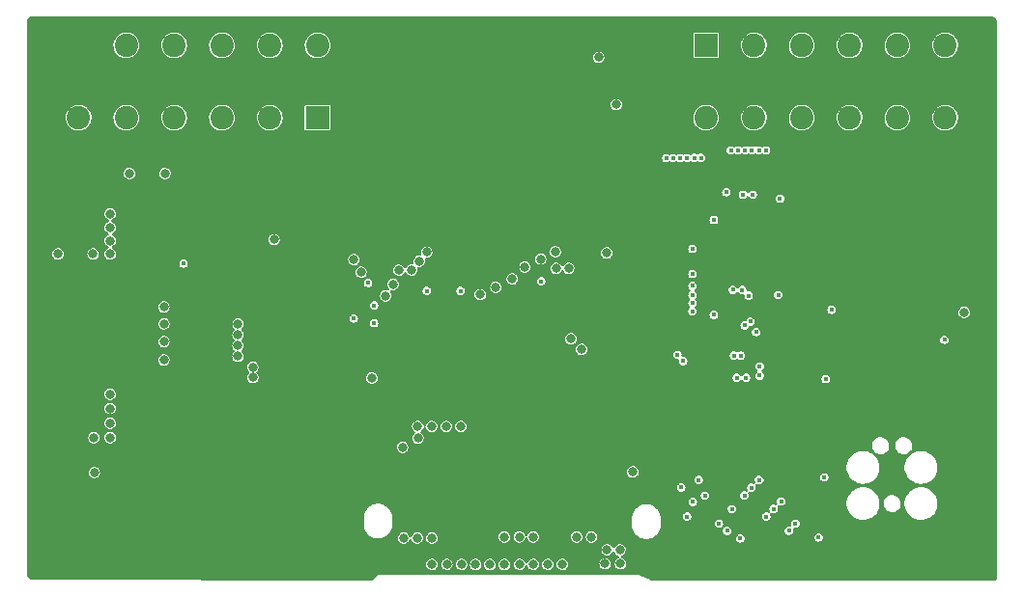
<source format=gbr>
%TF.GenerationSoftware,KiCad,Pcbnew,(6.0.2)*%
%TF.CreationDate,2022-04-25T10:39:50-06:00*%
%TF.ProjectId,CONEPROJ,434f4e45-5052-44f4-9a2e-6b696361645f,rev?*%
%TF.SameCoordinates,Original*%
%TF.FileFunction,Copper,L2,Inr*%
%TF.FilePolarity,Positive*%
%FSLAX46Y46*%
G04 Gerber Fmt 4.6, Leading zero omitted, Abs format (unit mm)*
G04 Created by KiCad (PCBNEW (6.0.2)) date 2022-04-25 10:39:50*
%MOMM*%
%LPD*%
G01*
G04 APERTURE LIST*
%TA.AperFunction,ComponentPad*%
%ADD10C,0.500000*%
%TD*%
%TA.AperFunction,ComponentPad*%
%ADD11C,5.600000*%
%TD*%
%TA.AperFunction,ComponentPad*%
%ADD12R,2.056000X2.056000*%
%TD*%
%TA.AperFunction,ComponentPad*%
%ADD13C,2.056000*%
%TD*%
%TA.AperFunction,ComponentPad*%
%ADD14C,0.600000*%
%TD*%
%TA.AperFunction,ViaPad*%
%ADD15C,0.800000*%
%TD*%
%TA.AperFunction,ViaPad*%
%ADD16C,0.450000*%
%TD*%
G04 APERTURE END LIST*
D10*
%TO.N,GND*%
%TO.C,U4*%
X90925000Y-78322500D03*
X89625000Y-78322500D03*
X88325000Y-78322500D03*
X87025000Y-78322500D03*
X92225000Y-78322500D03*
X93525000Y-78322500D03*
X94825000Y-78322500D03*
X87025000Y-77022500D03*
X87025000Y-79622500D03*
X88325000Y-77022500D03*
X88325000Y-79622500D03*
X89625000Y-79622500D03*
X89625000Y-77022500D03*
X90925000Y-77022500D03*
X90925000Y-79622500D03*
X92225000Y-77022500D03*
X92225000Y-79622500D03*
X93525000Y-77022500D03*
X93525000Y-79622500D03*
X94825000Y-77022500D03*
X94825000Y-79622500D03*
%TD*%
D11*
%TO.N,GND*%
%TO.C,H304*%
X67000000Y-47000000D03*
%TD*%
D12*
%TO.N,/MOTOR1_OUT1*%
%TO.C,J4*%
X84025000Y-45040000D03*
D13*
%TO.N,/MOTOR1_OUT2*%
X88215000Y-45040000D03*
%TO.N,/MOTOR2_OUT1*%
X92405000Y-45040000D03*
%TO.N,/MOTOR2_OUT2*%
X96595000Y-45040000D03*
%TO.N,/GPO_5_OUT*%
X100785000Y-45040000D03*
%TO.N,/GPO_6_OUT*%
X104975000Y-45040000D03*
%TO.N,/GPO_7_OUT*%
X104975000Y-51390000D03*
%TO.N,/GPO_8_OUT*%
X100785000Y-51390000D03*
%TO.N,/GPO_9_OUT*%
X96595000Y-51390000D03*
%TO.N,/R_OUT*%
X92405000Y-51390000D03*
%TO.N,/G_OUT*%
X88215000Y-51390000D03*
%TO.N,/B_OUT*%
X84025000Y-51390000D03*
D12*
%TO.N,/CANL*%
X49975000Y-51390000D03*
D13*
%TO.N,/CANH*%
X45785000Y-51390000D03*
%TO.N,/LEDA_OUT*%
X41595000Y-51390000D03*
%TO.N,/EXT_IO4*%
X37405000Y-51390000D03*
%TO.N,+5V*%
X33215000Y-51390000D03*
%TO.N,/EXT_12V*%
X29025000Y-51390000D03*
%TO.N,GND*%
X29025000Y-45040000D03*
%TO.N,/EXT_IO5*%
X33215000Y-45040000D03*
%TO.N,/EXT_I2C_SDA*%
X37405000Y-45040000D03*
%TO.N,/EXT_I2C_SCL*%
X41595000Y-45040000D03*
%TO.N,/EXT_UART_TX*%
X45785000Y-45040000D03*
%TO.N,/EXT_UART_RX*%
X49975000Y-45040000D03*
%TD*%
D14*
%TO.N,GND*%
%TO.C,U10*%
X87750000Y-64550000D03*
X89025000Y-65825000D03*
X86475000Y-64550000D03*
X86475000Y-63275000D03*
X89025000Y-64550000D03*
X87750000Y-65825000D03*
X89025000Y-63275000D03*
X87750000Y-63275000D03*
X86475000Y-65825000D03*
%TD*%
D11*
%TO.N,GND*%
%TO.C,H302*%
X67000000Y-74000000D03*
%TD*%
D15*
%TO.N,+5V*%
X36500000Y-69500000D03*
X36500000Y-71050000D03*
X76525000Y-90550000D03*
X30300000Y-63350000D03*
X75175000Y-90550000D03*
X76475000Y-89350000D03*
X36500000Y-68000000D03*
X75349992Y-89324992D03*
X36500000Y-72660000D03*
D16*
%TO.N,/LEDG*%
X86825000Y-54250000D03*
%TO.N,/LEDR*%
X87450000Y-54250000D03*
D15*
%TO.N,/EXT_UART_RX*%
X73975000Y-88200000D03*
X43000000Y-69500000D03*
%TO.N,/EXT_UART_TX*%
X43000000Y-70450000D03*
X72675000Y-88200000D03*
D16*
%TO.N,/LEDB*%
X86200000Y-54250000D03*
D15*
%TO.N,/CAN_TX*%
X71425000Y-90600000D03*
X53775000Y-64950000D03*
%TO.N,/CAN_RX*%
X70150000Y-90600000D03*
X53150000Y-63850000D03*
D16*
%TO.N,/EN1*%
X88000000Y-83870000D03*
X81840000Y-83860000D03*
X80530000Y-54950000D03*
%TO.N,/EN2*%
X81130000Y-54950000D03*
X82350000Y-86410000D03*
X89300000Y-86410000D03*
%TO.N,/EN3*%
X82860000Y-85130000D03*
X81730000Y-54950000D03*
X90600000Y-85090000D03*
%TO.N,/EN4*%
X85150000Y-87030000D03*
X83575000Y-54925000D03*
X91860000Y-87030000D03*
%TO.N,/GPO_5*%
X87380000Y-84560000D03*
X83930000Y-84570000D03*
X82975000Y-54925000D03*
D15*
%TO.N,+3V3*%
X67675000Y-90600000D03*
D16*
X87760000Y-67020000D03*
X90340000Y-66950000D03*
D15*
X46150000Y-62100000D03*
X68875000Y-88200000D03*
D16*
X104900000Y-70890000D03*
X95025000Y-68250000D03*
D15*
X30375000Y-79475000D03*
X77600000Y-82500000D03*
D16*
X90500000Y-58500000D03*
D15*
X68875000Y-90600000D03*
X66350000Y-88200000D03*
D16*
X82830000Y-65110000D03*
D15*
X67650000Y-88200000D03*
X66350000Y-90625000D03*
X75320000Y-63270000D03*
X30400000Y-82550000D03*
D16*
X85800000Y-57925000D03*
%TO.N,GND*%
X95750000Y-68250000D03*
X92250000Y-58500000D03*
X98780000Y-74970000D03*
X92550000Y-82400000D03*
D15*
X25450000Y-56300000D03*
D16*
X85600000Y-54250000D03*
D15*
X39000000Y-76975000D03*
X53050000Y-88300000D03*
X98875000Y-62975000D03*
X46150000Y-60575000D03*
X55225000Y-54025000D03*
X80710000Y-74090000D03*
X53050000Y-87150000D03*
X28875000Y-63375000D03*
X98300000Y-62200000D03*
X76275000Y-69525000D03*
X52950000Y-54400000D03*
D16*
X34000000Y-63625000D03*
D15*
X79580000Y-59250000D03*
X36675000Y-58600000D03*
X52950000Y-75350000D03*
X28900000Y-82550000D03*
D16*
X36925000Y-62425000D03*
D15*
X27450000Y-82550000D03*
D16*
X92560000Y-81800000D03*
X36925000Y-59825000D03*
X95830000Y-73110000D03*
X36925000Y-61175000D03*
D15*
X30800000Y-54400000D03*
X28175000Y-83200000D03*
X76175000Y-60600000D03*
D16*
X81910000Y-63340000D03*
D15*
X105275000Y-58275000D03*
X56025000Y-50225000D03*
X44850000Y-65800000D03*
D16*
X36925000Y-63625000D03*
D15*
X38650000Y-87500000D03*
D16*
X102625000Y-72600000D03*
X93180000Y-85660000D03*
X36925000Y-64825000D03*
D15*
X63980000Y-63780000D03*
X105100000Y-79300000D03*
D16*
X92560000Y-83020000D03*
D15*
X60700000Y-51300000D03*
X97775000Y-62975000D03*
D16*
%TO.N,/GPO_6*%
X88650000Y-83200000D03*
X83360000Y-83190000D03*
X82350000Y-54940000D03*
%TO.N,/MCP_RESET*%
X59550000Y-66600000D03*
X62500000Y-66600000D03*
D15*
X59525000Y-63200000D03*
X70799506Y-63160510D03*
D16*
%TO.N,/GPO_7*%
X89275000Y-54250000D03*
%TO.N,/GPO_8*%
X88650000Y-54250000D03*
%TO.N,/GPO_9*%
X88050000Y-54250000D03*
D15*
%TO.N,VCC*%
X36600000Y-56300000D03*
X33500000Y-56300000D03*
X76150000Y-50250000D03*
%TO.N,/LEDA_OUT*%
X74600000Y-46100000D03*
D16*
%TO.N,+1V1*%
X84700000Y-60375000D03*
X84700000Y-68700000D03*
%TO.N,/GPO_11*%
X87400000Y-69640000D03*
X91280000Y-87660000D03*
X85860000Y-87670000D03*
D15*
%TO.N,/EXT_IO4*%
X58700000Y-88300000D03*
X44300000Y-74200000D03*
%TO.N,/EXT_IO5*%
X57500000Y-88300000D03*
X44300000Y-73300000D03*
%TO.N,/MODE_BTN*%
X58750000Y-78500000D03*
X65075000Y-90625000D03*
%TO.N,/PAUSE_BTN*%
X63825000Y-90625000D03*
X54750000Y-74250000D03*
%TO.N,/EXT_I2C_SDA*%
X43000000Y-72350000D03*
X73110000Y-71740000D03*
X71990000Y-64625500D03*
D16*
X87250000Y-58150000D03*
%TO.N,/EXT_I2C_SCL*%
X88110000Y-58150000D03*
D15*
X43000000Y-71400000D03*
X70870000Y-64625500D03*
X72180000Y-70810000D03*
%TO.N,/EXT_12V*%
X31800000Y-62200000D03*
X60000000Y-90600000D03*
X31800000Y-61050000D03*
X31800000Y-75675000D03*
X31800000Y-63350000D03*
X31800000Y-59850000D03*
X61300000Y-90600000D03*
X62575989Y-90600000D03*
X31800000Y-76925000D03*
X31800000Y-79475000D03*
X31800000Y-78225000D03*
%TO.N,/EXT_IO1*%
X60000000Y-88300000D03*
%TO.N,/EXT_IO2*%
X57420000Y-80330000D03*
D16*
%TO.N,/EXT_IO3*%
X82830000Y-62910000D03*
D15*
X64225000Y-66925000D03*
X55950000Y-67025500D03*
%TO.N,/EXT_SPI_MISO*%
X62530000Y-78500000D03*
X68150000Y-64500000D03*
D16*
X82820000Y-66150000D03*
D15*
X58200000Y-64775000D03*
%TO.N,/EXT_SPI_MOSI*%
X61250000Y-78500000D03*
X67030000Y-65540000D03*
X57075000Y-64775000D03*
D16*
X82830000Y-67670000D03*
D15*
%TO.N,/EXT_SPI_SCK*%
X65600000Y-66290000D03*
X56600000Y-66025000D03*
X59975000Y-78500000D03*
D16*
X82830000Y-68400000D03*
D15*
%TO.N,/EXT_SPI_SS0*%
X58770000Y-79520000D03*
%TO.N,/EXT_SPI_SS1*%
X69525000Y-63800000D03*
X58875000Y-64000000D03*
D16*
X82820000Y-66970000D03*
X69575000Y-65750000D03*
%TO.N,/5V_EN*%
X86360000Y-66500000D03*
X81500000Y-72200000D03*
D15*
X27225000Y-63350000D03*
D16*
X86470000Y-72280000D03*
X54925000Y-67875000D03*
X54925000Y-69425000D03*
%TO.N,/VBAT_SENSE*%
X87175000Y-66525000D03*
X54400000Y-65900000D03*
X87070000Y-72280000D03*
X38225000Y-64200000D03*
X82010000Y-72760000D03*
X53150000Y-69025000D03*
%TO.N,/GPO_10*%
X87900000Y-69300000D03*
X86290000Y-85750000D03*
X89950000Y-85740000D03*
%TO.N,/DRV_SLEEP*%
X93890000Y-88240000D03*
X87030000Y-88320000D03*
X88400000Y-70210000D03*
D15*
%TO.N,/MOTOR2_OUT2*%
X106650000Y-68490000D03*
D16*
%TO.N,Net-(C27-Pad1)*%
X94385295Y-82968243D03*
%TO.N,Net-(C29-Pad1)*%
X88720000Y-73230000D03*
%TO.N,Net-(C29-Pad2)*%
X94500000Y-74340000D03*
X88720000Y-74030000D03*
%TO.N,/CP1*%
X86720000Y-74230000D03*
%TO.N,/CP2*%
X87520000Y-74230000D03*
%TD*%
%TA.AperFunction,Conductor*%
%TO.N,GND*%
G36*
X95880000Y-80120000D02*
G01*
X92990000Y-80120000D01*
X92990000Y-83560000D01*
X89060000Y-83560000D01*
X89060677Y-83327075D01*
X89062310Y-83316771D01*
X89079253Y-83209793D01*
X89080804Y-83200000D01*
X89079253Y-83190207D01*
X89061403Y-83077502D01*
X89070000Y-80120000D01*
X85950000Y-80120000D01*
X85950000Y-76410000D01*
X95880000Y-76410000D01*
X95880000Y-80120000D01*
G37*
%TD.AperFunction*%
%TD*%
%TA.AperFunction,Conductor*%
%TO.N,GND*%
G36*
X108970682Y-42501500D02*
G01*
X108984957Y-42503723D01*
X108984960Y-42503723D01*
X108993830Y-42505104D01*
X109002734Y-42503940D01*
X109004391Y-42503960D01*
X109032888Y-42503706D01*
X109097156Y-42510947D01*
X109124664Y-42517226D01*
X109203541Y-42544826D01*
X109228962Y-42557068D01*
X109299726Y-42601532D01*
X109321785Y-42619124D01*
X109380876Y-42678215D01*
X109398468Y-42700274D01*
X109442932Y-42771038D01*
X109455174Y-42796459D01*
X109482774Y-42875336D01*
X109489053Y-42902842D01*
X109495597Y-42960917D01*
X109496380Y-42976564D01*
X109496278Y-42984954D01*
X109494896Y-42993828D01*
X109496061Y-43002734D01*
X109498936Y-43024724D01*
X109500000Y-43041061D01*
X109500000Y-91874000D01*
X109479998Y-91942121D01*
X109426342Y-91988614D01*
X109374000Y-92000000D01*
X79147778Y-92000000D01*
X79091429Y-91986698D01*
X78286057Y-91584012D01*
X78281206Y-91581219D01*
X78277334Y-91577799D01*
X78217996Y-91549939D01*
X78215293Y-91548629D01*
X78204800Y-91543383D01*
X78195497Y-91538731D01*
X78195492Y-91538729D01*
X78191492Y-91536729D01*
X78187245Y-91535315D01*
X78186599Y-91535048D01*
X78181242Y-91532683D01*
X78155818Y-91520746D01*
X78155814Y-91520745D01*
X78147689Y-91516930D01*
X78128685Y-91513971D01*
X78108266Y-91509019D01*
X78098532Y-91505778D01*
X78090017Y-91502943D01*
X78055258Y-91501659D01*
X78048623Y-91501022D01*
X78048615Y-91501125D01*
X78043767Y-91500750D01*
X78038953Y-91500000D01*
X78012653Y-91500000D01*
X78008003Y-91499914D01*
X77955866Y-91497988D01*
X77955863Y-91497988D01*
X77946892Y-91497657D01*
X77939578Y-91499506D01*
X77930194Y-91500000D01*
X55570123Y-91500000D01*
X55558256Y-91498674D01*
X55558215Y-91499186D01*
X55549267Y-91498466D01*
X55540512Y-91496485D01*
X55487757Y-91499758D01*
X55479957Y-91500000D01*
X55464095Y-91500000D01*
X55459647Y-91500637D01*
X55459645Y-91500637D01*
X55453991Y-91501446D01*
X55443940Y-91502476D01*
X55418686Y-91504043D01*
X55397564Y-91505354D01*
X55389117Y-91508404D01*
X55385344Y-91509185D01*
X55370779Y-91512816D01*
X55367106Y-91513890D01*
X55358223Y-91515162D01*
X55315921Y-91534396D01*
X55306554Y-91538209D01*
X55262850Y-91553986D01*
X55255598Y-91559284D01*
X55252220Y-91561080D01*
X55239219Y-91568677D01*
X55236012Y-91570728D01*
X55227844Y-91574442D01*
X55221046Y-91580299D01*
X55221045Y-91580300D01*
X55192631Y-91604783D01*
X55184713Y-91611069D01*
X55177934Y-91616022D01*
X55173991Y-91618903D01*
X55163270Y-91629624D01*
X55156422Y-91635982D01*
X55126146Y-91662069D01*
X55126142Y-91662074D01*
X55119343Y-91667932D01*
X55114461Y-91675465D01*
X55108560Y-91682229D01*
X55108554Y-91682224D01*
X55099586Y-91693308D01*
X54830318Y-91962576D01*
X54768006Y-91996602D01*
X54740971Y-91999481D01*
X25049075Y-91940096D01*
X25029943Y-91938596D01*
X25015045Y-91936276D01*
X25015040Y-91936276D01*
X25006171Y-91934895D01*
X24997267Y-91936059D01*
X24995611Y-91936039D01*
X24967113Y-91936293D01*
X24902845Y-91929052D01*
X24875337Y-91922773D01*
X24796460Y-91895173D01*
X24771039Y-91882931D01*
X24700275Y-91838467D01*
X24678216Y-91820875D01*
X24619125Y-91761784D01*
X24601533Y-91739725D01*
X24557069Y-91668961D01*
X24544827Y-91643540D01*
X24517227Y-91564663D01*
X24510948Y-91537157D01*
X24507093Y-91502943D01*
X24504404Y-91479078D01*
X24503621Y-91463435D01*
X24503723Y-91455045D01*
X24505105Y-91446171D01*
X24501065Y-91415275D01*
X24500001Y-91398938D01*
X24500001Y-90593823D01*
X59494391Y-90593823D01*
X59495555Y-90602725D01*
X59495555Y-90602728D01*
X59500083Y-90637354D01*
X59512980Y-90735979D01*
X59570720Y-90867203D01*
X59576497Y-90874076D01*
X59576498Y-90874077D01*
X59610399Y-90914407D01*
X59662970Y-90976948D01*
X59711224Y-91009069D01*
X59771425Y-91049142D01*
X59782313Y-91056390D01*
X59919157Y-91099142D01*
X59928129Y-91099306D01*
X59928132Y-91099307D01*
X59993463Y-91100504D01*
X60062499Y-91101770D01*
X60071533Y-91099307D01*
X60192158Y-91066421D01*
X60192160Y-91066420D01*
X60200817Y-91064060D01*
X60322991Y-90989045D01*
X60419200Y-90882754D01*
X60454942Y-90808983D01*
X60477795Y-90761814D01*
X60477796Y-90761812D01*
X60481710Y-90753733D01*
X60505496Y-90612354D01*
X60505647Y-90600000D01*
X60504762Y-90593823D01*
X60794391Y-90593823D01*
X60795555Y-90602725D01*
X60795555Y-90602728D01*
X60800083Y-90637354D01*
X60812980Y-90735979D01*
X60870720Y-90867203D01*
X60876497Y-90874076D01*
X60876498Y-90874077D01*
X60910399Y-90914407D01*
X60962970Y-90976948D01*
X61011224Y-91009069D01*
X61071425Y-91049142D01*
X61082313Y-91056390D01*
X61219157Y-91099142D01*
X61228129Y-91099306D01*
X61228132Y-91099307D01*
X61293463Y-91100504D01*
X61362499Y-91101770D01*
X61371533Y-91099307D01*
X61492158Y-91066421D01*
X61492160Y-91066420D01*
X61500817Y-91064060D01*
X61622991Y-90989045D01*
X61719200Y-90882754D01*
X61754942Y-90808983D01*
X61777795Y-90761814D01*
X61777796Y-90761812D01*
X61781710Y-90753733D01*
X61805496Y-90612354D01*
X61805647Y-90600000D01*
X61804762Y-90593823D01*
X62070380Y-90593823D01*
X62071544Y-90602725D01*
X62071544Y-90602728D01*
X62076072Y-90637354D01*
X62088969Y-90735979D01*
X62146709Y-90867203D01*
X62152486Y-90874076D01*
X62152487Y-90874077D01*
X62186388Y-90914407D01*
X62238959Y-90976948D01*
X62287213Y-91009069D01*
X62347414Y-91049142D01*
X62358302Y-91056390D01*
X62495146Y-91099142D01*
X62504118Y-91099306D01*
X62504121Y-91099307D01*
X62569452Y-91100504D01*
X62638488Y-91101770D01*
X62647522Y-91099307D01*
X62768147Y-91066421D01*
X62768149Y-91066420D01*
X62776806Y-91064060D01*
X62898980Y-90989045D01*
X62995189Y-90882754D01*
X63030931Y-90808983D01*
X63053784Y-90761814D01*
X63053785Y-90761812D01*
X63057699Y-90753733D01*
X63074996Y-90650924D01*
X63092505Y-90614889D01*
X63306536Y-90614889D01*
X63324186Y-90655492D01*
X63337980Y-90760979D01*
X63395720Y-90892203D01*
X63401497Y-90899076D01*
X63401498Y-90899077D01*
X63466955Y-90976948D01*
X63487970Y-91001948D01*
X63509712Y-91016421D01*
X63584826Y-91066421D01*
X63607313Y-91081390D01*
X63744157Y-91124142D01*
X63753129Y-91124306D01*
X63753132Y-91124307D01*
X63818463Y-91125504D01*
X63887499Y-91126770D01*
X63896533Y-91124307D01*
X64017158Y-91091421D01*
X64017160Y-91091420D01*
X64025817Y-91089060D01*
X64147991Y-91014045D01*
X64244200Y-90907754D01*
X64284741Y-90824077D01*
X64302795Y-90786814D01*
X64302795Y-90786813D01*
X64306710Y-90778733D01*
X64323813Y-90677074D01*
X64326403Y-90661683D01*
X64343387Y-90626728D01*
X64342080Y-90623819D01*
X64557148Y-90623819D01*
X64575593Y-90666251D01*
X64587980Y-90760979D01*
X64645720Y-90892203D01*
X64651497Y-90899076D01*
X64651498Y-90899077D01*
X64716955Y-90976948D01*
X64737970Y-91001948D01*
X64759712Y-91016421D01*
X64834826Y-91066421D01*
X64857313Y-91081390D01*
X64994157Y-91124142D01*
X65003129Y-91124306D01*
X65003132Y-91124307D01*
X65068463Y-91125504D01*
X65137499Y-91126770D01*
X65146533Y-91124307D01*
X65267158Y-91091421D01*
X65267160Y-91091420D01*
X65275817Y-91089060D01*
X65397991Y-91014045D01*
X65494200Y-90907754D01*
X65534741Y-90824077D01*
X65552795Y-90786814D01*
X65552795Y-90786813D01*
X65556710Y-90778733D01*
X65580496Y-90637354D01*
X65580647Y-90625000D01*
X65579762Y-90618823D01*
X65844391Y-90618823D01*
X65845555Y-90627725D01*
X65845555Y-90627728D01*
X65853173Y-90685979D01*
X65862980Y-90760979D01*
X65920720Y-90892203D01*
X65926497Y-90899076D01*
X65926498Y-90899077D01*
X65991955Y-90976948D01*
X66012970Y-91001948D01*
X66034712Y-91016421D01*
X66109826Y-91066421D01*
X66132313Y-91081390D01*
X66269157Y-91124142D01*
X66278129Y-91124306D01*
X66278132Y-91124307D01*
X66343463Y-91125504D01*
X66412499Y-91126770D01*
X66421533Y-91124307D01*
X66542158Y-91091421D01*
X66542160Y-91091420D01*
X66550817Y-91089060D01*
X66672991Y-91014045D01*
X66769200Y-90907754D01*
X66809741Y-90824077D01*
X66827795Y-90786814D01*
X66827795Y-90786813D01*
X66831710Y-90778733D01*
X66855496Y-90637354D01*
X66855647Y-90625000D01*
X66851182Y-90593823D01*
X67169391Y-90593823D01*
X67170555Y-90602725D01*
X67170555Y-90602728D01*
X67175083Y-90637354D01*
X67187980Y-90735979D01*
X67245720Y-90867203D01*
X67251497Y-90874076D01*
X67251498Y-90874077D01*
X67285399Y-90914407D01*
X67337970Y-90976948D01*
X67386224Y-91009069D01*
X67446425Y-91049142D01*
X67457313Y-91056390D01*
X67594157Y-91099142D01*
X67603129Y-91099306D01*
X67603132Y-91099307D01*
X67668463Y-91100504D01*
X67737499Y-91101770D01*
X67746533Y-91099307D01*
X67867158Y-91066421D01*
X67867160Y-91066420D01*
X67875817Y-91064060D01*
X67997991Y-90989045D01*
X68094200Y-90882754D01*
X68129942Y-90808983D01*
X68152796Y-90761812D01*
X68152796Y-90761811D01*
X68156710Y-90753733D01*
X68157087Y-90751491D01*
X68194965Y-90695470D01*
X68260216Y-90667492D01*
X68330235Y-90679233D01*
X68382791Y-90726965D01*
X68390562Y-90741848D01*
X68423719Y-90817203D01*
X68445720Y-90867203D01*
X68451497Y-90874076D01*
X68451498Y-90874077D01*
X68485399Y-90914407D01*
X68537970Y-90976948D01*
X68586224Y-91009069D01*
X68646425Y-91049142D01*
X68657313Y-91056390D01*
X68794157Y-91099142D01*
X68803129Y-91099306D01*
X68803132Y-91099307D01*
X68868463Y-91100504D01*
X68937499Y-91101770D01*
X68946533Y-91099307D01*
X69067158Y-91066421D01*
X69067160Y-91066420D01*
X69075817Y-91064060D01*
X69197991Y-90989045D01*
X69294200Y-90882754D01*
X69329942Y-90808983D01*
X69352795Y-90761814D01*
X69352796Y-90761812D01*
X69356710Y-90753733D01*
X69380496Y-90612354D01*
X69380647Y-90600000D01*
X69379762Y-90593823D01*
X69644391Y-90593823D01*
X69645555Y-90602725D01*
X69645555Y-90602728D01*
X69650083Y-90637354D01*
X69662980Y-90735979D01*
X69720720Y-90867203D01*
X69726497Y-90874076D01*
X69726498Y-90874077D01*
X69760399Y-90914407D01*
X69812970Y-90976948D01*
X69861224Y-91009069D01*
X69921425Y-91049142D01*
X69932313Y-91056390D01*
X70069157Y-91099142D01*
X70078129Y-91099306D01*
X70078132Y-91099307D01*
X70143463Y-91100504D01*
X70212499Y-91101770D01*
X70221533Y-91099307D01*
X70342158Y-91066421D01*
X70342160Y-91066420D01*
X70350817Y-91064060D01*
X70472991Y-90989045D01*
X70569200Y-90882754D01*
X70604942Y-90808983D01*
X70627795Y-90761814D01*
X70627796Y-90761812D01*
X70631710Y-90753733D01*
X70655496Y-90612354D01*
X70655647Y-90600000D01*
X70654762Y-90593823D01*
X70919391Y-90593823D01*
X70920555Y-90602725D01*
X70920555Y-90602728D01*
X70925083Y-90637354D01*
X70937980Y-90735979D01*
X70995720Y-90867203D01*
X71001497Y-90874076D01*
X71001498Y-90874077D01*
X71035399Y-90914407D01*
X71087970Y-90976948D01*
X71136224Y-91009069D01*
X71196425Y-91049142D01*
X71207313Y-91056390D01*
X71344157Y-91099142D01*
X71353129Y-91099306D01*
X71353132Y-91099307D01*
X71418463Y-91100504D01*
X71487499Y-91101770D01*
X71496533Y-91099307D01*
X71617158Y-91066421D01*
X71617160Y-91066420D01*
X71625817Y-91064060D01*
X71747991Y-90989045D01*
X71844200Y-90882754D01*
X71879942Y-90808983D01*
X71902795Y-90761814D01*
X71902796Y-90761812D01*
X71906710Y-90753733D01*
X71930496Y-90612354D01*
X71930647Y-90600000D01*
X71922602Y-90543823D01*
X74669391Y-90543823D01*
X74670555Y-90552725D01*
X74670555Y-90552728D01*
X74675929Y-90593823D01*
X74687980Y-90685979D01*
X74691597Y-90694199D01*
X74732349Y-90786814D01*
X74745720Y-90817203D01*
X74751497Y-90824076D01*
X74751498Y-90824077D01*
X74808764Y-90892203D01*
X74837970Y-90926948D01*
X74957313Y-91006390D01*
X75094157Y-91049142D01*
X75103129Y-91049306D01*
X75103132Y-91049307D01*
X75168463Y-91050504D01*
X75237499Y-91051770D01*
X75246533Y-91049307D01*
X75367158Y-91016421D01*
X75367160Y-91016420D01*
X75375817Y-91014060D01*
X75497991Y-90939045D01*
X75594200Y-90832754D01*
X75636774Y-90744881D01*
X75652795Y-90711814D01*
X75652795Y-90711813D01*
X75656710Y-90703733D01*
X75680496Y-90562354D01*
X75680647Y-90550000D01*
X75671487Y-90486035D01*
X75661596Y-90416968D01*
X75661595Y-90416965D01*
X75660323Y-90408082D01*
X75600984Y-90277572D01*
X75574348Y-90246659D01*
X75513260Y-90175763D01*
X75513257Y-90175760D01*
X75507400Y-90168963D01*
X75387095Y-90090985D01*
X75325512Y-90072568D01*
X75265978Y-90033887D01*
X75253138Y-90005395D01*
X75230584Y-90030536D01*
X75163528Y-90049380D01*
X75135626Y-90049210D01*
X75106376Y-90049031D01*
X74968529Y-90088428D01*
X74847280Y-90164930D01*
X74841338Y-90171658D01*
X74841337Y-90171659D01*
X74803122Y-90214930D01*
X74752377Y-90272388D01*
X74691447Y-90402163D01*
X74683769Y-90451480D01*
X74677465Y-90491968D01*
X74669391Y-90543823D01*
X71922602Y-90543823D01*
X71919215Y-90520175D01*
X71911596Y-90466968D01*
X71911595Y-90466965D01*
X71910323Y-90458082D01*
X71850984Y-90327572D01*
X71781265Y-90246659D01*
X71763260Y-90225763D01*
X71763257Y-90225760D01*
X71757400Y-90218963D01*
X71637095Y-90140985D01*
X71499739Y-90099907D01*
X71490763Y-90099852D01*
X71490762Y-90099852D01*
X71430555Y-90099484D01*
X71356376Y-90099031D01*
X71218529Y-90138428D01*
X71097280Y-90214930D01*
X71091338Y-90221658D01*
X71091337Y-90221659D01*
X71075201Y-90239930D01*
X71002377Y-90322388D01*
X70941447Y-90452163D01*
X70933643Y-90502285D01*
X70922765Y-90572155D01*
X70919391Y-90593823D01*
X70654762Y-90593823D01*
X70644215Y-90520175D01*
X70636596Y-90466968D01*
X70636595Y-90466965D01*
X70635323Y-90458082D01*
X70575984Y-90327572D01*
X70506265Y-90246659D01*
X70488260Y-90225763D01*
X70488257Y-90225760D01*
X70482400Y-90218963D01*
X70362095Y-90140985D01*
X70224739Y-90099907D01*
X70215763Y-90099852D01*
X70215762Y-90099852D01*
X70155555Y-90099484D01*
X70081376Y-90099031D01*
X69943529Y-90138428D01*
X69822280Y-90214930D01*
X69816338Y-90221658D01*
X69816337Y-90221659D01*
X69800201Y-90239930D01*
X69727377Y-90322388D01*
X69666447Y-90452163D01*
X69658643Y-90502285D01*
X69647765Y-90572155D01*
X69644391Y-90593823D01*
X69379762Y-90593823D01*
X69369215Y-90520175D01*
X69361596Y-90466968D01*
X69361595Y-90466965D01*
X69360323Y-90458082D01*
X69300984Y-90327572D01*
X69231265Y-90246659D01*
X69213260Y-90225763D01*
X69213257Y-90225760D01*
X69207400Y-90218963D01*
X69087095Y-90140985D01*
X68949739Y-90099907D01*
X68940763Y-90099852D01*
X68940762Y-90099852D01*
X68880555Y-90099484D01*
X68806376Y-90099031D01*
X68668529Y-90138428D01*
X68547280Y-90214930D01*
X68541338Y-90221658D01*
X68541337Y-90221659D01*
X68525201Y-90239930D01*
X68452377Y-90322388D01*
X68391447Y-90452163D01*
X68389991Y-90451480D01*
X68356538Y-90502285D01*
X68291633Y-90531059D01*
X68221476Y-90520175D01*
X68168340Y-90473089D01*
X68161382Y-90457600D01*
X68160323Y-90458082D01*
X68113688Y-90355514D01*
X68100984Y-90327572D01*
X68031265Y-90246659D01*
X68013260Y-90225763D01*
X68013257Y-90225760D01*
X68007400Y-90218963D01*
X67887095Y-90140985D01*
X67749739Y-90099907D01*
X67740763Y-90099852D01*
X67740762Y-90099852D01*
X67680555Y-90099484D01*
X67606376Y-90099031D01*
X67468529Y-90138428D01*
X67347280Y-90214930D01*
X67341338Y-90221658D01*
X67341337Y-90221659D01*
X67325201Y-90239930D01*
X67252377Y-90322388D01*
X67191447Y-90452163D01*
X67183643Y-90502285D01*
X67172765Y-90572155D01*
X67169391Y-90593823D01*
X66851182Y-90593823D01*
X66835323Y-90483082D01*
X66830780Y-90473089D01*
X66801223Y-90408082D01*
X66775984Y-90352572D01*
X66701095Y-90265659D01*
X66688260Y-90250763D01*
X66688257Y-90250760D01*
X66682400Y-90243963D01*
X66562095Y-90165985D01*
X66424739Y-90124907D01*
X66415763Y-90124852D01*
X66415762Y-90124852D01*
X66355555Y-90124484D01*
X66281376Y-90124031D01*
X66143529Y-90163428D01*
X66022280Y-90239930D01*
X65927377Y-90347388D01*
X65866447Y-90477163D01*
X65865066Y-90486034D01*
X65865066Y-90486035D01*
X65846897Y-90602728D01*
X65844391Y-90618823D01*
X65579762Y-90618823D01*
X65560323Y-90483082D01*
X65555780Y-90473089D01*
X65526223Y-90408082D01*
X65500984Y-90352572D01*
X65426095Y-90265659D01*
X65413260Y-90250763D01*
X65413257Y-90250760D01*
X65407400Y-90243963D01*
X65287095Y-90165985D01*
X65149739Y-90124907D01*
X65140763Y-90124852D01*
X65140762Y-90124852D01*
X65080555Y-90124484D01*
X65006376Y-90124031D01*
X64868529Y-90163428D01*
X64747280Y-90239930D01*
X64652377Y-90347388D01*
X64591447Y-90477163D01*
X64590066Y-90486034D01*
X64590066Y-90486035D01*
X64574277Y-90587440D01*
X64557148Y-90623819D01*
X64342080Y-90623819D01*
X64325050Y-90585918D01*
X64311596Y-90491968D01*
X64311595Y-90491965D01*
X64310323Y-90483082D01*
X64305780Y-90473089D01*
X64276223Y-90408082D01*
X64250984Y-90352572D01*
X64176095Y-90265659D01*
X64163260Y-90250763D01*
X64163257Y-90250760D01*
X64157400Y-90243963D01*
X64037095Y-90165985D01*
X63899739Y-90124907D01*
X63890763Y-90124852D01*
X63890762Y-90124852D01*
X63830555Y-90124484D01*
X63756376Y-90124031D01*
X63618529Y-90163428D01*
X63497280Y-90239930D01*
X63402377Y-90347388D01*
X63341447Y-90477163D01*
X63340066Y-90486034D01*
X63326657Y-90572155D01*
X63306536Y-90614889D01*
X63092505Y-90614889D01*
X63095004Y-90609745D01*
X63077431Y-90570636D01*
X63061312Y-90458082D01*
X63001973Y-90327572D01*
X62932254Y-90246659D01*
X62914249Y-90225763D01*
X62914246Y-90225760D01*
X62908389Y-90218963D01*
X62788084Y-90140985D01*
X62650728Y-90099907D01*
X62641752Y-90099852D01*
X62641751Y-90099852D01*
X62581544Y-90099484D01*
X62507365Y-90099031D01*
X62369518Y-90138428D01*
X62248269Y-90214930D01*
X62242327Y-90221658D01*
X62242326Y-90221659D01*
X62226190Y-90239930D01*
X62153366Y-90322388D01*
X62092436Y-90452163D01*
X62084632Y-90502285D01*
X62073754Y-90572155D01*
X62070380Y-90593823D01*
X61804762Y-90593823D01*
X61794215Y-90520175D01*
X61786596Y-90466968D01*
X61786595Y-90466965D01*
X61785323Y-90458082D01*
X61725984Y-90327572D01*
X61656265Y-90246659D01*
X61638260Y-90225763D01*
X61638257Y-90225760D01*
X61632400Y-90218963D01*
X61512095Y-90140985D01*
X61374739Y-90099907D01*
X61365763Y-90099852D01*
X61365762Y-90099852D01*
X61305555Y-90099484D01*
X61231376Y-90099031D01*
X61093529Y-90138428D01*
X60972280Y-90214930D01*
X60966338Y-90221658D01*
X60966337Y-90221659D01*
X60950201Y-90239930D01*
X60877377Y-90322388D01*
X60816447Y-90452163D01*
X60808643Y-90502285D01*
X60797765Y-90572155D01*
X60794391Y-90593823D01*
X60504762Y-90593823D01*
X60494215Y-90520175D01*
X60486596Y-90466968D01*
X60486595Y-90466965D01*
X60485323Y-90458082D01*
X60425984Y-90327572D01*
X60356265Y-90246659D01*
X60338260Y-90225763D01*
X60338257Y-90225760D01*
X60332400Y-90218963D01*
X60212095Y-90140985D01*
X60074739Y-90099907D01*
X60065763Y-90099852D01*
X60065762Y-90099852D01*
X60005555Y-90099484D01*
X59931376Y-90099031D01*
X59793529Y-90138428D01*
X59672280Y-90214930D01*
X59666338Y-90221658D01*
X59666337Y-90221659D01*
X59650201Y-90239930D01*
X59577377Y-90322388D01*
X59516447Y-90452163D01*
X59508643Y-90502285D01*
X59497765Y-90572155D01*
X59494391Y-90593823D01*
X24500001Y-90593823D01*
X24500001Y-89318815D01*
X74844383Y-89318815D01*
X74845547Y-89327717D01*
X74845547Y-89327720D01*
X74850076Y-89362354D01*
X74862972Y-89460971D01*
X74920712Y-89592195D01*
X74926489Y-89599068D01*
X74926490Y-89599069D01*
X74948016Y-89624677D01*
X75012962Y-89701940D01*
X75132305Y-89781382D01*
X75140880Y-89784061D01*
X75201870Y-89803115D01*
X75260927Y-89842520D01*
X75272803Y-89869756D01*
X75294022Y-89845514D01*
X75363922Y-89825872D01*
X75403513Y-89826598D01*
X75403517Y-89826597D01*
X75412491Y-89826762D01*
X75421155Y-89824400D01*
X75542150Y-89791413D01*
X75542152Y-89791412D01*
X75550809Y-89789052D01*
X75672983Y-89714037D01*
X75769192Y-89607746D01*
X75793032Y-89558540D01*
X75840735Y-89505957D01*
X75909293Y-89487512D01*
X75976941Y-89509060D01*
X76021752Y-89562732D01*
X76045720Y-89617203D01*
X76051497Y-89624076D01*
X76051498Y-89624077D01*
X76132190Y-89720072D01*
X76137970Y-89726948D01*
X76145447Y-89731925D01*
X76234814Y-89791413D01*
X76257313Y-89806390D01*
X76314961Y-89824400D01*
X76355874Y-89837182D01*
X76414930Y-89876588D01*
X76443308Y-89941666D01*
X76431996Y-90011756D01*
X76384586Y-90064604D01*
X76352929Y-90078596D01*
X76318529Y-90088428D01*
X76197280Y-90164930D01*
X76191338Y-90171658D01*
X76191337Y-90171659D01*
X76153122Y-90214930D01*
X76102377Y-90272388D01*
X76041447Y-90402163D01*
X76033769Y-90451480D01*
X76027465Y-90491968D01*
X76019391Y-90543823D01*
X76020555Y-90552725D01*
X76020555Y-90552728D01*
X76025929Y-90593823D01*
X76037980Y-90685979D01*
X76041597Y-90694199D01*
X76082349Y-90786814D01*
X76095720Y-90817203D01*
X76101497Y-90824076D01*
X76101498Y-90824077D01*
X76158764Y-90892203D01*
X76187970Y-90926948D01*
X76307313Y-91006390D01*
X76444157Y-91049142D01*
X76453129Y-91049306D01*
X76453132Y-91049307D01*
X76518463Y-91050504D01*
X76587499Y-91051770D01*
X76596533Y-91049307D01*
X76717158Y-91016421D01*
X76717160Y-91016420D01*
X76725817Y-91014060D01*
X76847991Y-90939045D01*
X76944200Y-90832754D01*
X76986774Y-90744881D01*
X77002795Y-90711814D01*
X77002795Y-90711813D01*
X77006710Y-90703733D01*
X77030496Y-90562354D01*
X77030647Y-90550000D01*
X77021487Y-90486035D01*
X77011596Y-90416968D01*
X77011595Y-90416965D01*
X77010323Y-90408082D01*
X76950984Y-90277572D01*
X76924348Y-90246659D01*
X76863260Y-90175763D01*
X76863257Y-90175760D01*
X76857400Y-90168963D01*
X76737095Y-90090985D01*
X76645860Y-90063700D01*
X76586326Y-90025019D01*
X76557156Y-89960291D01*
X76567611Y-89890069D01*
X76614372Y-89836646D01*
X76648821Y-89821420D01*
X76667157Y-89816421D01*
X76675817Y-89814060D01*
X76797991Y-89739045D01*
X76831577Y-89701940D01*
X76888178Y-89639407D01*
X76894200Y-89632754D01*
X76956710Y-89503733D01*
X76980496Y-89362354D01*
X76980647Y-89350000D01*
X76960323Y-89208082D01*
X76900984Y-89077572D01*
X76869171Y-89040651D01*
X76813260Y-88975763D01*
X76813257Y-88975760D01*
X76807400Y-88968963D01*
X76687095Y-88890985D01*
X76549739Y-88849907D01*
X76540763Y-88849852D01*
X76540762Y-88849852D01*
X76480555Y-88849484D01*
X76406376Y-88849031D01*
X76268529Y-88888428D01*
X76147280Y-88964930D01*
X76052377Y-89072388D01*
X76046106Y-89085746D01*
X76032428Y-89114878D01*
X75985371Y-89168039D01*
X75917042Y-89187321D01*
X75849137Y-89166601D01*
X75803672Y-89113479D01*
X75784253Y-89070769D01*
X75775976Y-89052564D01*
X75709800Y-88975763D01*
X75688252Y-88950755D01*
X75688249Y-88950752D01*
X75682392Y-88943955D01*
X75562087Y-88865977D01*
X75424731Y-88824899D01*
X75415755Y-88824844D01*
X75415754Y-88824844D01*
X75355547Y-88824476D01*
X75281368Y-88824023D01*
X75143521Y-88863420D01*
X75022272Y-88939922D01*
X75016330Y-88946650D01*
X75016329Y-88946651D01*
X74974820Y-88993651D01*
X74927369Y-89047380D01*
X74866439Y-89177155D01*
X74844383Y-89318815D01*
X24500001Y-89318815D01*
X24500001Y-87071329D01*
X54019734Y-87071329D01*
X54020577Y-87077773D01*
X54020884Y-87081478D01*
X54020884Y-87081482D01*
X54036189Y-87266182D01*
X54037661Y-87283948D01*
X54038942Y-87289006D01*
X54038942Y-87289007D01*
X54068346Y-87405118D01*
X54088515Y-87484765D01*
X54110447Y-87534765D01*
X54165380Y-87660000D01*
X54171728Y-87674473D01*
X54174576Y-87678832D01*
X54174577Y-87678834D01*
X54188309Y-87699852D01*
X54285032Y-87847897D01*
X54425335Y-88000307D01*
X54429444Y-88003505D01*
X54429446Y-88003507D01*
X54489575Y-88050307D01*
X54588810Y-88127545D01*
X54593389Y-88130023D01*
X54593392Y-88130025D01*
X54766413Y-88223659D01*
X54766416Y-88223660D01*
X54770998Y-88226140D01*
X54966929Y-88293403D01*
X54972063Y-88294260D01*
X54972068Y-88294261D01*
X55166123Y-88326643D01*
X55166126Y-88326643D01*
X55171260Y-88327500D01*
X55378416Y-88327500D01*
X55383550Y-88326643D01*
X55383553Y-88326643D01*
X55577608Y-88294261D01*
X55577613Y-88294260D01*
X55580231Y-88293823D01*
X56994391Y-88293823D01*
X56995555Y-88302725D01*
X56995555Y-88302728D01*
X57001230Y-88346124D01*
X57012980Y-88435979D01*
X57016597Y-88444199D01*
X57058966Y-88540489D01*
X57070720Y-88567203D01*
X57076497Y-88574076D01*
X57076498Y-88574077D01*
X57154121Y-88666421D01*
X57162970Y-88676948D01*
X57282313Y-88756390D01*
X57419157Y-88799142D01*
X57428129Y-88799306D01*
X57428132Y-88799307D01*
X57493463Y-88800504D01*
X57562499Y-88801770D01*
X57571533Y-88799307D01*
X57692158Y-88766421D01*
X57692160Y-88766420D01*
X57700817Y-88764060D01*
X57822991Y-88689045D01*
X57857054Y-88651413D01*
X57913178Y-88589407D01*
X57919200Y-88582754D01*
X57964426Y-88489407D01*
X57977796Y-88461812D01*
X57977796Y-88461811D01*
X57981710Y-88453733D01*
X57982087Y-88451491D01*
X58019965Y-88395470D01*
X58085216Y-88367492D01*
X58155235Y-88379233D01*
X58207791Y-88426965D01*
X58215562Y-88441848D01*
X58260280Y-88543477D01*
X58270720Y-88567203D01*
X58276497Y-88574076D01*
X58276498Y-88574077D01*
X58354121Y-88666421D01*
X58362970Y-88676948D01*
X58482313Y-88756390D01*
X58619157Y-88799142D01*
X58628129Y-88799306D01*
X58628132Y-88799307D01*
X58693463Y-88800504D01*
X58762499Y-88801770D01*
X58771533Y-88799307D01*
X58892158Y-88766421D01*
X58892160Y-88766420D01*
X58900817Y-88764060D01*
X59022991Y-88689045D01*
X59057054Y-88651413D01*
X59113178Y-88589407D01*
X59119200Y-88582754D01*
X59164426Y-88489407D01*
X59177795Y-88461814D01*
X59177796Y-88461812D01*
X59181710Y-88453733D01*
X59205496Y-88312354D01*
X59205647Y-88300000D01*
X59204762Y-88293823D01*
X59494391Y-88293823D01*
X59495555Y-88302725D01*
X59495555Y-88302728D01*
X59501230Y-88346124D01*
X59512980Y-88435979D01*
X59516597Y-88444199D01*
X59558966Y-88540489D01*
X59570720Y-88567203D01*
X59576497Y-88574076D01*
X59576498Y-88574077D01*
X59654121Y-88666421D01*
X59662970Y-88676948D01*
X59782313Y-88756390D01*
X59919157Y-88799142D01*
X59928129Y-88799306D01*
X59928132Y-88799307D01*
X59993463Y-88800504D01*
X60062499Y-88801770D01*
X60071533Y-88799307D01*
X60192158Y-88766421D01*
X60192160Y-88766420D01*
X60200817Y-88764060D01*
X60322991Y-88689045D01*
X60357054Y-88651413D01*
X60413178Y-88589407D01*
X60419200Y-88582754D01*
X60464426Y-88489407D01*
X60477795Y-88461814D01*
X60477796Y-88461812D01*
X60481710Y-88453733D01*
X60505496Y-88312354D01*
X60505647Y-88300000D01*
X60491717Y-88202728D01*
X60490442Y-88193823D01*
X65844391Y-88193823D01*
X65845555Y-88202725D01*
X65845555Y-88202728D01*
X65846814Y-88212354D01*
X65862980Y-88335979D01*
X65866597Y-88344199D01*
X65909564Y-88441848D01*
X65920720Y-88467203D01*
X65926497Y-88474076D01*
X65926498Y-88474077D01*
X65933792Y-88482754D01*
X66012970Y-88576948D01*
X66132313Y-88656390D01*
X66269157Y-88699142D01*
X66278129Y-88699306D01*
X66278132Y-88699307D01*
X66343463Y-88700504D01*
X66412499Y-88701770D01*
X66421533Y-88699307D01*
X66542158Y-88666421D01*
X66542160Y-88666420D01*
X66550817Y-88664060D01*
X66672991Y-88589045D01*
X66769200Y-88482754D01*
X66811489Y-88395470D01*
X66827795Y-88361814D01*
X66827795Y-88361813D01*
X66831710Y-88353733D01*
X66855496Y-88212354D01*
X66855647Y-88200000D01*
X66854762Y-88193823D01*
X67144391Y-88193823D01*
X67145555Y-88202725D01*
X67145555Y-88202728D01*
X67146814Y-88212354D01*
X67162980Y-88335979D01*
X67166597Y-88344199D01*
X67209564Y-88441848D01*
X67220720Y-88467203D01*
X67226497Y-88474076D01*
X67226498Y-88474077D01*
X67233792Y-88482754D01*
X67312970Y-88576948D01*
X67432313Y-88656390D01*
X67569157Y-88699142D01*
X67578129Y-88699306D01*
X67578132Y-88699307D01*
X67643463Y-88700504D01*
X67712499Y-88701770D01*
X67721533Y-88699307D01*
X67842158Y-88666421D01*
X67842160Y-88666420D01*
X67850817Y-88664060D01*
X67972991Y-88589045D01*
X68069200Y-88482754D01*
X68111489Y-88395470D01*
X68127795Y-88361814D01*
X68127795Y-88361813D01*
X68131710Y-88353733D01*
X68137336Y-88320293D01*
X68168363Y-88256435D01*
X68228989Y-88219489D01*
X68299965Y-88221184D01*
X68358758Y-88260983D01*
X68383805Y-88318600D01*
X68384403Y-88318433D01*
X68385607Y-88322744D01*
X68386526Y-88324859D01*
X68387980Y-88335979D01*
X68391597Y-88344199D01*
X68434564Y-88441848D01*
X68445720Y-88467203D01*
X68451497Y-88474076D01*
X68451498Y-88474077D01*
X68458792Y-88482754D01*
X68537970Y-88576948D01*
X68657313Y-88656390D01*
X68794157Y-88699142D01*
X68803129Y-88699306D01*
X68803132Y-88699307D01*
X68868463Y-88700504D01*
X68937499Y-88701770D01*
X68946533Y-88699307D01*
X69067158Y-88666421D01*
X69067160Y-88666420D01*
X69075817Y-88664060D01*
X69197991Y-88589045D01*
X69294200Y-88482754D01*
X69336489Y-88395470D01*
X69352795Y-88361814D01*
X69352795Y-88361813D01*
X69356710Y-88353733D01*
X69380496Y-88212354D01*
X69380647Y-88200000D01*
X69379762Y-88193823D01*
X72169391Y-88193823D01*
X72170555Y-88202725D01*
X72170555Y-88202728D01*
X72171814Y-88212354D01*
X72187980Y-88335979D01*
X72191597Y-88344199D01*
X72234564Y-88441848D01*
X72245720Y-88467203D01*
X72251497Y-88474076D01*
X72251498Y-88474077D01*
X72258792Y-88482754D01*
X72337970Y-88576948D01*
X72457313Y-88656390D01*
X72594157Y-88699142D01*
X72603129Y-88699306D01*
X72603132Y-88699307D01*
X72668463Y-88700504D01*
X72737499Y-88701770D01*
X72746533Y-88699307D01*
X72867158Y-88666421D01*
X72867160Y-88666420D01*
X72875817Y-88664060D01*
X72997991Y-88589045D01*
X73094200Y-88482754D01*
X73136489Y-88395470D01*
X73152795Y-88361814D01*
X73152795Y-88361813D01*
X73156710Y-88353733D01*
X73180496Y-88212354D01*
X73180647Y-88200000D01*
X73179762Y-88193823D01*
X73469391Y-88193823D01*
X73470555Y-88202725D01*
X73470555Y-88202728D01*
X73471814Y-88212354D01*
X73487980Y-88335979D01*
X73491597Y-88344199D01*
X73534564Y-88441848D01*
X73545720Y-88467203D01*
X73551497Y-88474076D01*
X73551498Y-88474077D01*
X73558792Y-88482754D01*
X73637970Y-88576948D01*
X73757313Y-88656390D01*
X73894157Y-88699142D01*
X73903129Y-88699306D01*
X73903132Y-88699307D01*
X73968463Y-88700504D01*
X74037499Y-88701770D01*
X74046533Y-88699307D01*
X74167158Y-88666421D01*
X74167160Y-88666420D01*
X74175817Y-88664060D01*
X74297991Y-88589045D01*
X74394200Y-88482754D01*
X74436489Y-88395470D01*
X74452795Y-88361814D01*
X74452795Y-88361813D01*
X74456710Y-88353733D01*
X74480496Y-88212354D01*
X74480647Y-88200000D01*
X74460323Y-88058082D01*
X74455044Y-88046470D01*
X74423903Y-87977981D01*
X74400984Y-87927572D01*
X74361413Y-87881648D01*
X74313260Y-87825763D01*
X74313257Y-87825760D01*
X74307400Y-87818963D01*
X74187095Y-87740985D01*
X74049739Y-87699907D01*
X74040763Y-87699852D01*
X74040762Y-87699852D01*
X73980555Y-87699484D01*
X73906376Y-87699031D01*
X73768529Y-87738428D01*
X73647280Y-87814930D01*
X73641338Y-87821658D01*
X73641337Y-87821659D01*
X73626527Y-87838428D01*
X73552377Y-87922388D01*
X73491447Y-88052163D01*
X73490066Y-88061034D01*
X73490066Y-88061035D01*
X73472424Y-88174346D01*
X73469391Y-88193823D01*
X73179762Y-88193823D01*
X73160323Y-88058082D01*
X73155044Y-88046470D01*
X73123903Y-87977981D01*
X73100984Y-87927572D01*
X73061413Y-87881648D01*
X73013260Y-87825763D01*
X73013257Y-87825760D01*
X73007400Y-87818963D01*
X72887095Y-87740985D01*
X72749739Y-87699907D01*
X72740763Y-87699852D01*
X72740762Y-87699852D01*
X72680555Y-87699484D01*
X72606376Y-87699031D01*
X72468529Y-87738428D01*
X72347280Y-87814930D01*
X72341338Y-87821658D01*
X72341337Y-87821659D01*
X72326527Y-87838428D01*
X72252377Y-87922388D01*
X72191447Y-88052163D01*
X72190066Y-88061034D01*
X72190066Y-88061035D01*
X72172424Y-88174346D01*
X72169391Y-88193823D01*
X69379762Y-88193823D01*
X69360323Y-88058082D01*
X69355044Y-88046470D01*
X69323903Y-87977981D01*
X69300984Y-87927572D01*
X69261413Y-87881648D01*
X69213260Y-87825763D01*
X69213257Y-87825760D01*
X69207400Y-87818963D01*
X69087095Y-87740985D01*
X68949739Y-87699907D01*
X68940763Y-87699852D01*
X68940762Y-87699852D01*
X68880555Y-87699484D01*
X68806376Y-87699031D01*
X68668529Y-87738428D01*
X68547280Y-87814930D01*
X68541338Y-87821658D01*
X68541337Y-87821659D01*
X68526527Y-87838428D01*
X68452377Y-87922388D01*
X68391447Y-88052163D01*
X68390066Y-88061034D01*
X68387299Y-88078804D01*
X68357054Y-88143036D01*
X68296884Y-88180720D01*
X68225892Y-88179892D01*
X68166618Y-88140813D01*
X68138073Y-88077281D01*
X68135323Y-88058082D01*
X68130044Y-88046470D01*
X68098903Y-87977981D01*
X68075984Y-87927572D01*
X68036413Y-87881648D01*
X67988260Y-87825763D01*
X67988257Y-87825760D01*
X67982400Y-87818963D01*
X67862095Y-87740985D01*
X67724739Y-87699907D01*
X67715763Y-87699852D01*
X67715762Y-87699852D01*
X67655555Y-87699484D01*
X67581376Y-87699031D01*
X67443529Y-87738428D01*
X67322280Y-87814930D01*
X67316338Y-87821658D01*
X67316337Y-87821659D01*
X67301527Y-87838428D01*
X67227377Y-87922388D01*
X67166447Y-88052163D01*
X67165066Y-88061034D01*
X67165066Y-88061035D01*
X67147424Y-88174346D01*
X67144391Y-88193823D01*
X66854762Y-88193823D01*
X66835323Y-88058082D01*
X66830044Y-88046470D01*
X66798903Y-87977981D01*
X66775984Y-87927572D01*
X66736413Y-87881648D01*
X66688260Y-87825763D01*
X66688257Y-87825760D01*
X66682400Y-87818963D01*
X66562095Y-87740985D01*
X66424739Y-87699907D01*
X66415763Y-87699852D01*
X66415762Y-87699852D01*
X66355555Y-87699484D01*
X66281376Y-87699031D01*
X66143529Y-87738428D01*
X66022280Y-87814930D01*
X66016338Y-87821658D01*
X66016337Y-87821659D01*
X66001527Y-87838428D01*
X65927377Y-87922388D01*
X65866447Y-88052163D01*
X65865066Y-88061034D01*
X65865066Y-88061035D01*
X65847424Y-88174346D01*
X65844391Y-88193823D01*
X60490442Y-88193823D01*
X60486596Y-88166968D01*
X60486595Y-88166965D01*
X60485323Y-88158082D01*
X60425984Y-88027572D01*
X60399185Y-87996470D01*
X60338260Y-87925763D01*
X60338257Y-87925760D01*
X60332400Y-87918963D01*
X60212095Y-87840985D01*
X60074739Y-87799907D01*
X60065763Y-87799852D01*
X60065762Y-87799852D01*
X60005555Y-87799484D01*
X59931376Y-87799031D01*
X59793529Y-87838428D01*
X59672280Y-87914930D01*
X59666338Y-87921658D01*
X59666337Y-87921659D01*
X59653896Y-87935746D01*
X59577377Y-88022388D01*
X59516447Y-88152163D01*
X59515066Y-88161035D01*
X59496881Y-88277833D01*
X59494391Y-88293823D01*
X59204762Y-88293823D01*
X59191717Y-88202728D01*
X59186596Y-88166968D01*
X59186595Y-88166965D01*
X59185323Y-88158082D01*
X59125984Y-88027572D01*
X59099185Y-87996470D01*
X59038260Y-87925763D01*
X59038257Y-87925760D01*
X59032400Y-87918963D01*
X58912095Y-87840985D01*
X58774739Y-87799907D01*
X58765763Y-87799852D01*
X58765762Y-87799852D01*
X58705555Y-87799484D01*
X58631376Y-87799031D01*
X58493529Y-87838428D01*
X58372280Y-87914930D01*
X58366338Y-87921658D01*
X58366337Y-87921659D01*
X58353896Y-87935746D01*
X58277377Y-88022388D01*
X58216447Y-88152163D01*
X58214991Y-88151480D01*
X58181538Y-88202285D01*
X58116633Y-88231059D01*
X58046476Y-88220175D01*
X57993340Y-88173089D01*
X57986382Y-88157600D01*
X57985323Y-88158082D01*
X57962712Y-88108352D01*
X57925984Y-88027572D01*
X57899185Y-87996470D01*
X57838260Y-87925763D01*
X57838257Y-87925760D01*
X57832400Y-87918963D01*
X57712095Y-87840985D01*
X57574739Y-87799907D01*
X57565763Y-87799852D01*
X57565762Y-87799852D01*
X57505555Y-87799484D01*
X57431376Y-87799031D01*
X57293529Y-87838428D01*
X57172280Y-87914930D01*
X57166338Y-87921658D01*
X57166337Y-87921659D01*
X57153896Y-87935746D01*
X57077377Y-88022388D01*
X57016447Y-88152163D01*
X57015066Y-88161035D01*
X56996881Y-88277833D01*
X56994391Y-88293823D01*
X55580231Y-88293823D01*
X55582747Y-88293403D01*
X55778678Y-88226140D01*
X55783260Y-88223660D01*
X55783263Y-88223659D01*
X55956284Y-88130025D01*
X55956287Y-88130023D01*
X55960866Y-88127545D01*
X56060101Y-88050307D01*
X56120230Y-88003507D01*
X56120232Y-88003505D01*
X56124341Y-88000307D01*
X56264644Y-87847897D01*
X56361367Y-87699852D01*
X56375099Y-87678834D01*
X56375100Y-87678832D01*
X56377948Y-87674473D01*
X56384297Y-87660000D01*
X56439229Y-87534765D01*
X56461161Y-87484765D01*
X56481331Y-87405118D01*
X56510734Y-87289007D01*
X56510734Y-87289006D01*
X56512015Y-87283948D01*
X56513488Y-87266182D01*
X56522721Y-87154751D01*
X56525491Y-87121329D01*
X77519734Y-87121329D01*
X77520577Y-87127773D01*
X77520884Y-87131478D01*
X77520884Y-87131482D01*
X77537041Y-87326460D01*
X77537661Y-87333948D01*
X77538942Y-87339006D01*
X77538942Y-87339007D01*
X77582316Y-87510284D01*
X77588515Y-87534765D01*
X77671728Y-87724473D01*
X77785032Y-87897897D01*
X77925335Y-88050307D01*
X78088810Y-88177545D01*
X78093389Y-88180023D01*
X78093392Y-88180025D01*
X78266413Y-88273659D01*
X78266416Y-88273660D01*
X78270998Y-88276140D01*
X78466929Y-88343403D01*
X78472063Y-88344260D01*
X78472068Y-88344261D01*
X78666123Y-88376643D01*
X78666126Y-88376643D01*
X78671260Y-88377500D01*
X78878416Y-88377500D01*
X78883550Y-88376643D01*
X78883553Y-88376643D01*
X79077608Y-88344261D01*
X79077613Y-88344260D01*
X79082747Y-88343403D01*
X79150918Y-88320000D01*
X86654882Y-88320000D01*
X86673242Y-88435918D01*
X86677743Y-88444752D01*
X86677744Y-88444755D01*
X86692685Y-88474077D01*
X86726523Y-88540489D01*
X86809511Y-88623477D01*
X86863079Y-88650771D01*
X86905245Y-88672256D01*
X86905248Y-88672257D01*
X86914082Y-88676758D01*
X87030000Y-88695118D01*
X87145918Y-88676758D01*
X87154752Y-88672257D01*
X87154755Y-88672256D01*
X87196921Y-88650771D01*
X87250489Y-88623477D01*
X87333477Y-88540489D01*
X87367315Y-88474077D01*
X87382256Y-88444755D01*
X87382257Y-88444752D01*
X87386758Y-88435918D01*
X87405118Y-88320000D01*
X87392447Y-88240000D01*
X93514882Y-88240000D01*
X93533242Y-88355918D01*
X93537743Y-88364752D01*
X93537744Y-88364755D01*
X93559229Y-88406921D01*
X93586523Y-88460489D01*
X93669511Y-88543477D01*
X93721707Y-88570072D01*
X93765245Y-88592256D01*
X93765248Y-88592257D01*
X93774082Y-88596758D01*
X93890000Y-88615118D01*
X94005918Y-88596758D01*
X94014752Y-88592257D01*
X94014755Y-88592256D01*
X94058293Y-88570072D01*
X94110489Y-88543477D01*
X94193477Y-88460489D01*
X94220771Y-88406921D01*
X94242256Y-88364755D01*
X94242257Y-88364752D01*
X94246758Y-88355918D01*
X94265118Y-88240000D01*
X94246758Y-88124082D01*
X94242257Y-88115248D01*
X94242256Y-88115245D01*
X94214634Y-88061034D01*
X94193477Y-88019511D01*
X94110489Y-87936523D01*
X94042217Y-87901737D01*
X94014755Y-87887744D01*
X94014752Y-87887743D01*
X94005918Y-87883242D01*
X93890000Y-87864882D01*
X93774082Y-87883242D01*
X93765248Y-87887743D01*
X93765245Y-87887744D01*
X93737783Y-87901737D01*
X93669511Y-87936523D01*
X93586523Y-88019511D01*
X93565366Y-88061034D01*
X93537744Y-88115245D01*
X93537743Y-88115248D01*
X93533242Y-88124082D01*
X93514882Y-88240000D01*
X87392447Y-88240000D01*
X87386758Y-88204082D01*
X87382257Y-88195248D01*
X87382256Y-88195245D01*
X87354521Y-88140813D01*
X87333477Y-88099511D01*
X87250489Y-88016523D01*
X87196921Y-87989229D01*
X87154755Y-87967744D01*
X87154752Y-87967743D01*
X87145918Y-87963242D01*
X87030000Y-87944882D01*
X86914082Y-87963242D01*
X86905248Y-87967743D01*
X86905245Y-87967744D01*
X86863079Y-87989229D01*
X86809511Y-88016523D01*
X86726523Y-88099511D01*
X86705479Y-88140813D01*
X86677744Y-88195245D01*
X86677743Y-88195248D01*
X86673242Y-88204082D01*
X86654882Y-88320000D01*
X79150918Y-88320000D01*
X79278678Y-88276140D01*
X79283260Y-88273660D01*
X79283263Y-88273659D01*
X79456284Y-88180025D01*
X79456287Y-88180023D01*
X79460866Y-88177545D01*
X79624341Y-88050307D01*
X79764644Y-87897897D01*
X79877948Y-87724473D01*
X79961161Y-87534765D01*
X79967361Y-87510284D01*
X80010734Y-87339007D01*
X80010734Y-87339006D01*
X80012015Y-87333948D01*
X80013860Y-87311691D01*
X80025984Y-87165371D01*
X80027298Y-87154890D01*
X80029829Y-87139842D01*
X80029980Y-87127500D01*
X80026111Y-87100484D01*
X80024838Y-87082622D01*
X80024838Y-87030000D01*
X84774882Y-87030000D01*
X84793242Y-87145918D01*
X84797743Y-87154751D01*
X84797744Y-87154755D01*
X84815558Y-87189716D01*
X84846523Y-87250489D01*
X84929511Y-87333477D01*
X84970597Y-87354411D01*
X85025245Y-87382256D01*
X85025248Y-87382257D01*
X85034082Y-87386758D01*
X85150000Y-87405118D01*
X85265918Y-87386758D01*
X85274752Y-87382257D01*
X85274755Y-87382256D01*
X85356090Y-87340814D01*
X85425867Y-87327710D01*
X85491651Y-87354411D01*
X85532557Y-87412439D01*
X85535597Y-87483370D01*
X85525562Y-87510276D01*
X85503242Y-87554082D01*
X85484882Y-87670000D01*
X85503242Y-87785918D01*
X85507743Y-87794752D01*
X85507744Y-87794755D01*
X85517591Y-87814080D01*
X85556523Y-87890489D01*
X85639511Y-87973477D01*
X85684638Y-87996470D01*
X85735245Y-88022256D01*
X85735248Y-88022257D01*
X85744082Y-88026758D01*
X85860000Y-88045118D01*
X85975918Y-88026758D01*
X85984752Y-88022257D01*
X85984755Y-88022256D01*
X86035362Y-87996470D01*
X86080489Y-87973477D01*
X86163477Y-87890489D01*
X86202409Y-87814080D01*
X86212256Y-87794755D01*
X86212257Y-87794752D01*
X86216758Y-87785918D01*
X86235118Y-87670000D01*
X86233534Y-87660000D01*
X90904882Y-87660000D01*
X90923242Y-87775918D01*
X90927743Y-87784752D01*
X90927744Y-87784755D01*
X90936776Y-87802480D01*
X90976523Y-87880489D01*
X91059511Y-87963477D01*
X91113079Y-87990771D01*
X91155245Y-88012256D01*
X91155248Y-88012257D01*
X91164082Y-88016758D01*
X91280000Y-88035118D01*
X91395918Y-88016758D01*
X91404752Y-88012257D01*
X91404755Y-88012256D01*
X91446921Y-87990771D01*
X91500489Y-87963477D01*
X91583477Y-87880489D01*
X91623224Y-87802480D01*
X91632256Y-87784755D01*
X91632257Y-87784752D01*
X91636758Y-87775918D01*
X91655118Y-87660000D01*
X91636758Y-87544082D01*
X91638527Y-87543802D01*
X91636834Y-87484617D01*
X91673494Y-87423818D01*
X91737205Y-87392490D01*
X91778407Y-87392195D01*
X91850207Y-87403567D01*
X91850208Y-87403567D01*
X91860000Y-87405118D01*
X91975918Y-87386758D01*
X91984752Y-87382257D01*
X91984755Y-87382256D01*
X92039403Y-87354411D01*
X92080489Y-87333477D01*
X92163477Y-87250489D01*
X92194442Y-87189716D01*
X92212256Y-87154755D01*
X92212257Y-87154751D01*
X92216758Y-87145918D01*
X92235118Y-87030000D01*
X92216758Y-86914082D01*
X92212257Y-86905248D01*
X92212256Y-86905245D01*
X92190771Y-86863079D01*
X92163477Y-86809511D01*
X92080489Y-86726523D01*
X92013208Y-86692242D01*
X91984755Y-86677744D01*
X91984752Y-86677743D01*
X91975918Y-86673242D01*
X91860000Y-86654882D01*
X91744082Y-86673242D01*
X91735248Y-86677743D01*
X91735245Y-86677744D01*
X91706792Y-86692242D01*
X91639511Y-86726523D01*
X91556523Y-86809511D01*
X91529229Y-86863079D01*
X91507744Y-86905245D01*
X91507743Y-86905248D01*
X91503242Y-86914082D01*
X91484882Y-87030000D01*
X91486433Y-87039792D01*
X91503242Y-87145918D01*
X91501473Y-87146198D01*
X91503166Y-87205383D01*
X91466506Y-87266182D01*
X91402795Y-87297510D01*
X91361593Y-87297805D01*
X91289793Y-87286433D01*
X91289792Y-87286433D01*
X91280000Y-87284882D01*
X91164082Y-87303242D01*
X91155248Y-87307743D01*
X91155245Y-87307744D01*
X91116060Y-87327710D01*
X91059511Y-87356523D01*
X90976523Y-87439511D01*
X90954176Y-87483370D01*
X90927744Y-87535245D01*
X90927743Y-87535248D01*
X90923242Y-87544082D01*
X90904882Y-87660000D01*
X86233534Y-87660000D01*
X86216758Y-87554082D01*
X86212257Y-87545248D01*
X86212256Y-87545245D01*
X86183874Y-87489543D01*
X86163477Y-87449511D01*
X86080489Y-87366523D01*
X86024472Y-87337981D01*
X85984755Y-87317744D01*
X85984752Y-87317743D01*
X85975918Y-87313242D01*
X85860000Y-87294882D01*
X85744082Y-87313242D01*
X85735248Y-87317743D01*
X85735245Y-87317744D01*
X85653910Y-87359186D01*
X85584133Y-87372290D01*
X85518349Y-87345589D01*
X85477443Y-87287561D01*
X85474403Y-87216630D01*
X85484438Y-87189724D01*
X85506758Y-87145918D01*
X85525118Y-87030000D01*
X85506758Y-86914082D01*
X85502257Y-86905248D01*
X85502256Y-86905245D01*
X85480771Y-86863079D01*
X85453477Y-86809511D01*
X85370489Y-86726523D01*
X85303208Y-86692242D01*
X85274755Y-86677744D01*
X85274752Y-86677743D01*
X85265918Y-86673242D01*
X85150000Y-86654882D01*
X85034082Y-86673242D01*
X85025248Y-86677743D01*
X85025245Y-86677744D01*
X84996792Y-86692242D01*
X84929511Y-86726523D01*
X84846523Y-86809511D01*
X84819229Y-86863079D01*
X84797744Y-86905245D01*
X84797743Y-86905248D01*
X84793242Y-86914082D01*
X84774882Y-87030000D01*
X80024838Y-87030000D01*
X80024838Y-86630034D01*
X80026584Y-86609130D01*
X80029022Y-86594639D01*
X80029022Y-86594638D01*
X80029829Y-86589842D01*
X80029980Y-86577500D01*
X80028476Y-86566997D01*
X80027634Y-86559541D01*
X80015243Y-86410000D01*
X81974882Y-86410000D01*
X81993242Y-86525918D01*
X81997743Y-86534752D01*
X81997744Y-86534755D01*
X82014970Y-86568562D01*
X82046523Y-86630489D01*
X82129511Y-86713477D01*
X82183079Y-86740771D01*
X82225245Y-86762256D01*
X82225248Y-86762257D01*
X82234082Y-86766758D01*
X82350000Y-86785118D01*
X82465918Y-86766758D01*
X82474752Y-86762257D01*
X82474755Y-86762256D01*
X82516921Y-86740771D01*
X82570489Y-86713477D01*
X82653477Y-86630489D01*
X82685030Y-86568562D01*
X82702256Y-86534755D01*
X82702257Y-86534752D01*
X82706758Y-86525918D01*
X82725118Y-86410000D01*
X88924882Y-86410000D01*
X88943242Y-86525918D01*
X88947743Y-86534752D01*
X88947744Y-86534755D01*
X88964970Y-86568562D01*
X88996523Y-86630489D01*
X89079511Y-86713477D01*
X89133079Y-86740771D01*
X89175245Y-86762256D01*
X89175248Y-86762257D01*
X89184082Y-86766758D01*
X89300000Y-86785118D01*
X89415918Y-86766758D01*
X89424752Y-86762257D01*
X89424755Y-86762256D01*
X89466921Y-86740771D01*
X89520489Y-86713477D01*
X89603477Y-86630489D01*
X89635030Y-86568562D01*
X89652256Y-86534755D01*
X89652257Y-86534752D01*
X89656758Y-86525918D01*
X89675118Y-86410000D01*
X89656758Y-86294082D01*
X89634834Y-86251053D01*
X89621731Y-86181276D01*
X89648432Y-86115492D01*
X89706461Y-86074586D01*
X89777392Y-86071547D01*
X89804302Y-86081585D01*
X89834082Y-86096758D01*
X89950000Y-86115118D01*
X90065918Y-86096758D01*
X90074752Y-86092257D01*
X90074755Y-86092256D01*
X90130294Y-86063957D01*
X90170489Y-86043477D01*
X90253477Y-85960489D01*
X90285305Y-85898023D01*
X90302256Y-85864755D01*
X90302257Y-85864752D01*
X90306758Y-85855918D01*
X90325118Y-85740000D01*
X90306758Y-85624082D01*
X90298598Y-85608066D01*
X90285494Y-85538291D01*
X90312194Y-85472506D01*
X90370222Y-85431600D01*
X90441153Y-85428560D01*
X90468064Y-85438597D01*
X90484082Y-85446758D01*
X90600000Y-85465118D01*
X90715918Y-85446758D01*
X90724752Y-85442257D01*
X90724755Y-85442256D01*
X90788109Y-85409975D01*
X90820489Y-85393477D01*
X90843316Y-85370650D01*
X96340637Y-85370650D01*
X96376403Y-85604384D01*
X96449864Y-85829138D01*
X96452252Y-85833726D01*
X96452254Y-85833730D01*
X96546971Y-86015680D01*
X96559046Y-86038875D01*
X96562149Y-86043008D01*
X96562151Y-86043011D01*
X96666878Y-86182494D01*
X96701019Y-86227965D01*
X96704757Y-86231537D01*
X96845457Y-86365993D01*
X96871967Y-86391327D01*
X96876236Y-86394239D01*
X97063031Y-86521662D01*
X97063035Y-86521664D01*
X97067302Y-86524575D01*
X97281777Y-86624131D01*
X97286759Y-86625513D01*
X97286760Y-86625513D01*
X97392661Y-86654882D01*
X97509632Y-86687321D01*
X97514766Y-86687870D01*
X97514768Y-86687870D01*
X97699332Y-86707594D01*
X97699339Y-86707594D01*
X97702667Y-86707950D01*
X97839939Y-86707950D01*
X97842512Y-86707738D01*
X97842523Y-86707738D01*
X97940741Y-86699662D01*
X98015659Y-86693503D01*
X98199091Y-86647428D01*
X98239978Y-86637158D01*
X98239979Y-86637158D01*
X98244990Y-86635899D01*
X98411998Y-86563282D01*
X98457096Y-86543673D01*
X98457099Y-86543671D01*
X98461833Y-86541613D01*
X98650140Y-86419792D01*
X98656022Y-86415987D01*
X98656025Y-86415985D01*
X98660365Y-86413177D01*
X98688303Y-86387756D01*
X98831432Y-86257518D01*
X98831433Y-86257516D01*
X98835254Y-86254040D01*
X98838453Y-86249989D01*
X98838457Y-86249985D01*
X98978603Y-86072530D01*
X98978607Y-86072525D01*
X98981804Y-86068476D01*
X98987598Y-86057981D01*
X99093581Y-85865993D01*
X99093583Y-85865989D01*
X99096078Y-85861469D01*
X99100119Y-85850059D01*
X99173282Y-85643452D01*
X99173283Y-85643448D01*
X99175008Y-85638577D01*
X99180360Y-85608530D01*
X99215568Y-85410876D01*
X99215569Y-85410870D01*
X99216474Y-85405787D01*
X99217637Y-85310607D01*
X99570222Y-85310607D01*
X99571462Y-85317823D01*
X99571462Y-85317825D01*
X99580539Y-85370650D01*
X99599673Y-85482004D01*
X99602538Y-85488738D01*
X99602539Y-85488740D01*
X99664296Y-85633876D01*
X99667765Y-85642029D01*
X99770843Y-85782097D01*
X99903380Y-85894695D01*
X99909895Y-85898022D01*
X99909897Y-85898023D01*
X99911707Y-85898947D01*
X100058265Y-85973783D01*
X100065374Y-85975523D01*
X100065378Y-85975524D01*
X100184711Y-86004724D01*
X100227190Y-86015119D01*
X100232789Y-86015466D01*
X100232793Y-86015467D01*
X100236228Y-86015680D01*
X100236237Y-86015680D01*
X100238167Y-86015800D01*
X100363547Y-86015800D01*
X100453922Y-86005263D01*
X100485467Y-86001586D01*
X100485469Y-86001586D01*
X100492739Y-86000738D01*
X100499616Y-85998242D01*
X100499619Y-85998241D01*
X100649333Y-85943897D01*
X100656212Y-85941400D01*
X100771342Y-85865918D01*
X100795531Y-85850059D01*
X100795532Y-85850058D01*
X100801650Y-85846047D01*
X100921251Y-85719793D01*
X101008599Y-85569412D01*
X101018007Y-85538352D01*
X101056888Y-85409975D01*
X101059010Y-85402969D01*
X101061015Y-85370650D01*
X101420637Y-85370650D01*
X101456403Y-85604384D01*
X101529864Y-85829138D01*
X101532252Y-85833726D01*
X101532254Y-85833730D01*
X101626971Y-86015680D01*
X101639046Y-86038875D01*
X101642149Y-86043008D01*
X101642151Y-86043011D01*
X101746878Y-86182494D01*
X101781019Y-86227965D01*
X101784757Y-86231537D01*
X101925457Y-86365993D01*
X101951967Y-86391327D01*
X101956236Y-86394239D01*
X102143031Y-86521662D01*
X102143035Y-86521664D01*
X102147302Y-86524575D01*
X102361777Y-86624131D01*
X102366759Y-86625513D01*
X102366760Y-86625513D01*
X102472661Y-86654882D01*
X102589632Y-86687321D01*
X102594766Y-86687870D01*
X102594768Y-86687870D01*
X102779332Y-86707594D01*
X102779339Y-86707594D01*
X102782667Y-86707950D01*
X102919939Y-86707950D01*
X102922512Y-86707738D01*
X102922523Y-86707738D01*
X103020741Y-86699662D01*
X103095659Y-86693503D01*
X103279091Y-86647428D01*
X103319978Y-86637158D01*
X103319979Y-86637158D01*
X103324990Y-86635899D01*
X103491998Y-86563282D01*
X103537096Y-86543673D01*
X103537099Y-86543671D01*
X103541833Y-86541613D01*
X103730140Y-86419792D01*
X103736022Y-86415987D01*
X103736025Y-86415985D01*
X103740365Y-86413177D01*
X103768303Y-86387756D01*
X103911432Y-86257518D01*
X103911433Y-86257516D01*
X103915254Y-86254040D01*
X103918453Y-86249989D01*
X103918457Y-86249985D01*
X104058603Y-86072530D01*
X104058607Y-86072525D01*
X104061804Y-86068476D01*
X104067598Y-86057981D01*
X104173581Y-85865993D01*
X104173583Y-85865989D01*
X104176078Y-85861469D01*
X104180119Y-85850059D01*
X104253282Y-85643452D01*
X104253283Y-85643448D01*
X104255008Y-85638577D01*
X104260360Y-85608530D01*
X104295568Y-85410876D01*
X104295569Y-85410870D01*
X104296474Y-85405787D01*
X104298042Y-85277500D01*
X104299300Y-85174519D01*
X104299300Y-85174517D01*
X104299363Y-85169350D01*
X104263597Y-84935616D01*
X104190136Y-84710862D01*
X104181752Y-84694755D01*
X104083343Y-84505714D01*
X104083342Y-84505713D01*
X104080954Y-84501125D01*
X104045479Y-84453876D01*
X103942086Y-84316170D01*
X103942084Y-84316167D01*
X103938981Y-84312035D01*
X103834569Y-84212256D01*
X103771770Y-84152244D01*
X103771769Y-84152243D01*
X103768033Y-84148673D01*
X103655118Y-84071648D01*
X103576969Y-84018338D01*
X103576965Y-84018336D01*
X103572698Y-84015425D01*
X103358223Y-83915869D01*
X103311250Y-83902842D01*
X103192075Y-83869792D01*
X103130368Y-83852679D01*
X103125234Y-83852130D01*
X103125232Y-83852130D01*
X102940668Y-83832406D01*
X102940661Y-83832406D01*
X102937333Y-83832050D01*
X102800061Y-83832050D01*
X102797488Y-83832262D01*
X102797477Y-83832262D01*
X102699259Y-83840338D01*
X102624341Y-83846497D01*
X102395010Y-83904101D01*
X102267781Y-83959422D01*
X102182904Y-83996327D01*
X102182901Y-83996329D01*
X102178167Y-83998387D01*
X102121090Y-84035312D01*
X101983978Y-84124013D01*
X101983975Y-84124015D01*
X101979635Y-84126823D01*
X101975812Y-84130302D01*
X101975809Y-84130304D01*
X101829385Y-84263540D01*
X101804746Y-84285960D01*
X101801547Y-84290011D01*
X101801543Y-84290015D01*
X101661397Y-84467470D01*
X101661393Y-84467475D01*
X101658196Y-84471524D01*
X101655703Y-84476040D01*
X101655701Y-84476043D01*
X101562264Y-84645305D01*
X101543922Y-84678531D01*
X101542198Y-84683400D01*
X101542196Y-84683404D01*
X101474888Y-84873477D01*
X101464992Y-84901423D01*
X101464085Y-84906516D01*
X101464084Y-84906519D01*
X101426021Y-85120208D01*
X101423526Y-85134213D01*
X101423463Y-85139377D01*
X101420748Y-85361597D01*
X101420637Y-85370650D01*
X101061015Y-85370650D01*
X101069778Y-85229393D01*
X101065745Y-85205918D01*
X101054311Y-85139377D01*
X101040327Y-85057996D01*
X101017881Y-85005245D01*
X100975102Y-84904708D01*
X100975101Y-84904706D01*
X100972235Y-84897971D01*
X100869157Y-84757903D01*
X100736620Y-84645305D01*
X100730105Y-84641978D01*
X100730103Y-84641977D01*
X100608320Y-84579792D01*
X100581735Y-84566217D01*
X100574626Y-84564477D01*
X100574622Y-84564476D01*
X100455289Y-84535276D01*
X100412810Y-84524881D01*
X100407211Y-84524534D01*
X100407207Y-84524533D01*
X100403772Y-84524320D01*
X100403763Y-84524320D01*
X100401833Y-84524200D01*
X100276453Y-84524200D01*
X100186078Y-84534737D01*
X100154533Y-84538414D01*
X100154531Y-84538414D01*
X100147261Y-84539262D01*
X100140384Y-84541758D01*
X100140381Y-84541759D01*
X100073001Y-84566217D01*
X99983788Y-84598600D01*
X99917627Y-84641977D01*
X99861873Y-84678531D01*
X99838350Y-84693953D01*
X99718749Y-84820207D01*
X99631401Y-84970588D01*
X99629280Y-84977592D01*
X99629278Y-84977596D01*
X99602743Y-85065209D01*
X99580990Y-85137031D01*
X99570222Y-85310607D01*
X99217637Y-85310607D01*
X99218042Y-85277500D01*
X99219300Y-85174519D01*
X99219300Y-85174517D01*
X99219363Y-85169350D01*
X99183597Y-84935616D01*
X99110136Y-84710862D01*
X99101752Y-84694755D01*
X99003343Y-84505714D01*
X99003342Y-84505713D01*
X99000954Y-84501125D01*
X98965479Y-84453876D01*
X98862086Y-84316170D01*
X98862084Y-84316167D01*
X98858981Y-84312035D01*
X98754569Y-84212256D01*
X98691770Y-84152244D01*
X98691769Y-84152243D01*
X98688033Y-84148673D01*
X98575118Y-84071648D01*
X98496969Y-84018338D01*
X98496965Y-84018336D01*
X98492698Y-84015425D01*
X98278223Y-83915869D01*
X98231250Y-83902842D01*
X98112075Y-83869792D01*
X98050368Y-83852679D01*
X98045234Y-83852130D01*
X98045232Y-83852130D01*
X97860668Y-83832406D01*
X97860661Y-83832406D01*
X97857333Y-83832050D01*
X97720061Y-83832050D01*
X97717488Y-83832262D01*
X97717477Y-83832262D01*
X97619259Y-83840338D01*
X97544341Y-83846497D01*
X97315010Y-83904101D01*
X97187781Y-83959422D01*
X97102904Y-83996327D01*
X97102901Y-83996329D01*
X97098167Y-83998387D01*
X97041090Y-84035312D01*
X96903978Y-84124013D01*
X96903975Y-84124015D01*
X96899635Y-84126823D01*
X96895812Y-84130302D01*
X96895809Y-84130304D01*
X96749385Y-84263540D01*
X96724746Y-84285960D01*
X96721547Y-84290011D01*
X96721543Y-84290015D01*
X96581397Y-84467470D01*
X96581393Y-84467475D01*
X96578196Y-84471524D01*
X96575703Y-84476040D01*
X96575701Y-84476043D01*
X96482264Y-84645305D01*
X96463922Y-84678531D01*
X96462198Y-84683400D01*
X96462196Y-84683404D01*
X96394888Y-84873477D01*
X96384992Y-84901423D01*
X96384085Y-84906516D01*
X96384084Y-84906519D01*
X96346021Y-85120208D01*
X96343526Y-85134213D01*
X96343463Y-85139377D01*
X96340748Y-85361597D01*
X96340637Y-85370650D01*
X90843316Y-85370650D01*
X90903477Y-85310489D01*
X90941072Y-85236704D01*
X90952256Y-85214755D01*
X90952257Y-85214752D01*
X90956758Y-85205918D01*
X90975118Y-85090000D01*
X90956758Y-84974082D01*
X90952257Y-84965248D01*
X90952256Y-84965245D01*
X90928362Y-84918352D01*
X90903477Y-84869511D01*
X90820489Y-84786523D01*
X90766921Y-84759229D01*
X90724755Y-84737744D01*
X90724752Y-84737743D01*
X90715918Y-84733242D01*
X90600000Y-84714882D01*
X90484082Y-84733242D01*
X90475248Y-84737743D01*
X90475245Y-84737744D01*
X90433079Y-84759229D01*
X90379511Y-84786523D01*
X90296523Y-84869511D01*
X90271638Y-84918352D01*
X90247744Y-84965245D01*
X90247743Y-84965248D01*
X90243242Y-84974082D01*
X90224882Y-85090000D01*
X90243242Y-85205918D01*
X90251402Y-85221934D01*
X90264506Y-85291709D01*
X90237806Y-85357494D01*
X90179778Y-85398400D01*
X90108847Y-85401440D01*
X90081936Y-85391403D01*
X90065918Y-85383242D01*
X89950000Y-85364882D01*
X89834082Y-85383242D01*
X89825248Y-85387743D01*
X89825245Y-85387744D01*
X89804332Y-85398400D01*
X89729511Y-85436523D01*
X89646523Y-85519511D01*
X89619229Y-85573079D01*
X89597744Y-85615245D01*
X89597743Y-85615248D01*
X89593242Y-85624082D01*
X89574882Y-85740000D01*
X89593242Y-85855918D01*
X89602840Y-85874755D01*
X89615166Y-85898947D01*
X89628269Y-85968724D01*
X89601568Y-86034508D01*
X89543539Y-86075414D01*
X89472608Y-86078453D01*
X89445698Y-86068415D01*
X89415918Y-86053242D01*
X89300000Y-86034882D01*
X89184082Y-86053242D01*
X89175248Y-86057743D01*
X89175245Y-86057744D01*
X89134602Y-86078453D01*
X89079511Y-86106523D01*
X88996523Y-86189511D01*
X88979037Y-86223830D01*
X88947744Y-86285245D01*
X88947743Y-86285248D01*
X88943242Y-86294082D01*
X88924882Y-86410000D01*
X82725118Y-86410000D01*
X82706758Y-86294082D01*
X82702257Y-86285248D01*
X82702256Y-86285245D01*
X82670963Y-86223830D01*
X82653477Y-86189511D01*
X82570489Y-86106523D01*
X82515398Y-86078453D01*
X82474755Y-86057744D01*
X82474752Y-86057743D01*
X82465918Y-86053242D01*
X82350000Y-86034882D01*
X82234082Y-86053242D01*
X82225248Y-86057743D01*
X82225245Y-86057744D01*
X82184602Y-86078453D01*
X82129511Y-86106523D01*
X82046523Y-86189511D01*
X82029037Y-86223830D01*
X81997744Y-86285245D01*
X81997743Y-86285248D01*
X81993242Y-86294082D01*
X81974882Y-86410000D01*
X80015243Y-86410000D01*
X80012446Y-86376248D01*
X80012445Y-86376243D01*
X80012015Y-86371052D01*
X79995004Y-86303876D01*
X79962443Y-86175297D01*
X79962443Y-86175296D01*
X79961161Y-86170235D01*
X79902482Y-86036460D01*
X79880041Y-85985298D01*
X79880040Y-85985295D01*
X79877948Y-85980527D01*
X79874680Y-85975524D01*
X79800163Y-85861469D01*
X79764644Y-85807103D01*
X79712077Y-85750000D01*
X85914882Y-85750000D01*
X85933242Y-85865918D01*
X85937743Y-85874752D01*
X85937744Y-85874755D01*
X85945489Y-85889955D01*
X85986523Y-85970489D01*
X86069511Y-86053477D01*
X86118530Y-86078453D01*
X86165245Y-86102256D01*
X86165248Y-86102257D01*
X86174082Y-86106758D01*
X86290000Y-86125118D01*
X86405918Y-86106758D01*
X86414752Y-86102257D01*
X86414755Y-86102256D01*
X86461470Y-86078453D01*
X86510489Y-86053477D01*
X86593477Y-85970489D01*
X86634511Y-85889955D01*
X86642256Y-85874755D01*
X86642257Y-85874752D01*
X86646758Y-85865918D01*
X86665118Y-85750000D01*
X86646758Y-85634082D01*
X86642257Y-85625248D01*
X86642256Y-85625245D01*
X86613807Y-85569412D01*
X86593477Y-85529511D01*
X86510489Y-85446523D01*
X86456921Y-85419229D01*
X86414755Y-85397744D01*
X86414752Y-85397743D01*
X86405918Y-85393242D01*
X86290000Y-85374882D01*
X86174082Y-85393242D01*
X86165248Y-85397743D01*
X86165245Y-85397744D01*
X86123079Y-85419229D01*
X86069511Y-85446523D01*
X85986523Y-85529511D01*
X85966193Y-85569412D01*
X85937744Y-85625245D01*
X85937743Y-85625248D01*
X85933242Y-85634082D01*
X85914882Y-85750000D01*
X79712077Y-85750000D01*
X79624341Y-85654693D01*
X79615646Y-85647925D01*
X79464976Y-85530654D01*
X79460866Y-85527455D01*
X79456287Y-85524977D01*
X79456284Y-85524975D01*
X79283263Y-85431341D01*
X79283260Y-85431340D01*
X79278678Y-85428860D01*
X79082747Y-85361597D01*
X79077613Y-85360740D01*
X79077608Y-85360739D01*
X78883553Y-85328357D01*
X78883550Y-85328357D01*
X78878416Y-85327500D01*
X78671260Y-85327500D01*
X78666126Y-85328357D01*
X78666123Y-85328357D01*
X78472068Y-85360739D01*
X78472063Y-85360740D01*
X78466929Y-85361597D01*
X78270998Y-85428860D01*
X78266416Y-85431340D01*
X78266413Y-85431341D01*
X78093392Y-85524975D01*
X78093389Y-85524977D01*
X78088810Y-85527455D01*
X78084700Y-85530654D01*
X77934031Y-85647925D01*
X77925335Y-85654693D01*
X77785032Y-85807103D01*
X77749513Y-85861469D01*
X77674997Y-85975524D01*
X77671728Y-85980527D01*
X77669636Y-85985295D01*
X77669635Y-85985298D01*
X77647194Y-86036460D01*
X77588515Y-86170235D01*
X77587233Y-86175296D01*
X77587233Y-86175297D01*
X77554672Y-86303876D01*
X77537661Y-86371052D01*
X77537231Y-86376243D01*
X77537230Y-86376248D01*
X77522953Y-86548546D01*
X77521883Y-86557523D01*
X77521279Y-86561408D01*
X77519734Y-86571329D01*
X77520898Y-86580231D01*
X77520898Y-86580234D01*
X77523774Y-86602225D01*
X77524838Y-86618562D01*
X77524838Y-87078797D01*
X77523338Y-87098181D01*
X77519734Y-87121329D01*
X56525491Y-87121329D01*
X56525985Y-87115364D01*
X56527298Y-87104890D01*
X56529829Y-87089842D01*
X56529918Y-87082622D01*
X56529921Y-87082359D01*
X56529921Y-87082353D01*
X56529980Y-87077500D01*
X56526111Y-87050484D01*
X56524838Y-87032622D01*
X56524838Y-86580034D01*
X56526584Y-86559130D01*
X56529022Y-86544639D01*
X56529022Y-86544638D01*
X56529829Y-86539842D01*
X56529980Y-86527500D01*
X56528476Y-86516997D01*
X56527634Y-86509541D01*
X56512446Y-86326248D01*
X56512445Y-86326243D01*
X56512015Y-86321052D01*
X56509468Y-86310994D01*
X56462443Y-86125297D01*
X56462443Y-86125296D01*
X56461161Y-86120235D01*
X56415206Y-86015467D01*
X56380041Y-85935298D01*
X56380040Y-85935295D01*
X56377948Y-85930527D01*
X56264644Y-85757103D01*
X56124341Y-85604693D01*
X55960866Y-85477455D01*
X55956287Y-85474977D01*
X55956284Y-85474975D01*
X55783263Y-85381341D01*
X55783260Y-85381340D01*
X55778678Y-85378860D01*
X55582747Y-85311597D01*
X55577613Y-85310740D01*
X55577608Y-85310739D01*
X55383553Y-85278357D01*
X55383550Y-85278357D01*
X55378416Y-85277500D01*
X55171260Y-85277500D01*
X55166126Y-85278357D01*
X55166123Y-85278357D01*
X54972068Y-85310739D01*
X54972063Y-85310740D01*
X54966929Y-85311597D01*
X54770998Y-85378860D01*
X54766416Y-85381340D01*
X54766413Y-85381341D01*
X54593392Y-85474975D01*
X54593389Y-85474977D01*
X54588810Y-85477455D01*
X54425335Y-85604693D01*
X54285032Y-85757103D01*
X54171728Y-85930527D01*
X54169636Y-85935295D01*
X54169635Y-85935298D01*
X54134470Y-86015467D01*
X54088515Y-86120235D01*
X54087233Y-86125296D01*
X54087233Y-86125297D01*
X54040208Y-86310994D01*
X54037661Y-86321052D01*
X54037231Y-86326243D01*
X54037230Y-86326248D01*
X54022953Y-86498546D01*
X54021883Y-86507523D01*
X54021617Y-86509234D01*
X54019734Y-86521329D01*
X54020898Y-86530231D01*
X54020898Y-86530234D01*
X54023774Y-86552225D01*
X54024838Y-86568562D01*
X54024838Y-87028797D01*
X54023338Y-87048181D01*
X54019734Y-87071329D01*
X24500001Y-87071329D01*
X24500001Y-85130000D01*
X82484882Y-85130000D01*
X82503242Y-85245918D01*
X82507743Y-85254752D01*
X82507744Y-85254755D01*
X82519770Y-85278357D01*
X82556523Y-85350489D01*
X82639511Y-85433477D01*
X82693079Y-85460771D01*
X82735245Y-85482256D01*
X82735248Y-85482257D01*
X82744082Y-85486758D01*
X82860000Y-85505118D01*
X82975918Y-85486758D01*
X82984752Y-85482257D01*
X82984755Y-85482256D01*
X83026921Y-85460771D01*
X83080489Y-85433477D01*
X83163477Y-85350489D01*
X83200230Y-85278357D01*
X83212256Y-85254755D01*
X83212257Y-85254752D01*
X83216758Y-85245918D01*
X83235118Y-85130000D01*
X83216758Y-85014082D01*
X83212257Y-85005248D01*
X83212256Y-85005245D01*
X83180829Y-84943567D01*
X83163477Y-84909511D01*
X83080489Y-84826523D01*
X83009768Y-84790489D01*
X82984755Y-84777744D01*
X82984752Y-84777743D01*
X82975918Y-84773242D01*
X82860000Y-84754882D01*
X82744082Y-84773242D01*
X82735248Y-84777743D01*
X82735245Y-84777744D01*
X82710232Y-84790489D01*
X82639511Y-84826523D01*
X82556523Y-84909511D01*
X82539171Y-84943567D01*
X82507744Y-85005245D01*
X82507743Y-85005248D01*
X82503242Y-85014082D01*
X82484882Y-85130000D01*
X24500001Y-85130000D01*
X24500001Y-84570000D01*
X83554882Y-84570000D01*
X83573242Y-84685918D01*
X83577743Y-84694752D01*
X83577744Y-84694755D01*
X83599229Y-84736921D01*
X83626523Y-84790489D01*
X83709511Y-84873477D01*
X83754791Y-84896548D01*
X83805245Y-84922256D01*
X83805248Y-84922257D01*
X83814082Y-84926758D01*
X83930000Y-84945118D01*
X84045918Y-84926758D01*
X84054752Y-84922257D01*
X84054755Y-84922256D01*
X84105209Y-84896548D01*
X84150489Y-84873477D01*
X84233477Y-84790489D01*
X84260771Y-84736921D01*
X84282256Y-84694755D01*
X84282257Y-84694752D01*
X84286758Y-84685918D01*
X84305118Y-84570000D01*
X84303534Y-84560000D01*
X87004882Y-84560000D01*
X87023242Y-84675918D01*
X87027743Y-84684752D01*
X87027744Y-84684755D01*
X87043095Y-84714882D01*
X87076523Y-84780489D01*
X87159511Y-84863477D01*
X87213079Y-84890771D01*
X87255245Y-84912256D01*
X87255248Y-84912257D01*
X87264082Y-84916758D01*
X87380000Y-84935118D01*
X87495918Y-84916758D01*
X87504752Y-84912257D01*
X87504755Y-84912256D01*
X87546921Y-84890771D01*
X87600489Y-84863477D01*
X87683477Y-84780489D01*
X87716905Y-84714882D01*
X87732256Y-84684755D01*
X87732257Y-84684752D01*
X87736758Y-84675918D01*
X87755118Y-84560000D01*
X87736758Y-84444082D01*
X87711590Y-84394686D01*
X87698486Y-84324911D01*
X87725186Y-84259126D01*
X87783214Y-84218220D01*
X87854145Y-84215180D01*
X87865718Y-84219496D01*
X87865817Y-84219192D01*
X87875245Y-84222255D01*
X87884082Y-84226758D01*
X88000000Y-84245118D01*
X88115918Y-84226758D01*
X88124752Y-84222257D01*
X88124755Y-84222256D01*
X88178479Y-84194882D01*
X88220489Y-84173477D01*
X88303477Y-84090489D01*
X88331591Y-84035312D01*
X88352256Y-83994755D01*
X88352257Y-83994752D01*
X88356758Y-83985918D01*
X88375118Y-83870000D01*
X88356758Y-83754082D01*
X88334834Y-83711053D01*
X88321731Y-83641276D01*
X88348432Y-83575492D01*
X88406461Y-83534586D01*
X88477392Y-83531547D01*
X88504302Y-83541585D01*
X88534082Y-83556758D01*
X88650000Y-83575118D01*
X88765918Y-83556758D01*
X88774752Y-83552257D01*
X88774755Y-83552256D01*
X88840998Y-83518503D01*
X88870489Y-83503477D01*
X88953477Y-83420489D01*
X88984834Y-83358947D01*
X89002256Y-83324755D01*
X89002257Y-83324752D01*
X89006758Y-83315918D01*
X89025118Y-83200000D01*
X89006758Y-83084082D01*
X89002257Y-83075248D01*
X89002256Y-83075245D01*
X88971080Y-83014060D01*
X88953477Y-82979511D01*
X88870489Y-82896523D01*
X88816921Y-82869229D01*
X88774755Y-82847744D01*
X88774752Y-82847743D01*
X88765918Y-82843242D01*
X88650000Y-82824882D01*
X88534082Y-82843242D01*
X88525248Y-82847743D01*
X88525245Y-82847744D01*
X88483079Y-82869229D01*
X88429511Y-82896523D01*
X88346523Y-82979511D01*
X88328920Y-83014060D01*
X88297744Y-83075245D01*
X88297743Y-83075248D01*
X88293242Y-83084082D01*
X88274882Y-83200000D01*
X88293242Y-83315918D01*
X88307225Y-83343361D01*
X88315166Y-83358947D01*
X88328269Y-83428724D01*
X88301568Y-83494508D01*
X88243539Y-83535414D01*
X88172608Y-83538453D01*
X88145698Y-83528415D01*
X88127076Y-83518927D01*
X88124754Y-83517744D01*
X88124753Y-83517744D01*
X88115918Y-83513242D01*
X88000000Y-83494882D01*
X87884082Y-83513242D01*
X87875248Y-83517743D01*
X87875245Y-83517744D01*
X87834602Y-83538453D01*
X87779511Y-83566523D01*
X87696523Y-83649511D01*
X87669229Y-83703079D01*
X87647744Y-83745245D01*
X87647743Y-83745248D01*
X87643242Y-83754082D01*
X87624882Y-83870000D01*
X87643242Y-83985918D01*
X87668410Y-84035314D01*
X87681514Y-84105089D01*
X87654814Y-84170874D01*
X87596786Y-84211780D01*
X87525855Y-84214820D01*
X87514282Y-84210504D01*
X87514183Y-84210808D01*
X87504755Y-84207745D01*
X87495918Y-84203242D01*
X87380000Y-84184882D01*
X87264082Y-84203242D01*
X87255248Y-84207743D01*
X87255245Y-84207744D01*
X87217929Y-84226758D01*
X87159511Y-84256523D01*
X87076523Y-84339511D01*
X87049229Y-84393079D01*
X87027744Y-84435245D01*
X87027743Y-84435248D01*
X87023242Y-84444082D01*
X87004882Y-84560000D01*
X84303534Y-84560000D01*
X84286758Y-84454082D01*
X84282257Y-84445248D01*
X84282256Y-84445245D01*
X84260771Y-84403079D01*
X84233477Y-84349511D01*
X84150489Y-84266523D01*
X84088853Y-84235118D01*
X84054755Y-84217744D01*
X84054752Y-84217743D01*
X84045918Y-84213242D01*
X83930000Y-84194882D01*
X83814082Y-84213242D01*
X83805248Y-84217743D01*
X83805245Y-84217744D01*
X83771147Y-84235118D01*
X83709511Y-84266523D01*
X83626523Y-84349511D01*
X83599229Y-84403079D01*
X83577744Y-84445245D01*
X83577743Y-84445248D01*
X83573242Y-84454082D01*
X83554882Y-84570000D01*
X24500001Y-84570000D01*
X24500001Y-83860000D01*
X81464882Y-83860000D01*
X81483242Y-83975918D01*
X81487743Y-83984752D01*
X81487744Y-83984755D01*
X81504856Y-84018338D01*
X81536523Y-84080489D01*
X81619511Y-84163477D01*
X81661521Y-84184882D01*
X81715245Y-84212256D01*
X81715248Y-84212257D01*
X81724082Y-84216758D01*
X81840000Y-84235118D01*
X81955918Y-84216758D01*
X81964752Y-84212257D01*
X81964755Y-84212256D01*
X82018479Y-84184882D01*
X82060489Y-84163477D01*
X82143477Y-84080489D01*
X82175144Y-84018338D01*
X82192256Y-83984755D01*
X82192257Y-83984752D01*
X82196758Y-83975918D01*
X82215118Y-83860000D01*
X82196758Y-83744082D01*
X82192257Y-83735248D01*
X82192256Y-83735245D01*
X82170771Y-83693079D01*
X82143477Y-83639511D01*
X82060489Y-83556523D01*
X81985870Y-83518503D01*
X81964755Y-83507744D01*
X81964752Y-83507743D01*
X81955918Y-83503242D01*
X81840000Y-83484882D01*
X81724082Y-83503242D01*
X81715248Y-83507743D01*
X81715245Y-83507744D01*
X81694130Y-83518503D01*
X81619511Y-83556523D01*
X81536523Y-83639511D01*
X81509229Y-83693079D01*
X81487744Y-83735245D01*
X81487743Y-83735248D01*
X81483242Y-83744082D01*
X81464882Y-83860000D01*
X24500001Y-83860000D01*
X24500001Y-83190000D01*
X82984882Y-83190000D01*
X83003242Y-83305918D01*
X83007743Y-83314752D01*
X83007744Y-83314755D01*
X83022320Y-83343361D01*
X83056523Y-83410489D01*
X83139511Y-83493477D01*
X83186153Y-83517242D01*
X83235245Y-83542256D01*
X83235248Y-83542257D01*
X83244082Y-83546758D01*
X83360000Y-83565118D01*
X83475918Y-83546758D01*
X83484752Y-83542257D01*
X83484755Y-83542256D01*
X83533847Y-83517242D01*
X83580489Y-83493477D01*
X83663477Y-83410489D01*
X83697680Y-83343361D01*
X83712256Y-83314755D01*
X83712257Y-83314752D01*
X83716758Y-83305918D01*
X83735118Y-83190000D01*
X83716758Y-83074082D01*
X83712257Y-83065248D01*
X83712256Y-83065245D01*
X83690771Y-83023079D01*
X83663477Y-82969511D01*
X83580489Y-82886523D01*
X83513371Y-82852325D01*
X83484755Y-82837744D01*
X83484752Y-82837743D01*
X83475918Y-82833242D01*
X83360000Y-82814882D01*
X83244082Y-82833242D01*
X83235248Y-82837743D01*
X83235245Y-82837744D01*
X83206629Y-82852325D01*
X83139511Y-82886523D01*
X83056523Y-82969511D01*
X83029229Y-83023079D01*
X83007744Y-83065245D01*
X83007743Y-83065248D01*
X83003242Y-83074082D01*
X82984882Y-83190000D01*
X24500001Y-83190000D01*
X24500001Y-82543823D01*
X29894391Y-82543823D01*
X29895555Y-82552725D01*
X29895555Y-82552728D01*
X29896814Y-82562354D01*
X29912980Y-82685979D01*
X29970720Y-82817203D01*
X29976497Y-82824076D01*
X29976498Y-82824077D01*
X30057190Y-82920072D01*
X30062970Y-82926948D01*
X30070447Y-82931925D01*
X30171425Y-82999142D01*
X30182313Y-83006390D01*
X30319157Y-83049142D01*
X30328129Y-83049306D01*
X30328132Y-83049307D01*
X30393463Y-83050504D01*
X30462499Y-83051770D01*
X30471533Y-83049307D01*
X30592158Y-83016421D01*
X30592160Y-83016420D01*
X30600817Y-83014060D01*
X30722991Y-82939045D01*
X30765557Y-82892019D01*
X30813178Y-82839407D01*
X30819200Y-82832754D01*
X30881710Y-82703733D01*
X30905496Y-82562354D01*
X30905647Y-82550000D01*
X30897602Y-82493823D01*
X77094391Y-82493823D01*
X77095555Y-82502725D01*
X77095555Y-82502728D01*
X77096814Y-82512354D01*
X77112980Y-82635979D01*
X77116597Y-82644199D01*
X77142793Y-82703733D01*
X77170720Y-82767203D01*
X77176497Y-82774076D01*
X77176498Y-82774077D01*
X77250505Y-82862119D01*
X77262970Y-82876948D01*
X77382313Y-82956390D01*
X77519157Y-82999142D01*
X77528129Y-82999306D01*
X77528132Y-82999307D01*
X77593463Y-83000504D01*
X77662499Y-83001770D01*
X77671533Y-82999307D01*
X77792158Y-82966421D01*
X77792160Y-82966420D01*
X77800817Y-82964060D01*
X77922991Y-82889045D01*
X77960375Y-82847744D01*
X78013178Y-82789407D01*
X78019200Y-82782754D01*
X78061774Y-82694881D01*
X78077795Y-82661814D01*
X78077795Y-82661813D01*
X78081710Y-82653733D01*
X78105496Y-82512354D01*
X78105647Y-82500000D01*
X78093756Y-82416968D01*
X78086596Y-82366968D01*
X78086595Y-82366965D01*
X78085323Y-82358082D01*
X78025984Y-82227572D01*
X77994024Y-82190481D01*
X77938260Y-82125763D01*
X77938257Y-82125760D01*
X77932400Y-82118963D01*
X77812095Y-82040985D01*
X77674739Y-81999907D01*
X77665763Y-81999852D01*
X77665762Y-81999852D01*
X77605555Y-81999484D01*
X77531376Y-81999031D01*
X77393529Y-82038428D01*
X77272280Y-82114930D01*
X77266338Y-82121658D01*
X77266337Y-82121659D01*
X77228122Y-82164930D01*
X77177377Y-82222388D01*
X77116447Y-82352163D01*
X77108662Y-82402163D01*
X77099894Y-82458481D01*
X77094391Y-82493823D01*
X30897602Y-82493823D01*
X30893969Y-82468452D01*
X30886596Y-82416968D01*
X30886595Y-82416965D01*
X30885323Y-82408082D01*
X30825984Y-82277572D01*
X30759802Y-82200764D01*
X30738260Y-82175763D01*
X30738257Y-82175760D01*
X30732400Y-82168963D01*
X30612095Y-82090985D01*
X30474739Y-82049907D01*
X30465763Y-82049852D01*
X30465762Y-82049852D01*
X30405555Y-82049484D01*
X30331376Y-82049031D01*
X30193529Y-82088428D01*
X30072280Y-82164930D01*
X29977377Y-82272388D01*
X29916447Y-82402163D01*
X29915066Y-82411035D01*
X29899291Y-82512354D01*
X29894391Y-82543823D01*
X24500001Y-82543823D01*
X24500001Y-80323823D01*
X56914391Y-80323823D01*
X56915555Y-80332725D01*
X56915555Y-80332728D01*
X56916814Y-80342354D01*
X56932980Y-80465979D01*
X56990720Y-80597203D01*
X56996497Y-80604076D01*
X56996498Y-80604077D01*
X57073934Y-80696198D01*
X57082970Y-80706948D01*
X57202313Y-80786390D01*
X57210888Y-80789069D01*
X57211832Y-80789364D01*
X57339157Y-80829142D01*
X57348129Y-80829306D01*
X57348132Y-80829307D01*
X57413463Y-80830504D01*
X57482499Y-80831770D01*
X57491533Y-80829307D01*
X57612158Y-80796421D01*
X57612160Y-80796420D01*
X57620817Y-80794060D01*
X57742991Y-80719045D01*
X57758332Y-80702097D01*
X57833178Y-80619407D01*
X57839200Y-80612754D01*
X57901710Y-80483733D01*
X57925496Y-80342354D01*
X57925647Y-80330000D01*
X57905323Y-80188082D01*
X57874368Y-80120000D01*
X85950000Y-80120000D01*
X89070000Y-80120000D01*
X89060000Y-83560000D01*
X92990000Y-83560000D01*
X92990000Y-82968243D01*
X94010177Y-82968243D01*
X94028537Y-83084161D01*
X94033038Y-83092995D01*
X94033039Y-83092998D01*
X94054524Y-83135164D01*
X94081818Y-83188732D01*
X94164806Y-83271720D01*
X94212702Y-83296124D01*
X94260540Y-83320499D01*
X94260543Y-83320500D01*
X94269377Y-83325001D01*
X94385295Y-83343361D01*
X94501213Y-83325001D01*
X94510047Y-83320500D01*
X94510050Y-83320499D01*
X94557888Y-83296124D01*
X94605784Y-83271720D01*
X94688772Y-83188732D01*
X94716066Y-83135164D01*
X94737551Y-83092998D01*
X94737552Y-83092995D01*
X94742053Y-83084161D01*
X94760413Y-82968243D01*
X94742053Y-82852325D01*
X94737552Y-82843491D01*
X94737551Y-82843488D01*
X94706605Y-82782754D01*
X94688772Y-82747754D01*
X94605784Y-82664766D01*
X94549286Y-82635979D01*
X94510050Y-82615987D01*
X94510047Y-82615986D01*
X94501213Y-82611485D01*
X94385295Y-82593125D01*
X94269377Y-82611485D01*
X94260543Y-82615986D01*
X94260540Y-82615987D01*
X94221304Y-82635979D01*
X94164806Y-82664766D01*
X94081818Y-82747754D01*
X94063985Y-82782754D01*
X94033039Y-82843488D01*
X94033038Y-82843491D01*
X94028537Y-82852325D01*
X94010177Y-82968243D01*
X92990000Y-82968243D01*
X92990000Y-82195650D01*
X96340637Y-82195650D01*
X96376403Y-82429384D01*
X96449864Y-82654138D01*
X96452252Y-82658726D01*
X96452254Y-82658730D01*
X96539555Y-82826433D01*
X96559046Y-82863875D01*
X96562149Y-82868008D01*
X96562151Y-82868011D01*
X96666049Y-83006390D01*
X96701019Y-83052965D01*
X96704757Y-83056537D01*
X96865129Y-83209792D01*
X96871967Y-83216327D01*
X96876236Y-83219239D01*
X97063031Y-83346662D01*
X97063035Y-83346664D01*
X97067302Y-83349575D01*
X97281777Y-83449131D01*
X97286759Y-83450513D01*
X97286760Y-83450513D01*
X97395704Y-83480726D01*
X97509632Y-83512321D01*
X97514766Y-83512870D01*
X97514768Y-83512870D01*
X97699332Y-83532594D01*
X97699339Y-83532594D01*
X97702667Y-83532950D01*
X97839939Y-83532950D01*
X97842512Y-83532738D01*
X97842523Y-83532738D01*
X97940741Y-83524662D01*
X98015659Y-83518503D01*
X98244990Y-83460899D01*
X98381258Y-83401648D01*
X98457096Y-83368673D01*
X98457099Y-83368671D01*
X98461833Y-83366613D01*
X98601553Y-83276224D01*
X98656022Y-83240987D01*
X98656025Y-83240985D01*
X98660365Y-83238177D01*
X98688303Y-83212756D01*
X98831432Y-83082518D01*
X98831433Y-83082516D01*
X98835254Y-83079040D01*
X98838453Y-83074989D01*
X98838457Y-83074985D01*
X98978603Y-82897530D01*
X98978607Y-82897525D01*
X98981804Y-82893476D01*
X98984299Y-82888957D01*
X99093581Y-82690993D01*
X99093583Y-82690989D01*
X99096078Y-82686469D01*
X99103764Y-82664766D01*
X99173282Y-82468452D01*
X99173283Y-82468448D01*
X99175008Y-82463577D01*
X99181099Y-82429384D01*
X99215568Y-82235876D01*
X99215569Y-82235870D01*
X99216474Y-82230787D01*
X99216903Y-82195650D01*
X101420637Y-82195650D01*
X101456403Y-82429384D01*
X101529864Y-82654138D01*
X101532252Y-82658726D01*
X101532254Y-82658730D01*
X101619555Y-82826433D01*
X101639046Y-82863875D01*
X101642149Y-82868008D01*
X101642151Y-82868011D01*
X101746049Y-83006390D01*
X101781019Y-83052965D01*
X101784757Y-83056537D01*
X101945129Y-83209792D01*
X101951967Y-83216327D01*
X101956236Y-83219239D01*
X102143031Y-83346662D01*
X102143035Y-83346664D01*
X102147302Y-83349575D01*
X102361777Y-83449131D01*
X102366759Y-83450513D01*
X102366760Y-83450513D01*
X102475704Y-83480726D01*
X102589632Y-83512321D01*
X102594766Y-83512870D01*
X102594768Y-83512870D01*
X102779332Y-83532594D01*
X102779339Y-83532594D01*
X102782667Y-83532950D01*
X102919939Y-83532950D01*
X102922512Y-83532738D01*
X102922523Y-83532738D01*
X103020741Y-83524662D01*
X103095659Y-83518503D01*
X103324990Y-83460899D01*
X103461258Y-83401648D01*
X103537096Y-83368673D01*
X103537099Y-83368671D01*
X103541833Y-83366613D01*
X103681553Y-83276224D01*
X103736022Y-83240987D01*
X103736025Y-83240985D01*
X103740365Y-83238177D01*
X103768303Y-83212756D01*
X103911432Y-83082518D01*
X103911433Y-83082516D01*
X103915254Y-83079040D01*
X103918453Y-83074989D01*
X103918457Y-83074985D01*
X104058603Y-82897530D01*
X104058607Y-82897525D01*
X104061804Y-82893476D01*
X104064299Y-82888957D01*
X104173581Y-82690993D01*
X104173583Y-82690989D01*
X104176078Y-82686469D01*
X104183764Y-82664766D01*
X104253282Y-82468452D01*
X104253283Y-82468448D01*
X104255008Y-82463577D01*
X104261099Y-82429384D01*
X104295568Y-82235876D01*
X104295569Y-82235870D01*
X104296474Y-82230787D01*
X104298182Y-82090985D01*
X104299300Y-81999519D01*
X104299300Y-81999517D01*
X104299363Y-81994350D01*
X104263597Y-81760616D01*
X104190136Y-81535862D01*
X104175843Y-81508404D01*
X104083343Y-81330714D01*
X104083342Y-81330713D01*
X104080954Y-81326125D01*
X103938981Y-81137035D01*
X103768033Y-80973673D01*
X103690433Y-80920738D01*
X103576969Y-80843338D01*
X103576965Y-80843336D01*
X103572698Y-80840425D01*
X103358223Y-80740869D01*
X103311250Y-80727842D01*
X103135351Y-80679061D01*
X103135352Y-80679061D01*
X103130368Y-80677679D01*
X103125234Y-80677130D01*
X103125232Y-80677130D01*
X102940668Y-80657406D01*
X102940661Y-80657406D01*
X102937333Y-80657050D01*
X102800061Y-80657050D01*
X102797488Y-80657262D01*
X102797477Y-80657262D01*
X102699259Y-80665338D01*
X102624341Y-80671497D01*
X102395010Y-80729101D01*
X102341693Y-80752284D01*
X102182904Y-80821327D01*
X102182901Y-80821329D01*
X102178167Y-80823387D01*
X102004403Y-80935800D01*
X101990601Y-80944729D01*
X101968403Y-80951319D01*
X101961401Y-80967030D01*
X101950233Y-80978577D01*
X101804746Y-81110960D01*
X101801547Y-81115011D01*
X101801543Y-81115015D01*
X101661397Y-81292470D01*
X101661393Y-81292475D01*
X101658196Y-81296524D01*
X101655703Y-81301040D01*
X101655701Y-81301043D01*
X101644139Y-81321989D01*
X101543922Y-81503531D01*
X101464992Y-81726423D01*
X101464085Y-81731516D01*
X101464084Y-81731519D01*
X101457991Y-81765728D01*
X101423526Y-81959213D01*
X101420637Y-82195650D01*
X99216903Y-82195650D01*
X99218182Y-82090985D01*
X99219300Y-81999519D01*
X99219300Y-81999517D01*
X99219363Y-81994350D01*
X99183597Y-81760616D01*
X99110136Y-81535862D01*
X99095843Y-81508404D01*
X99003343Y-81330714D01*
X99003342Y-81330713D01*
X99000954Y-81326125D01*
X98858981Y-81137035D01*
X98707315Y-80992099D01*
X98699783Y-80979019D01*
X98699410Y-80978969D01*
X98679627Y-80967938D01*
X98496977Y-80843343D01*
X98496969Y-80843338D01*
X98492698Y-80840425D01*
X98278223Y-80740869D01*
X98231250Y-80727842D01*
X98055351Y-80679061D01*
X98055352Y-80679061D01*
X98050368Y-80677679D01*
X98045234Y-80677130D01*
X98045232Y-80677130D01*
X97860668Y-80657406D01*
X97860661Y-80657406D01*
X97857333Y-80657050D01*
X97720061Y-80657050D01*
X97717488Y-80657262D01*
X97717477Y-80657262D01*
X97619259Y-80665338D01*
X97544341Y-80671497D01*
X97315010Y-80729101D01*
X97261693Y-80752284D01*
X97102904Y-80821327D01*
X97102901Y-80821329D01*
X97098167Y-80823387D01*
X96994499Y-80890453D01*
X96903978Y-80949013D01*
X96903975Y-80949015D01*
X96899635Y-80951823D01*
X96895812Y-80955302D01*
X96895809Y-80955304D01*
X96870226Y-80978583D01*
X96724746Y-81110960D01*
X96721547Y-81115011D01*
X96721543Y-81115015D01*
X96581397Y-81292470D01*
X96581393Y-81292475D01*
X96578196Y-81296524D01*
X96575703Y-81301040D01*
X96575701Y-81301043D01*
X96564139Y-81321989D01*
X96463922Y-81503531D01*
X96384992Y-81726423D01*
X96384085Y-81731516D01*
X96384084Y-81731519D01*
X96377991Y-81765728D01*
X96343526Y-81959213D01*
X96340637Y-82195650D01*
X92990000Y-82195650D01*
X92990000Y-80230607D01*
X98554222Y-80230607D01*
X98583673Y-80402004D01*
X98586538Y-80408738D01*
X98586539Y-80408740D01*
X98614393Y-80474199D01*
X98651765Y-80562029D01*
X98754843Y-80702097D01*
X98760426Y-80706840D01*
X98832210Y-80767825D01*
X98845277Y-80787729D01*
X98852227Y-80789076D01*
X98875941Y-80804977D01*
X98887380Y-80814695D01*
X98893895Y-80818022D01*
X98893897Y-80818023D01*
X98920496Y-80831605D01*
X99042265Y-80893783D01*
X99049374Y-80895523D01*
X99049378Y-80895524D01*
X99168711Y-80924724D01*
X99211190Y-80935119D01*
X99216789Y-80935466D01*
X99216793Y-80935467D01*
X99220228Y-80935680D01*
X99220237Y-80935680D01*
X99222167Y-80935800D01*
X99347547Y-80935800D01*
X99437922Y-80925263D01*
X99469467Y-80921586D01*
X99469469Y-80921586D01*
X99476739Y-80920738D01*
X99483616Y-80918242D01*
X99483619Y-80918241D01*
X99633333Y-80863897D01*
X99640212Y-80861400D01*
X99750525Y-80789076D01*
X99779531Y-80770059D01*
X99779532Y-80770058D01*
X99785650Y-80766047D01*
X99905251Y-80639793D01*
X99992599Y-80489412D01*
X99999697Y-80465979D01*
X100040054Y-80332728D01*
X100043010Y-80322969D01*
X100048740Y-80230607D01*
X100586222Y-80230607D01*
X100615673Y-80402004D01*
X100618538Y-80408738D01*
X100618539Y-80408740D01*
X100646393Y-80474199D01*
X100683765Y-80562029D01*
X100786843Y-80702097D01*
X100919380Y-80814695D01*
X100925895Y-80818022D01*
X100925897Y-80818023D01*
X100952496Y-80831605D01*
X101074265Y-80893783D01*
X101081374Y-80895523D01*
X101081378Y-80895524D01*
X101200711Y-80924724D01*
X101243190Y-80935119D01*
X101248789Y-80935466D01*
X101248793Y-80935467D01*
X101252228Y-80935680D01*
X101252237Y-80935680D01*
X101254167Y-80935800D01*
X101379547Y-80935800D01*
X101469922Y-80925263D01*
X101501467Y-80921586D01*
X101501469Y-80921586D01*
X101508739Y-80920738D01*
X101515616Y-80918242D01*
X101515619Y-80918241D01*
X101665333Y-80863897D01*
X101672212Y-80861400D01*
X101678332Y-80857387D01*
X101678337Y-80857385D01*
X101796344Y-80780017D01*
X101820918Y-80772557D01*
X101830688Y-80752284D01*
X101932217Y-80645107D01*
X101937251Y-80639793D01*
X102024599Y-80489412D01*
X102031697Y-80465979D01*
X102072054Y-80332728D01*
X102075010Y-80322969D01*
X102085778Y-80149393D01*
X102056327Y-79977996D01*
X102046867Y-79955763D01*
X101991102Y-79824708D01*
X101991101Y-79824706D01*
X101988235Y-79817971D01*
X101885157Y-79677903D01*
X101752620Y-79565305D01*
X101746105Y-79561978D01*
X101746103Y-79561977D01*
X101604256Y-79489547D01*
X101597735Y-79486217D01*
X101590626Y-79484477D01*
X101590622Y-79484476D01*
X101471289Y-79455276D01*
X101428810Y-79444881D01*
X101423211Y-79444534D01*
X101423207Y-79444533D01*
X101419772Y-79444320D01*
X101419763Y-79444320D01*
X101417833Y-79444200D01*
X101292453Y-79444200D01*
X101202078Y-79454737D01*
X101170533Y-79458414D01*
X101170531Y-79458414D01*
X101163261Y-79459262D01*
X101156384Y-79461758D01*
X101156381Y-79461759D01*
X101089001Y-79486217D01*
X100999788Y-79518600D01*
X100933627Y-79561977D01*
X100872469Y-79602074D01*
X100854350Y-79613953D01*
X100734749Y-79740207D01*
X100647401Y-79890588D01*
X100645280Y-79897592D01*
X100645278Y-79897596D01*
X100608416Y-80019307D01*
X100596990Y-80057031D01*
X100586222Y-80230607D01*
X100048740Y-80230607D01*
X100053778Y-80149393D01*
X100024327Y-79977996D01*
X100014867Y-79955763D01*
X99959102Y-79824708D01*
X99959101Y-79824706D01*
X99956235Y-79817971D01*
X99853157Y-79677903D01*
X99720620Y-79565305D01*
X99714105Y-79561978D01*
X99714103Y-79561977D01*
X99572256Y-79489547D01*
X99565735Y-79486217D01*
X99558626Y-79484477D01*
X99558622Y-79484476D01*
X99439289Y-79455276D01*
X99396810Y-79444881D01*
X99391211Y-79444534D01*
X99391207Y-79444533D01*
X99387772Y-79444320D01*
X99387763Y-79444320D01*
X99385833Y-79444200D01*
X99260453Y-79444200D01*
X99170078Y-79454737D01*
X99138533Y-79458414D01*
X99138531Y-79458414D01*
X99131261Y-79459262D01*
X99124384Y-79461758D01*
X99124381Y-79461759D01*
X99057001Y-79486217D01*
X98967788Y-79518600D01*
X98901627Y-79561977D01*
X98840469Y-79602074D01*
X98822350Y-79613953D01*
X98702749Y-79740207D01*
X98615401Y-79890588D01*
X98613280Y-79897592D01*
X98613278Y-79897596D01*
X98576416Y-80019307D01*
X98564990Y-80057031D01*
X98554222Y-80230607D01*
X92990000Y-80230607D01*
X92990000Y-80120000D01*
X95880000Y-80120000D01*
X95880000Y-76410000D01*
X85950000Y-76410000D01*
X85950000Y-80120000D01*
X57874368Y-80120000D01*
X57845984Y-80057572D01*
X57813013Y-80019307D01*
X57758260Y-79955763D01*
X57758257Y-79955760D01*
X57752400Y-79948963D01*
X57632095Y-79870985D01*
X57494739Y-79829907D01*
X57485763Y-79829852D01*
X57485762Y-79829852D01*
X57425555Y-79829484D01*
X57351376Y-79829031D01*
X57213529Y-79868428D01*
X57092280Y-79944930D01*
X56997377Y-80052388D01*
X56936447Y-80182163D01*
X56914391Y-80323823D01*
X24500001Y-80323823D01*
X24500001Y-79468823D01*
X29869391Y-79468823D01*
X29870555Y-79477725D01*
X29870555Y-79477728D01*
X29877063Y-79527493D01*
X29887980Y-79610979D01*
X29945720Y-79742203D01*
X29951497Y-79749076D01*
X29951498Y-79749077D01*
X30019396Y-79829852D01*
X30037970Y-79851948D01*
X30045447Y-79856925D01*
X30130800Y-79913741D01*
X30157313Y-79931390D01*
X30294157Y-79974142D01*
X30303129Y-79974306D01*
X30303132Y-79974307D01*
X30368463Y-79975504D01*
X30437499Y-79976770D01*
X30446533Y-79974307D01*
X30567158Y-79941421D01*
X30567160Y-79941420D01*
X30575817Y-79939060D01*
X30697991Y-79864045D01*
X30745032Y-79812075D01*
X30788178Y-79764407D01*
X30794200Y-79757754D01*
X30835185Y-79673160D01*
X30852795Y-79636814D01*
X30852795Y-79636813D01*
X30856710Y-79628733D01*
X30880496Y-79487354D01*
X30880647Y-79475000D01*
X30879762Y-79468823D01*
X31294391Y-79468823D01*
X31295555Y-79477725D01*
X31295555Y-79477728D01*
X31302063Y-79527493D01*
X31312980Y-79610979D01*
X31370720Y-79742203D01*
X31376497Y-79749076D01*
X31376498Y-79749077D01*
X31444396Y-79829852D01*
X31462970Y-79851948D01*
X31470447Y-79856925D01*
X31555800Y-79913741D01*
X31582313Y-79931390D01*
X31719157Y-79974142D01*
X31728129Y-79974306D01*
X31728132Y-79974307D01*
X31793463Y-79975504D01*
X31862499Y-79976770D01*
X31871533Y-79974307D01*
X31992158Y-79941421D01*
X31992160Y-79941420D01*
X32000817Y-79939060D01*
X32122991Y-79864045D01*
X32170032Y-79812075D01*
X32213178Y-79764407D01*
X32219200Y-79757754D01*
X32260185Y-79673160D01*
X32277795Y-79636814D01*
X32277795Y-79636813D01*
X32281710Y-79628733D01*
X32305496Y-79487354D01*
X32305647Y-79475000D01*
X32293040Y-79386968D01*
X32286596Y-79341968D01*
X32286595Y-79341965D01*
X32285323Y-79333082D01*
X32225984Y-79202572D01*
X32163571Y-79130138D01*
X32138260Y-79100763D01*
X32138257Y-79100760D01*
X32132400Y-79093963D01*
X32012095Y-79015985D01*
X31925707Y-78990150D01*
X31883340Y-78977479D01*
X31883338Y-78977479D01*
X31874739Y-78974907D01*
X31865762Y-78974852D01*
X31863934Y-78974579D01*
X31799518Y-78944728D01*
X31797923Y-78942216D01*
X31750019Y-78971691D01*
X31738329Y-78974073D01*
X31731376Y-78974031D01*
X31593529Y-79013428D01*
X31472280Y-79089930D01*
X31377377Y-79197388D01*
X31316447Y-79327163D01*
X31315066Y-79336035D01*
X31295880Y-79459262D01*
X31294391Y-79468823D01*
X30879762Y-79468823D01*
X30868040Y-79386968D01*
X30861596Y-79341968D01*
X30861595Y-79341965D01*
X30860323Y-79333082D01*
X30800984Y-79202572D01*
X30738571Y-79130138D01*
X30713260Y-79100763D01*
X30713257Y-79100760D01*
X30707400Y-79093963D01*
X30587095Y-79015985D01*
X30449739Y-78974907D01*
X30440763Y-78974852D01*
X30440762Y-78974852D01*
X30380555Y-78974484D01*
X30306376Y-78974031D01*
X30168529Y-79013428D01*
X30047280Y-79089930D01*
X29952377Y-79197388D01*
X29891447Y-79327163D01*
X29890066Y-79336035D01*
X29870880Y-79459262D01*
X29869391Y-79468823D01*
X24500001Y-79468823D01*
X24500001Y-78218823D01*
X31294391Y-78218823D01*
X31295555Y-78227725D01*
X31295555Y-78227728D01*
X31296604Y-78235746D01*
X31312980Y-78360979D01*
X31370720Y-78492203D01*
X31376497Y-78499076D01*
X31376498Y-78499077D01*
X31389384Y-78514407D01*
X31462970Y-78601948D01*
X31582313Y-78681390D01*
X31719157Y-78724142D01*
X31728133Y-78724307D01*
X31736994Y-78725742D01*
X31736384Y-78729507D01*
X31787084Y-78745480D01*
X31797873Y-78758436D01*
X31800576Y-78754282D01*
X31862533Y-78726896D01*
X31862499Y-78726770D01*
X31863330Y-78726544D01*
X31863333Y-78726543D01*
X31871154Y-78724410D01*
X31871157Y-78724410D01*
X31992158Y-78691421D01*
X31992160Y-78691420D01*
X32000817Y-78689060D01*
X32122991Y-78614045D01*
X32219200Y-78507754D01*
X32225949Y-78493823D01*
X58244391Y-78493823D01*
X58245555Y-78502725D01*
X58245555Y-78502728D01*
X58247441Y-78517149D01*
X58262980Y-78635979D01*
X58320720Y-78767203D01*
X58326497Y-78774076D01*
X58326498Y-78774077D01*
X58333792Y-78782754D01*
X58412970Y-78876948D01*
X58420447Y-78881925D01*
X58464378Y-78911168D01*
X58510001Y-78965565D01*
X58518972Y-79035993D01*
X58488442Y-79100090D01*
X58461797Y-79122615D01*
X58449874Y-79130138D01*
X58449871Y-79130140D01*
X58442280Y-79134930D01*
X58347377Y-79242388D01*
X58286447Y-79372163D01*
X58285066Y-79381035D01*
X58267766Y-79492149D01*
X58264391Y-79513823D01*
X58265555Y-79522725D01*
X58265555Y-79522728D01*
X58266814Y-79532354D01*
X58282980Y-79655979D01*
X58286597Y-79664199D01*
X58330690Y-79764407D01*
X58340720Y-79787203D01*
X58346497Y-79794076D01*
X58346498Y-79794077D01*
X58411146Y-79870985D01*
X58432970Y-79896948D01*
X58552313Y-79976390D01*
X58689157Y-80019142D01*
X58698129Y-80019306D01*
X58698132Y-80019307D01*
X58763463Y-80020504D01*
X58832499Y-80021770D01*
X58841533Y-80019307D01*
X58962158Y-79986421D01*
X58962160Y-79986420D01*
X58970817Y-79984060D01*
X59092991Y-79909045D01*
X59131988Y-79865962D01*
X59183178Y-79809407D01*
X59189200Y-79802754D01*
X59251710Y-79673733D01*
X59275496Y-79532354D01*
X59275647Y-79520000D01*
X59264853Y-79444625D01*
X59256596Y-79386968D01*
X59256595Y-79386965D01*
X59255323Y-79378082D01*
X59195984Y-79247572D01*
X59159744Y-79205514D01*
X59108260Y-79145763D01*
X59108257Y-79145760D01*
X59102400Y-79138963D01*
X59057661Y-79109964D01*
X59011378Y-79056132D01*
X59001547Y-78985819D01*
X59031290Y-78921353D01*
X59060264Y-78896860D01*
X59065340Y-78893743D01*
X59065341Y-78893742D01*
X59072991Y-78889045D01*
X59169200Y-78782754D01*
X59214594Y-78689060D01*
X59227795Y-78661814D01*
X59227795Y-78661813D01*
X59231710Y-78653733D01*
X59237336Y-78620293D01*
X59268363Y-78556435D01*
X59328989Y-78519489D01*
X59399965Y-78521184D01*
X59458758Y-78560983D01*
X59483805Y-78618600D01*
X59484403Y-78618433D01*
X59485607Y-78622744D01*
X59486526Y-78624859D01*
X59487980Y-78635979D01*
X59545720Y-78767203D01*
X59551497Y-78774076D01*
X59551498Y-78774077D01*
X59558792Y-78782754D01*
X59637970Y-78876948D01*
X59645447Y-78881925D01*
X59739794Y-78944728D01*
X59757313Y-78956390D01*
X59894157Y-78999142D01*
X59903129Y-78999306D01*
X59903132Y-78999307D01*
X59968463Y-79000504D01*
X60037499Y-79001770D01*
X60046533Y-78999307D01*
X60167158Y-78966421D01*
X60167160Y-78966420D01*
X60175817Y-78964060D01*
X60297991Y-78889045D01*
X60394200Y-78782754D01*
X60439594Y-78689060D01*
X60452795Y-78661814D01*
X60452795Y-78661813D01*
X60456710Y-78653733D01*
X60480496Y-78512354D01*
X60480647Y-78500000D01*
X60479762Y-78493823D01*
X60744391Y-78493823D01*
X60745555Y-78502725D01*
X60745555Y-78502728D01*
X60747441Y-78517149D01*
X60762980Y-78635979D01*
X60820720Y-78767203D01*
X60826497Y-78774076D01*
X60826498Y-78774077D01*
X60833792Y-78782754D01*
X60912970Y-78876948D01*
X60920447Y-78881925D01*
X61014794Y-78944728D01*
X61032313Y-78956390D01*
X61169157Y-78999142D01*
X61178129Y-78999306D01*
X61178132Y-78999307D01*
X61243463Y-79000504D01*
X61312499Y-79001770D01*
X61321533Y-78999307D01*
X61442158Y-78966421D01*
X61442160Y-78966420D01*
X61450817Y-78964060D01*
X61572991Y-78889045D01*
X61669200Y-78782754D01*
X61714594Y-78689060D01*
X61727795Y-78661814D01*
X61727795Y-78661813D01*
X61731710Y-78653733D01*
X61755496Y-78512354D01*
X61755647Y-78500000D01*
X61754762Y-78493823D01*
X62024391Y-78493823D01*
X62025555Y-78502725D01*
X62025555Y-78502728D01*
X62027441Y-78517149D01*
X62042980Y-78635979D01*
X62100720Y-78767203D01*
X62106497Y-78774076D01*
X62106498Y-78774077D01*
X62113792Y-78782754D01*
X62192970Y-78876948D01*
X62200447Y-78881925D01*
X62294794Y-78944728D01*
X62312313Y-78956390D01*
X62449157Y-78999142D01*
X62458129Y-78999306D01*
X62458132Y-78999307D01*
X62523463Y-79000504D01*
X62592499Y-79001770D01*
X62601533Y-78999307D01*
X62722158Y-78966421D01*
X62722160Y-78966420D01*
X62730817Y-78964060D01*
X62852991Y-78889045D01*
X62949200Y-78782754D01*
X62994594Y-78689060D01*
X63007795Y-78661814D01*
X63007795Y-78661813D01*
X63011710Y-78653733D01*
X63035496Y-78512354D01*
X63035647Y-78500000D01*
X63018291Y-78378804D01*
X63016596Y-78366968D01*
X63016595Y-78366965D01*
X63015323Y-78358082D01*
X62955984Y-78227572D01*
X62937598Y-78206234D01*
X62868260Y-78125763D01*
X62868257Y-78125760D01*
X62862400Y-78118963D01*
X62742095Y-78040985D01*
X62604739Y-77999907D01*
X62595763Y-77999852D01*
X62595762Y-77999852D01*
X62535555Y-77999484D01*
X62461376Y-77999031D01*
X62323529Y-78038428D01*
X62202280Y-78114930D01*
X62107377Y-78222388D01*
X62046447Y-78352163D01*
X62024391Y-78493823D01*
X61754762Y-78493823D01*
X61738291Y-78378804D01*
X61736596Y-78366968D01*
X61736595Y-78366965D01*
X61735323Y-78358082D01*
X61675984Y-78227572D01*
X61657598Y-78206234D01*
X61588260Y-78125763D01*
X61588257Y-78125760D01*
X61582400Y-78118963D01*
X61462095Y-78040985D01*
X61324739Y-77999907D01*
X61315763Y-77999852D01*
X61315762Y-77999852D01*
X61255555Y-77999484D01*
X61181376Y-77999031D01*
X61043529Y-78038428D01*
X60922280Y-78114930D01*
X60827377Y-78222388D01*
X60766447Y-78352163D01*
X60744391Y-78493823D01*
X60479762Y-78493823D01*
X60463291Y-78378804D01*
X60461596Y-78366968D01*
X60461595Y-78366965D01*
X60460323Y-78358082D01*
X60400984Y-78227572D01*
X60382598Y-78206234D01*
X60313260Y-78125763D01*
X60313257Y-78125760D01*
X60307400Y-78118963D01*
X60187095Y-78040985D01*
X60049739Y-77999907D01*
X60040763Y-77999852D01*
X60040762Y-77999852D01*
X59980555Y-77999484D01*
X59906376Y-77999031D01*
X59768529Y-78038428D01*
X59647280Y-78114930D01*
X59552377Y-78222388D01*
X59491447Y-78352163D01*
X59490066Y-78361034D01*
X59487299Y-78378804D01*
X59457054Y-78443036D01*
X59396884Y-78480720D01*
X59325892Y-78479892D01*
X59266618Y-78440813D01*
X59238073Y-78377281D01*
X59235323Y-78358082D01*
X59175984Y-78227572D01*
X59157598Y-78206234D01*
X59088260Y-78125763D01*
X59088257Y-78125760D01*
X59082400Y-78118963D01*
X58962095Y-78040985D01*
X58824739Y-77999907D01*
X58815763Y-77999852D01*
X58815762Y-77999852D01*
X58755555Y-77999484D01*
X58681376Y-77999031D01*
X58543529Y-78038428D01*
X58422280Y-78114930D01*
X58327377Y-78222388D01*
X58266447Y-78352163D01*
X58244391Y-78493823D01*
X32225949Y-78493823D01*
X32281710Y-78378733D01*
X32305496Y-78237354D01*
X32305647Y-78225000D01*
X32297473Y-78167924D01*
X32286596Y-78091968D01*
X32286595Y-78091965D01*
X32285323Y-78083082D01*
X32225984Y-77952572D01*
X32207598Y-77931234D01*
X32138260Y-77850763D01*
X32138257Y-77850760D01*
X32132400Y-77843963D01*
X32012095Y-77765985D01*
X31874739Y-77724907D01*
X31865763Y-77724852D01*
X31865762Y-77724852D01*
X31805555Y-77724484D01*
X31731376Y-77724031D01*
X31593529Y-77763428D01*
X31472280Y-77839930D01*
X31377377Y-77947388D01*
X31316447Y-78077163D01*
X31294391Y-78218823D01*
X24500001Y-78218823D01*
X24500001Y-76918823D01*
X31294391Y-76918823D01*
X31295555Y-76927725D01*
X31295555Y-76927728D01*
X31296814Y-76937354D01*
X31312980Y-77060979D01*
X31370720Y-77192203D01*
X31376497Y-77199076D01*
X31376498Y-77199077D01*
X31383792Y-77207754D01*
X31462970Y-77301948D01*
X31582313Y-77381390D01*
X31719157Y-77424142D01*
X31728129Y-77424306D01*
X31728132Y-77424307D01*
X31793463Y-77425504D01*
X31862499Y-77426770D01*
X31871533Y-77424307D01*
X31992158Y-77391421D01*
X31992160Y-77391420D01*
X32000817Y-77389060D01*
X32122991Y-77314045D01*
X32219200Y-77207754D01*
X32281710Y-77078733D01*
X32305496Y-76937354D01*
X32305647Y-76925000D01*
X32285323Y-76783082D01*
X32225984Y-76652572D01*
X32207598Y-76631234D01*
X32138260Y-76550763D01*
X32138257Y-76550760D01*
X32132400Y-76543963D01*
X32012095Y-76465985D01*
X31925707Y-76440150D01*
X31883340Y-76427479D01*
X31883338Y-76427479D01*
X31874739Y-76424907D01*
X31865762Y-76424852D01*
X31863934Y-76424579D01*
X31799518Y-76394728D01*
X31797923Y-76392216D01*
X31750019Y-76421691D01*
X31738329Y-76424073D01*
X31731376Y-76424031D01*
X31593529Y-76463428D01*
X31472280Y-76539930D01*
X31377377Y-76647388D01*
X31316447Y-76777163D01*
X31294391Y-76918823D01*
X24500001Y-76918823D01*
X24500001Y-75668823D01*
X31294391Y-75668823D01*
X31295555Y-75677725D01*
X31295555Y-75677728D01*
X31296814Y-75687354D01*
X31312980Y-75810979D01*
X31370720Y-75942203D01*
X31376497Y-75949076D01*
X31376498Y-75949077D01*
X31383792Y-75957754D01*
X31462970Y-76051948D01*
X31582313Y-76131390D01*
X31719157Y-76174142D01*
X31728133Y-76174307D01*
X31736994Y-76175742D01*
X31736384Y-76179507D01*
X31787084Y-76195480D01*
X31797873Y-76208436D01*
X31800576Y-76204282D01*
X31862533Y-76176896D01*
X31862499Y-76176770D01*
X31863330Y-76176544D01*
X31863333Y-76176543D01*
X31871154Y-76174410D01*
X31871157Y-76174410D01*
X31992158Y-76141421D01*
X31992160Y-76141420D01*
X32000817Y-76139060D01*
X32122991Y-76064045D01*
X32219200Y-75957754D01*
X32281710Y-75828733D01*
X32305496Y-75687354D01*
X32305647Y-75675000D01*
X32285323Y-75533082D01*
X32225984Y-75402572D01*
X32207598Y-75381234D01*
X32138260Y-75300763D01*
X32138257Y-75300760D01*
X32132400Y-75293963D01*
X32012095Y-75215985D01*
X31874739Y-75174907D01*
X31865763Y-75174852D01*
X31865762Y-75174852D01*
X31805555Y-75174484D01*
X31731376Y-75174031D01*
X31593529Y-75213428D01*
X31472280Y-75289930D01*
X31377377Y-75397388D01*
X31316447Y-75527163D01*
X31294391Y-75668823D01*
X24500001Y-75668823D01*
X24500001Y-74193823D01*
X43794391Y-74193823D01*
X43795555Y-74202725D01*
X43795555Y-74202728D01*
X43799769Y-74234950D01*
X43812980Y-74335979D01*
X43816597Y-74344199D01*
X43865483Y-74455300D01*
X43870720Y-74467203D01*
X43876497Y-74474076D01*
X43876498Y-74474077D01*
X43941703Y-74551648D01*
X43962970Y-74576948D01*
X44082313Y-74656390D01*
X44219157Y-74699142D01*
X44228129Y-74699306D01*
X44228132Y-74699307D01*
X44293463Y-74700504D01*
X44362499Y-74701770D01*
X44371533Y-74699307D01*
X44492158Y-74666421D01*
X44492160Y-74666420D01*
X44500817Y-74664060D01*
X44622991Y-74589045D01*
X44719200Y-74482754D01*
X44761774Y-74394881D01*
X44777795Y-74361814D01*
X44777795Y-74361813D01*
X44781710Y-74353733D01*
X44800202Y-74243823D01*
X54244391Y-74243823D01*
X54245555Y-74252725D01*
X54245555Y-74252728D01*
X54246180Y-74257506D01*
X54262980Y-74385979D01*
X54320720Y-74517203D01*
X54326497Y-74524076D01*
X54326498Y-74524077D01*
X54381109Y-74589045D01*
X54412970Y-74626948D01*
X54420447Y-74631925D01*
X54521425Y-74699142D01*
X54532313Y-74706390D01*
X54669157Y-74749142D01*
X54678129Y-74749306D01*
X54678132Y-74749307D01*
X54743463Y-74750504D01*
X54812499Y-74751770D01*
X54821533Y-74749307D01*
X54942158Y-74716421D01*
X54942160Y-74716420D01*
X54950817Y-74714060D01*
X55072991Y-74639045D01*
X55169200Y-74532754D01*
X55231710Y-74403733D01*
X55255496Y-74262354D01*
X55255647Y-74250000D01*
X55252783Y-74230000D01*
X86344882Y-74230000D01*
X86363242Y-74345918D01*
X86367743Y-74354752D01*
X86367744Y-74354755D01*
X86381757Y-74382256D01*
X86416523Y-74450489D01*
X86499511Y-74533477D01*
X86552526Y-74560489D01*
X86595245Y-74582256D01*
X86595248Y-74582257D01*
X86604082Y-74586758D01*
X86720000Y-74605118D01*
X86835918Y-74586758D01*
X86844752Y-74582257D01*
X86844755Y-74582256D01*
X86887474Y-74560489D01*
X86940489Y-74533477D01*
X87023477Y-74450489D01*
X87023836Y-74450848D01*
X87074285Y-74411946D01*
X87145021Y-74405869D01*
X87207813Y-74439000D01*
X87214746Y-74447001D01*
X87216523Y-74450489D01*
X87299511Y-74533477D01*
X87352526Y-74560489D01*
X87395245Y-74582256D01*
X87395248Y-74582257D01*
X87404082Y-74586758D01*
X87520000Y-74605118D01*
X87635918Y-74586758D01*
X87644752Y-74582257D01*
X87644755Y-74582256D01*
X87687474Y-74560489D01*
X87740489Y-74533477D01*
X87823477Y-74450489D01*
X87858243Y-74382256D01*
X87872256Y-74354755D01*
X87872257Y-74354752D01*
X87876758Y-74345918D01*
X87895118Y-74230000D01*
X87876758Y-74114082D01*
X87872257Y-74105248D01*
X87872256Y-74105245D01*
X87850771Y-74063079D01*
X87833917Y-74030000D01*
X88344882Y-74030000D01*
X88363242Y-74145918D01*
X88367743Y-74154752D01*
X88367744Y-74154755D01*
X88387651Y-74193823D01*
X88416523Y-74250489D01*
X88499511Y-74333477D01*
X88539266Y-74353733D01*
X88595245Y-74382256D01*
X88595248Y-74382257D01*
X88604082Y-74386758D01*
X88720000Y-74405118D01*
X88835918Y-74386758D01*
X88844752Y-74382257D01*
X88844755Y-74382256D01*
X88900734Y-74353733D01*
X88927687Y-74340000D01*
X94124882Y-74340000D01*
X94143242Y-74455918D01*
X94147743Y-74464752D01*
X94147744Y-74464755D01*
X94152494Y-74474077D01*
X94196523Y-74560489D01*
X94279511Y-74643477D01*
X94319908Y-74664060D01*
X94375245Y-74692256D01*
X94375248Y-74692257D01*
X94384082Y-74696758D01*
X94500000Y-74715118D01*
X94615918Y-74696758D01*
X94624752Y-74692257D01*
X94624755Y-74692256D01*
X94680092Y-74664060D01*
X94720489Y-74643477D01*
X94803477Y-74560489D01*
X94847506Y-74474077D01*
X94852256Y-74464755D01*
X94852257Y-74464752D01*
X94856758Y-74455918D01*
X94875118Y-74340000D01*
X94856758Y-74224082D01*
X94852257Y-74215248D01*
X94852256Y-74215245D01*
X94830771Y-74173079D01*
X94803477Y-74119511D01*
X94720489Y-74036523D01*
X94653703Y-74002494D01*
X94624755Y-73987744D01*
X94624752Y-73987743D01*
X94615918Y-73983242D01*
X94500000Y-73964882D01*
X94384082Y-73983242D01*
X94375248Y-73987743D01*
X94375245Y-73987744D01*
X94346297Y-74002494D01*
X94279511Y-74036523D01*
X94196523Y-74119511D01*
X94169229Y-74173079D01*
X94147744Y-74215245D01*
X94147743Y-74215248D01*
X94143242Y-74224082D01*
X94124882Y-74340000D01*
X88927687Y-74340000D01*
X88940489Y-74333477D01*
X89023477Y-74250489D01*
X89052349Y-74193823D01*
X89072256Y-74154755D01*
X89072257Y-74154752D01*
X89076758Y-74145918D01*
X89095118Y-74030000D01*
X89076758Y-73914082D01*
X89072257Y-73905248D01*
X89072256Y-73905245D01*
X89034620Y-73831381D01*
X89023477Y-73809511D01*
X88940489Y-73726523D01*
X88940848Y-73726164D01*
X88901946Y-73675715D01*
X88895869Y-73604979D01*
X88929000Y-73542187D01*
X88937001Y-73535254D01*
X88940489Y-73533477D01*
X89023477Y-73450489D01*
X89050771Y-73396921D01*
X89072256Y-73354755D01*
X89072257Y-73354752D01*
X89076758Y-73345918D01*
X89095118Y-73230000D01*
X89076758Y-73114082D01*
X89072257Y-73105248D01*
X89072256Y-73105245D01*
X89040230Y-73042391D01*
X89023477Y-73009511D01*
X88940489Y-72926523D01*
X88886921Y-72899229D01*
X88844755Y-72877744D01*
X88844752Y-72877743D01*
X88835918Y-72873242D01*
X88720000Y-72854882D01*
X88604082Y-72873242D01*
X88595248Y-72877743D01*
X88595245Y-72877744D01*
X88553079Y-72899229D01*
X88499511Y-72926523D01*
X88416523Y-73009511D01*
X88399770Y-73042391D01*
X88367744Y-73105245D01*
X88367743Y-73105248D01*
X88363242Y-73114082D01*
X88344882Y-73230000D01*
X88363242Y-73345918D01*
X88367743Y-73354752D01*
X88367744Y-73354755D01*
X88389229Y-73396921D01*
X88416523Y-73450489D01*
X88499511Y-73533477D01*
X88499152Y-73533836D01*
X88538054Y-73584285D01*
X88544131Y-73655021D01*
X88511000Y-73717813D01*
X88502999Y-73724746D01*
X88499511Y-73726523D01*
X88416523Y-73809511D01*
X88405380Y-73831381D01*
X88367744Y-73905245D01*
X88367743Y-73905248D01*
X88363242Y-73914082D01*
X88344882Y-74030000D01*
X87833917Y-74030000D01*
X87823477Y-74009511D01*
X87740489Y-73926523D01*
X87686921Y-73899229D01*
X87644755Y-73877744D01*
X87644752Y-73877743D01*
X87635918Y-73873242D01*
X87520000Y-73854882D01*
X87404082Y-73873242D01*
X87395248Y-73877743D01*
X87395245Y-73877744D01*
X87353079Y-73899229D01*
X87299511Y-73926523D01*
X87216523Y-74009511D01*
X87216164Y-74009152D01*
X87165715Y-74048054D01*
X87094979Y-74054131D01*
X87032187Y-74021000D01*
X87025254Y-74012999D01*
X87023477Y-74009511D01*
X86940489Y-73926523D01*
X86886921Y-73899229D01*
X86844755Y-73877744D01*
X86844752Y-73877743D01*
X86835918Y-73873242D01*
X86720000Y-73854882D01*
X86604082Y-73873242D01*
X86595248Y-73877743D01*
X86595245Y-73877744D01*
X86553079Y-73899229D01*
X86499511Y-73926523D01*
X86416523Y-74009511D01*
X86389229Y-74063079D01*
X86367744Y-74105245D01*
X86367743Y-74105248D01*
X86363242Y-74114082D01*
X86344882Y-74230000D01*
X55252783Y-74230000D01*
X55242007Y-74154755D01*
X55236596Y-74116968D01*
X55236595Y-74116965D01*
X55235323Y-74108082D01*
X55175984Y-73977572D01*
X55139944Y-73935746D01*
X55088260Y-73875763D01*
X55088257Y-73875760D01*
X55082400Y-73868963D01*
X54962095Y-73790985D01*
X54824739Y-73749907D01*
X54815763Y-73749852D01*
X54815762Y-73749852D01*
X54755555Y-73749484D01*
X54681376Y-73749031D01*
X54543529Y-73788428D01*
X54422280Y-73864930D01*
X54327377Y-73972388D01*
X54266447Y-74102163D01*
X54258259Y-74154755D01*
X54245940Y-74233876D01*
X54244391Y-74243823D01*
X44800202Y-74243823D01*
X44805496Y-74212354D01*
X44805647Y-74200000D01*
X44793115Y-74112494D01*
X44786596Y-74066968D01*
X44786595Y-74066965D01*
X44785323Y-74058082D01*
X44725984Y-73927572D01*
X44720126Y-73920773D01*
X44720123Y-73920769D01*
X44643100Y-73831381D01*
X44613786Y-73766719D01*
X44624085Y-73696473D01*
X44645138Y-73664578D01*
X44713176Y-73589411D01*
X44713181Y-73589404D01*
X44719200Y-73582754D01*
X44781710Y-73453733D01*
X44805496Y-73312354D01*
X44805647Y-73300000D01*
X44785323Y-73158082D01*
X44725984Y-73027572D01*
X44691461Y-72987506D01*
X44638260Y-72925763D01*
X44638257Y-72925760D01*
X44632400Y-72918963D01*
X44512095Y-72840985D01*
X44374739Y-72799907D01*
X44365763Y-72799852D01*
X44365762Y-72799852D01*
X44305555Y-72799484D01*
X44231376Y-72799031D01*
X44093529Y-72838428D01*
X43972280Y-72914930D01*
X43877377Y-73022388D01*
X43816447Y-73152163D01*
X43794391Y-73293823D01*
X43795555Y-73302725D01*
X43795555Y-73302728D01*
X43796814Y-73312354D01*
X43812980Y-73435979D01*
X43870720Y-73567203D01*
X43876497Y-73574076D01*
X43876498Y-73574077D01*
X43883792Y-73582754D01*
X43944539Y-73655021D01*
X43957077Y-73669937D01*
X43985598Y-73734952D01*
X43974442Y-73805067D01*
X43955068Y-73834419D01*
X43877377Y-73922388D01*
X43816447Y-74052163D01*
X43808662Y-74102163D01*
X43800474Y-74154755D01*
X43794391Y-74193823D01*
X24500001Y-74193823D01*
X24500000Y-72653823D01*
X35994391Y-72653823D01*
X35995555Y-72662725D01*
X35995555Y-72662728D01*
X35996814Y-72672354D01*
X36012980Y-72795979D01*
X36070720Y-72927203D01*
X36076497Y-72934076D01*
X36076498Y-72934077D01*
X36083792Y-72942754D01*
X36162970Y-73036948D01*
X36282313Y-73116390D01*
X36419157Y-73159142D01*
X36428129Y-73159306D01*
X36428132Y-73159307D01*
X36493463Y-73160504D01*
X36562499Y-73161770D01*
X36571533Y-73159307D01*
X36692158Y-73126421D01*
X36692160Y-73126420D01*
X36700817Y-73124060D01*
X36822991Y-73049045D01*
X36919200Y-72942754D01*
X36968507Y-72840985D01*
X36977795Y-72821814D01*
X36977795Y-72821813D01*
X36981710Y-72813733D01*
X37005496Y-72672354D01*
X37005647Y-72660000D01*
X36997473Y-72602924D01*
X36986596Y-72526968D01*
X36986595Y-72526965D01*
X36985323Y-72518082D01*
X36980731Y-72507981D01*
X36940950Y-72420489D01*
X36925984Y-72387572D01*
X36888287Y-72343823D01*
X42494391Y-72343823D01*
X42495555Y-72352725D01*
X42495555Y-72352728D01*
X42501181Y-72395746D01*
X42512980Y-72485979D01*
X42570720Y-72617203D01*
X42576497Y-72624076D01*
X42576498Y-72624077D01*
X42657190Y-72720072D01*
X42662970Y-72726948D01*
X42782313Y-72806390D01*
X42919157Y-72849142D01*
X42928129Y-72849306D01*
X42928132Y-72849307D01*
X42993463Y-72850504D01*
X43062499Y-72851770D01*
X43071533Y-72849307D01*
X43192158Y-72816421D01*
X43192160Y-72816420D01*
X43200817Y-72814060D01*
X43322991Y-72739045D01*
X43419200Y-72632754D01*
X43464376Y-72539511D01*
X43477795Y-72511814D01*
X43477795Y-72511813D01*
X43481710Y-72503733D01*
X43505496Y-72362354D01*
X43505647Y-72350000D01*
X43494210Y-72270140D01*
X43486596Y-72216968D01*
X43486595Y-72216965D01*
X43485323Y-72208082D01*
X43480927Y-72198412D01*
X43443887Y-72116948D01*
X43425984Y-72077572D01*
X43332400Y-71968963D01*
X43330064Y-71967449D01*
X43293555Y-71910223D01*
X43293790Y-71839226D01*
X43325451Y-71791272D01*
X43322991Y-71789045D01*
X43372975Y-71733823D01*
X72604391Y-71733823D01*
X72605555Y-71742725D01*
X72605555Y-71742728D01*
X72606814Y-71752354D01*
X72622980Y-71875979D01*
X72680720Y-72007203D01*
X72686497Y-72014076D01*
X72686498Y-72014077D01*
X72737915Y-72075245D01*
X72772970Y-72116948D01*
X72892313Y-72196390D01*
X73029157Y-72239142D01*
X73038129Y-72239306D01*
X73038132Y-72239307D01*
X73103463Y-72240504D01*
X73172499Y-72241770D01*
X73181533Y-72239307D01*
X73302158Y-72206421D01*
X73302160Y-72206420D01*
X73310817Y-72204060D01*
X73317429Y-72200000D01*
X81124882Y-72200000D01*
X81143242Y-72315918D01*
X81147743Y-72324752D01*
X81147744Y-72324755D01*
X81160607Y-72350000D01*
X81196523Y-72420489D01*
X81279511Y-72503477D01*
X81313971Y-72521035D01*
X81375245Y-72552256D01*
X81375248Y-72552257D01*
X81384082Y-72556758D01*
X81490208Y-72573567D01*
X81500000Y-72575118D01*
X81509792Y-72573567D01*
X81516883Y-72573567D01*
X81585004Y-72593569D01*
X81631497Y-72647225D01*
X81641332Y-72719278D01*
X81634882Y-72760000D01*
X81653242Y-72875918D01*
X81657743Y-72884752D01*
X81657744Y-72884755D01*
X81670679Y-72910140D01*
X81706523Y-72980489D01*
X81789511Y-73063477D01*
X81843079Y-73090771D01*
X81885245Y-73112256D01*
X81885248Y-73112257D01*
X81894082Y-73116758D01*
X82010000Y-73135118D01*
X82125918Y-73116758D01*
X82134752Y-73112257D01*
X82134755Y-73112256D01*
X82176921Y-73090771D01*
X82230489Y-73063477D01*
X82313477Y-72980489D01*
X82349321Y-72910140D01*
X82362256Y-72884755D01*
X82362257Y-72884752D01*
X82366758Y-72875918D01*
X82385118Y-72760000D01*
X82366758Y-72644082D01*
X82362257Y-72635248D01*
X82362256Y-72635245D01*
X82338173Y-72587981D01*
X82313477Y-72539511D01*
X82230489Y-72456523D01*
X82159768Y-72420489D01*
X82134755Y-72407744D01*
X82134752Y-72407743D01*
X82125918Y-72403242D01*
X82010000Y-72384882D01*
X82000208Y-72386433D01*
X81993117Y-72386433D01*
X81924996Y-72366431D01*
X81878503Y-72312775D01*
X81874029Y-72280000D01*
X86094882Y-72280000D01*
X86113242Y-72395918D01*
X86117743Y-72404752D01*
X86117744Y-72404755D01*
X86139229Y-72446921D01*
X86166523Y-72500489D01*
X86249511Y-72583477D01*
X86299570Y-72608983D01*
X86345245Y-72632256D01*
X86345248Y-72632257D01*
X86354082Y-72636758D01*
X86470000Y-72655118D01*
X86585918Y-72636758D01*
X86594752Y-72632257D01*
X86594755Y-72632256D01*
X86681649Y-72587981D01*
X86690489Y-72583477D01*
X86696604Y-72577362D01*
X86762805Y-72553741D01*
X86831957Y-72569820D01*
X86842862Y-72576828D01*
X86849511Y-72583477D01*
X86858351Y-72587981D01*
X86945245Y-72632256D01*
X86945248Y-72632257D01*
X86954082Y-72636758D01*
X87070000Y-72655118D01*
X87185918Y-72636758D01*
X87194752Y-72632257D01*
X87194755Y-72632256D01*
X87240430Y-72608983D01*
X87290489Y-72583477D01*
X87373477Y-72500489D01*
X87400771Y-72446921D01*
X87422256Y-72404755D01*
X87422257Y-72404752D01*
X87426758Y-72395918D01*
X87445118Y-72280000D01*
X87426758Y-72164082D01*
X87422257Y-72155248D01*
X87422256Y-72155245D01*
X87399239Y-72110072D01*
X87373477Y-72059511D01*
X87290489Y-71976523D01*
X87236921Y-71949229D01*
X87194755Y-71927744D01*
X87194752Y-71927743D01*
X87185918Y-71923242D01*
X87070000Y-71904882D01*
X86954082Y-71923242D01*
X86945248Y-71927743D01*
X86945245Y-71927744D01*
X86875617Y-71963221D01*
X86849511Y-71976523D01*
X86843396Y-71982638D01*
X86777195Y-72006259D01*
X86708043Y-71990180D01*
X86697138Y-71983172D01*
X86690489Y-71976523D01*
X86664383Y-71963221D01*
X86594755Y-71927744D01*
X86594752Y-71927743D01*
X86585918Y-71923242D01*
X86470000Y-71904882D01*
X86354082Y-71923242D01*
X86345248Y-71927743D01*
X86345245Y-71927744D01*
X86303079Y-71949229D01*
X86249511Y-71976523D01*
X86166523Y-72059511D01*
X86140761Y-72110072D01*
X86117744Y-72155245D01*
X86117743Y-72155248D01*
X86113242Y-72164082D01*
X86094882Y-72280000D01*
X81874029Y-72280000D01*
X81868668Y-72240721D01*
X81869343Y-72236464D01*
X81875118Y-72200000D01*
X81856758Y-72084082D01*
X81852257Y-72075248D01*
X81852256Y-72075245D01*
X81821089Y-72014077D01*
X81803477Y-71979511D01*
X81720489Y-71896523D01*
X81666921Y-71869229D01*
X81624755Y-71847744D01*
X81624752Y-71847743D01*
X81615918Y-71843242D01*
X81500000Y-71824882D01*
X81384082Y-71843242D01*
X81375248Y-71847743D01*
X81375245Y-71847744D01*
X81333079Y-71869229D01*
X81279511Y-71896523D01*
X81196523Y-71979511D01*
X81178911Y-72014077D01*
X81147744Y-72075245D01*
X81147743Y-72075248D01*
X81143242Y-72084082D01*
X81124882Y-72200000D01*
X73317429Y-72200000D01*
X73432991Y-72129045D01*
X73529200Y-72022754D01*
X73577413Y-71923242D01*
X73587795Y-71901814D01*
X73587795Y-71901813D01*
X73591710Y-71893733D01*
X73615496Y-71752354D01*
X73615647Y-71740000D01*
X73595323Y-71598082D01*
X73535984Y-71467572D01*
X73505670Y-71432391D01*
X73448260Y-71365763D01*
X73448257Y-71365760D01*
X73442400Y-71358963D01*
X73322095Y-71280985D01*
X73184739Y-71239907D01*
X73175763Y-71239852D01*
X73175762Y-71239852D01*
X73115555Y-71239484D01*
X73041376Y-71239031D01*
X72903529Y-71278428D01*
X72782280Y-71354930D01*
X72687377Y-71462388D01*
X72626447Y-71592163D01*
X72625066Y-71601035D01*
X72614764Y-71667203D01*
X72604391Y-71733823D01*
X43372975Y-71733823D01*
X43413178Y-71689407D01*
X43419200Y-71682754D01*
X43481710Y-71553733D01*
X43505496Y-71412354D01*
X43505647Y-71400000D01*
X43492988Y-71311605D01*
X43486596Y-71266968D01*
X43486595Y-71266965D01*
X43485323Y-71258082D01*
X43478128Y-71242256D01*
X43452980Y-71186948D01*
X43425984Y-71127572D01*
X43332400Y-71018963D01*
X43330064Y-71017449D01*
X43293555Y-70960223D01*
X43293790Y-70889226D01*
X43325451Y-70841272D01*
X43322991Y-70839045D01*
X43354872Y-70803823D01*
X71674391Y-70803823D01*
X71675555Y-70812725D01*
X71675555Y-70812728D01*
X71678997Y-70839045D01*
X71692980Y-70945979D01*
X71750720Y-71077203D01*
X71756497Y-71084076D01*
X71756498Y-71084077D01*
X71784598Y-71117506D01*
X71842970Y-71186948D01*
X71861143Y-71199045D01*
X71935151Y-71248309D01*
X71962313Y-71266390D01*
X72099157Y-71309142D01*
X72108129Y-71309306D01*
X72108132Y-71309307D01*
X72173463Y-71310504D01*
X72242499Y-71311770D01*
X72251533Y-71309307D01*
X72372158Y-71276421D01*
X72372160Y-71276420D01*
X72380817Y-71274060D01*
X72502991Y-71199045D01*
X72599200Y-71092754D01*
X72661710Y-70963733D01*
X72674115Y-70890000D01*
X104524882Y-70890000D01*
X104543242Y-71005918D01*
X104547743Y-71014752D01*
X104547744Y-71014755D01*
X104553353Y-71025763D01*
X104596523Y-71110489D01*
X104679511Y-71193477D01*
X104715500Y-71211814D01*
X104775245Y-71242256D01*
X104775248Y-71242257D01*
X104784082Y-71246758D01*
X104900000Y-71265118D01*
X105015918Y-71246758D01*
X105024752Y-71242257D01*
X105024755Y-71242256D01*
X105084500Y-71211814D01*
X105120489Y-71193477D01*
X105203477Y-71110489D01*
X105246647Y-71025763D01*
X105252256Y-71014755D01*
X105252257Y-71014752D01*
X105256758Y-71005918D01*
X105275118Y-70890000D01*
X105256758Y-70774082D01*
X105252257Y-70765248D01*
X105252256Y-70765245D01*
X105223589Y-70708983D01*
X105203477Y-70669511D01*
X105120489Y-70586523D01*
X105066921Y-70559229D01*
X105024755Y-70537744D01*
X105024752Y-70537743D01*
X105015918Y-70533242D01*
X104900000Y-70514882D01*
X104784082Y-70533242D01*
X104775248Y-70537743D01*
X104775245Y-70537744D01*
X104733079Y-70559229D01*
X104679511Y-70586523D01*
X104596523Y-70669511D01*
X104576411Y-70708983D01*
X104547744Y-70765245D01*
X104547743Y-70765248D01*
X104543242Y-70774082D01*
X104524882Y-70890000D01*
X72674115Y-70890000D01*
X72685496Y-70822354D01*
X72685647Y-70810000D01*
X72672358Y-70717203D01*
X72666596Y-70676968D01*
X72666595Y-70676965D01*
X72665323Y-70668082D01*
X72605984Y-70537572D01*
X72579176Y-70506460D01*
X72518260Y-70435763D01*
X72518257Y-70435760D01*
X72512400Y-70428963D01*
X72392095Y-70350985D01*
X72254739Y-70309907D01*
X72245763Y-70309852D01*
X72245762Y-70309852D01*
X72185555Y-70309484D01*
X72111376Y-70309031D01*
X71973529Y-70348428D01*
X71852280Y-70424930D01*
X71846338Y-70431658D01*
X71846337Y-70431659D01*
X71819228Y-70462354D01*
X71757377Y-70532388D01*
X71696447Y-70662163D01*
X71689157Y-70708983D01*
X71677206Y-70785746D01*
X71674391Y-70803823D01*
X43354872Y-70803823D01*
X43413178Y-70739407D01*
X43419200Y-70732754D01*
X43481710Y-70603733D01*
X43505496Y-70462354D01*
X43505647Y-70450000D01*
X43489143Y-70334755D01*
X43486596Y-70316968D01*
X43486595Y-70316965D01*
X43485323Y-70308082D01*
X43440728Y-70210000D01*
X88024882Y-70210000D01*
X88043242Y-70325918D01*
X88047743Y-70334752D01*
X88047744Y-70334755D01*
X88069229Y-70376921D01*
X88096523Y-70430489D01*
X88179511Y-70513477D01*
X88226801Y-70537572D01*
X88275245Y-70562256D01*
X88275248Y-70562257D01*
X88284082Y-70566758D01*
X88400000Y-70585118D01*
X88515918Y-70566758D01*
X88524752Y-70562257D01*
X88524755Y-70562256D01*
X88573199Y-70537572D01*
X88620489Y-70513477D01*
X88703477Y-70430489D01*
X88730771Y-70376921D01*
X88752256Y-70334755D01*
X88752257Y-70334752D01*
X88756758Y-70325918D01*
X88775118Y-70210000D01*
X88756758Y-70094082D01*
X88752257Y-70085248D01*
X88752256Y-70085245D01*
X88709639Y-70001605D01*
X88703477Y-69989511D01*
X88620489Y-69906523D01*
X88562444Y-69876948D01*
X88524755Y-69857744D01*
X88524752Y-69857743D01*
X88515918Y-69853242D01*
X88400000Y-69834882D01*
X88284082Y-69853242D01*
X88275248Y-69857743D01*
X88275245Y-69857744D01*
X88237556Y-69876948D01*
X88179511Y-69906523D01*
X88096523Y-69989511D01*
X88090361Y-70001605D01*
X88047744Y-70085245D01*
X88047743Y-70085248D01*
X88043242Y-70094082D01*
X88024882Y-70210000D01*
X43440728Y-70210000D01*
X43425984Y-70177572D01*
X43332400Y-70068963D01*
X43330064Y-70067449D01*
X43293555Y-70010223D01*
X43293790Y-69939226D01*
X43325451Y-69891272D01*
X43322991Y-69889045D01*
X43413178Y-69789407D01*
X43419200Y-69782754D01*
X43481710Y-69653733D01*
X43505496Y-69512354D01*
X43505647Y-69500000D01*
X43494906Y-69425000D01*
X54549882Y-69425000D01*
X54568242Y-69540918D01*
X54572743Y-69549752D01*
X54572744Y-69549755D01*
X54594229Y-69591921D01*
X54621523Y-69645489D01*
X54704511Y-69728477D01*
X54739146Y-69746124D01*
X54800245Y-69777256D01*
X54800248Y-69777257D01*
X54809082Y-69781758D01*
X54925000Y-69800118D01*
X55040918Y-69781758D01*
X55049752Y-69777257D01*
X55049755Y-69777256D01*
X55110854Y-69746124D01*
X55145489Y-69728477D01*
X55228477Y-69645489D01*
X55231274Y-69640000D01*
X87024882Y-69640000D01*
X87043242Y-69755918D01*
X87047743Y-69764751D01*
X87047744Y-69764755D01*
X87065763Y-69800118D01*
X87096523Y-69860489D01*
X87179511Y-69943477D01*
X87219908Y-69964060D01*
X87275245Y-69992256D01*
X87275248Y-69992257D01*
X87284082Y-69996758D01*
X87400000Y-70015118D01*
X87515918Y-69996758D01*
X87524752Y-69992257D01*
X87524755Y-69992256D01*
X87580092Y-69964060D01*
X87620489Y-69943477D01*
X87703477Y-69860489D01*
X87734237Y-69800118D01*
X87752258Y-69764751D01*
X87752259Y-69764748D01*
X87756758Y-69755918D01*
X87756852Y-69755325D01*
X87794010Y-69700989D01*
X87859408Y-69673355D01*
X87880289Y-69673802D01*
X87880289Y-69673567D01*
X87890208Y-69673567D01*
X87900000Y-69675118D01*
X88015918Y-69656758D01*
X88024752Y-69652257D01*
X88024755Y-69652256D01*
X88074177Y-69627074D01*
X88120489Y-69603477D01*
X88203477Y-69520489D01*
X88230771Y-69466921D01*
X88252256Y-69424755D01*
X88252257Y-69424752D01*
X88256758Y-69415918D01*
X88275118Y-69300000D01*
X88256758Y-69184082D01*
X88252257Y-69175248D01*
X88252256Y-69175245D01*
X88224883Y-69121523D01*
X88203477Y-69079511D01*
X88120489Y-68996523D01*
X88041784Y-68956421D01*
X88024755Y-68947744D01*
X88024752Y-68947743D01*
X88015918Y-68943242D01*
X87900000Y-68924882D01*
X87784082Y-68943242D01*
X87775248Y-68947743D01*
X87775245Y-68947744D01*
X87758216Y-68956421D01*
X87679511Y-68996523D01*
X87596523Y-69079511D01*
X87575117Y-69121523D01*
X87547742Y-69175249D01*
X87547741Y-69175252D01*
X87543242Y-69184082D01*
X87543148Y-69184675D01*
X87505990Y-69239011D01*
X87440592Y-69266645D01*
X87419711Y-69266198D01*
X87419711Y-69266433D01*
X87409792Y-69266433D01*
X87400000Y-69264882D01*
X87284082Y-69283242D01*
X87275248Y-69287743D01*
X87275245Y-69287744D01*
X87251192Y-69300000D01*
X87179511Y-69336523D01*
X87096523Y-69419511D01*
X87069229Y-69473079D01*
X87047744Y-69515245D01*
X87047743Y-69515248D01*
X87043242Y-69524082D01*
X87024882Y-69640000D01*
X55231274Y-69640000D01*
X55255771Y-69591921D01*
X55277256Y-69549755D01*
X55277257Y-69549752D01*
X55281758Y-69540918D01*
X55300118Y-69425000D01*
X55281758Y-69309082D01*
X55277257Y-69300248D01*
X55277256Y-69300245D01*
X55240227Y-69227572D01*
X55228477Y-69204511D01*
X55145489Y-69121523D01*
X55080387Y-69088352D01*
X55049755Y-69072744D01*
X55049752Y-69072743D01*
X55040918Y-69068242D01*
X54925000Y-69049882D01*
X54809082Y-69068242D01*
X54800248Y-69072743D01*
X54800245Y-69072744D01*
X54769613Y-69088352D01*
X54704511Y-69121523D01*
X54621523Y-69204511D01*
X54609773Y-69227572D01*
X54572744Y-69300245D01*
X54572743Y-69300248D01*
X54568242Y-69309082D01*
X54549882Y-69425000D01*
X43494906Y-69425000D01*
X43485323Y-69358082D01*
X43471863Y-69328477D01*
X43443546Y-69266198D01*
X43425984Y-69227572D01*
X43396950Y-69193876D01*
X43338260Y-69125763D01*
X43338257Y-69125760D01*
X43332400Y-69118963D01*
X43212095Y-69040985D01*
X43158645Y-69025000D01*
X52774882Y-69025000D01*
X52793242Y-69140918D01*
X52797743Y-69149752D01*
X52797744Y-69149755D01*
X52810732Y-69175245D01*
X52846523Y-69245489D01*
X52929511Y-69328477D01*
X52960048Y-69344036D01*
X53025245Y-69377256D01*
X53025248Y-69377257D01*
X53034082Y-69381758D01*
X53150000Y-69400118D01*
X53265918Y-69381758D01*
X53274752Y-69377257D01*
X53274755Y-69377256D01*
X53339952Y-69344036D01*
X53370489Y-69328477D01*
X53453477Y-69245489D01*
X53489268Y-69175245D01*
X53502256Y-69149755D01*
X53502257Y-69149752D01*
X53506758Y-69140918D01*
X53525118Y-69025000D01*
X53506758Y-68909082D01*
X53502257Y-68900248D01*
X53502256Y-68900245D01*
X53480771Y-68858079D01*
X53453477Y-68804511D01*
X53370489Y-68721523D01*
X53309029Y-68690208D01*
X53274755Y-68672744D01*
X53274752Y-68672743D01*
X53265918Y-68668242D01*
X53150000Y-68649882D01*
X53034082Y-68668242D01*
X53025248Y-68672743D01*
X53025245Y-68672744D01*
X52990971Y-68690208D01*
X52929511Y-68721523D01*
X52846523Y-68804511D01*
X52819229Y-68858079D01*
X52797744Y-68900245D01*
X52797743Y-68900248D01*
X52793242Y-68909082D01*
X52774882Y-69025000D01*
X43158645Y-69025000D01*
X43074739Y-68999907D01*
X43065763Y-68999852D01*
X43065762Y-68999852D01*
X43005555Y-68999484D01*
X42931376Y-68999031D01*
X42793529Y-69038428D01*
X42672280Y-69114930D01*
X42577377Y-69222388D01*
X42516447Y-69352163D01*
X42515066Y-69361035D01*
X42505107Y-69425000D01*
X42494391Y-69493823D01*
X42495555Y-69502725D01*
X42495555Y-69502728D01*
X42500549Y-69540918D01*
X42512980Y-69635979D01*
X42570720Y-69767203D01*
X42576497Y-69774076D01*
X42576498Y-69774077D01*
X42657192Y-69870075D01*
X42657195Y-69870077D01*
X42662970Y-69876948D01*
X42669719Y-69881440D01*
X42706938Y-69941382D01*
X42705835Y-70012370D01*
X42671561Y-70064295D01*
X42672280Y-70064930D01*
X42667777Y-70070028D01*
X42667775Y-70070031D01*
X42666337Y-70071659D01*
X42666336Y-70071660D01*
X42646534Y-70094082D01*
X42577377Y-70172388D01*
X42516447Y-70302163D01*
X42511373Y-70334755D01*
X42496285Y-70431659D01*
X42494391Y-70443823D01*
X42495555Y-70452725D01*
X42495555Y-70452728D01*
X42496814Y-70462354D01*
X42512980Y-70585979D01*
X42570720Y-70717203D01*
X42576497Y-70724076D01*
X42576498Y-70724077D01*
X42657192Y-70820075D01*
X42657195Y-70820077D01*
X42662970Y-70826948D01*
X42669719Y-70831440D01*
X42706938Y-70891382D01*
X42705835Y-70962370D01*
X42671561Y-71014295D01*
X42672280Y-71014930D01*
X42667777Y-71020028D01*
X42667775Y-71020031D01*
X42666337Y-71021659D01*
X42666336Y-71021660D01*
X42654599Y-71034950D01*
X42577377Y-71122388D01*
X42516447Y-71252163D01*
X42514430Y-71265118D01*
X42498760Y-71365763D01*
X42494391Y-71393823D01*
X42495555Y-71402725D01*
X42495555Y-71402728D01*
X42502477Y-71455659D01*
X42512980Y-71535979D01*
X42570720Y-71667203D01*
X42576497Y-71674076D01*
X42576498Y-71674077D01*
X42657192Y-71770075D01*
X42657195Y-71770077D01*
X42662970Y-71776948D01*
X42669719Y-71781440D01*
X42706938Y-71841382D01*
X42705835Y-71912370D01*
X42671561Y-71964295D01*
X42672280Y-71964930D01*
X42667777Y-71970028D01*
X42667775Y-71970031D01*
X42666337Y-71971659D01*
X42666336Y-71971660D01*
X42635780Y-72006259D01*
X42577377Y-72072388D01*
X42516447Y-72202163D01*
X42510664Y-72239307D01*
X42497360Y-72324755D01*
X42494391Y-72343823D01*
X36888287Y-72343823D01*
X36864243Y-72315918D01*
X36838260Y-72285763D01*
X36838257Y-72285760D01*
X36832400Y-72278963D01*
X36712095Y-72200985D01*
X36574739Y-72159907D01*
X36565763Y-72159852D01*
X36565762Y-72159852D01*
X36505555Y-72159484D01*
X36431376Y-72159031D01*
X36293529Y-72198428D01*
X36172280Y-72274930D01*
X36077377Y-72382388D01*
X36016447Y-72512163D01*
X36009504Y-72556758D01*
X35995908Y-72644082D01*
X35994391Y-72653823D01*
X24500000Y-72653823D01*
X24500000Y-71043823D01*
X35994391Y-71043823D01*
X35995555Y-71052725D01*
X35995555Y-71052728D01*
X35996814Y-71062354D01*
X36012980Y-71185979D01*
X36037841Y-71242480D01*
X36053652Y-71278412D01*
X36070720Y-71317203D01*
X36076497Y-71324076D01*
X36076498Y-71324077D01*
X36154733Y-71417149D01*
X36162970Y-71426948D01*
X36282313Y-71506390D01*
X36419157Y-71549142D01*
X36428129Y-71549306D01*
X36428132Y-71549307D01*
X36493463Y-71550504D01*
X36562499Y-71551770D01*
X36571533Y-71549307D01*
X36692158Y-71516421D01*
X36692160Y-71516420D01*
X36700817Y-71514060D01*
X36822991Y-71439045D01*
X36858333Y-71400000D01*
X36913178Y-71339407D01*
X36919200Y-71332754D01*
X36981710Y-71203733D01*
X37005496Y-71062354D01*
X37005647Y-71050000D01*
X36992025Y-70954881D01*
X36986596Y-70916968D01*
X36986595Y-70916965D01*
X36985323Y-70908082D01*
X36925984Y-70777572D01*
X36879890Y-70724077D01*
X36838260Y-70675763D01*
X36838257Y-70675760D01*
X36832400Y-70668963D01*
X36712095Y-70590985D01*
X36574739Y-70549907D01*
X36565763Y-70549852D01*
X36565762Y-70549852D01*
X36505555Y-70549484D01*
X36431376Y-70549031D01*
X36293529Y-70588428D01*
X36172280Y-70664930D01*
X36077377Y-70772388D01*
X36016447Y-70902163D01*
X36010801Y-70938428D01*
X35997203Y-71025763D01*
X35994391Y-71043823D01*
X24500000Y-71043823D01*
X24500000Y-69493823D01*
X35994391Y-69493823D01*
X35995555Y-69502725D01*
X35995555Y-69502728D01*
X36000549Y-69540918D01*
X36012980Y-69635979D01*
X36070720Y-69767203D01*
X36076497Y-69774076D01*
X36076498Y-69774077D01*
X36079170Y-69777256D01*
X36162970Y-69876948D01*
X36282313Y-69956390D01*
X36419157Y-69999142D01*
X36428129Y-69999306D01*
X36428132Y-69999307D01*
X36493463Y-70000504D01*
X36562499Y-70001770D01*
X36571533Y-69999307D01*
X36692158Y-69966421D01*
X36692160Y-69966420D01*
X36700817Y-69964060D01*
X36822991Y-69889045D01*
X36872017Y-69834882D01*
X36913178Y-69789407D01*
X36919200Y-69782754D01*
X36981710Y-69653733D01*
X37005496Y-69512354D01*
X37005647Y-69500000D01*
X36985323Y-69358082D01*
X36971863Y-69328477D01*
X36943546Y-69266198D01*
X36925984Y-69227572D01*
X36896950Y-69193876D01*
X36838260Y-69125763D01*
X36838257Y-69125760D01*
X36832400Y-69118963D01*
X36712095Y-69040985D01*
X36574739Y-68999907D01*
X36565763Y-68999852D01*
X36565762Y-68999852D01*
X36505555Y-68999484D01*
X36431376Y-68999031D01*
X36293529Y-69038428D01*
X36172280Y-69114930D01*
X36077377Y-69222388D01*
X36016447Y-69352163D01*
X36015066Y-69361035D01*
X36005107Y-69425000D01*
X35994391Y-69493823D01*
X24500000Y-69493823D01*
X24500000Y-67993823D01*
X35994391Y-67993823D01*
X35995555Y-68002725D01*
X35995555Y-68002728D01*
X35999889Y-68035871D01*
X36012980Y-68135979D01*
X36070720Y-68267203D01*
X36076497Y-68274076D01*
X36076498Y-68274077D01*
X36138706Y-68348082D01*
X36162970Y-68376948D01*
X36282313Y-68456390D01*
X36419157Y-68499142D01*
X36428129Y-68499306D01*
X36428132Y-68499307D01*
X36493463Y-68500504D01*
X36562499Y-68501770D01*
X36571533Y-68499307D01*
X36692158Y-68466421D01*
X36692160Y-68466420D01*
X36700817Y-68464060D01*
X36822991Y-68389045D01*
X36852026Y-68356968D01*
X36913178Y-68289407D01*
X36919200Y-68282754D01*
X36964937Y-68188352D01*
X36977795Y-68161814D01*
X36977795Y-68161813D01*
X36981710Y-68153733D01*
X37005496Y-68012354D01*
X37005647Y-68000000D01*
X36990969Y-67897506D01*
X36987746Y-67875000D01*
X54549882Y-67875000D01*
X54568242Y-67990918D01*
X54572743Y-67999752D01*
X54572744Y-67999755D01*
X54586503Y-68026758D01*
X54621523Y-68095489D01*
X54704511Y-68178477D01*
X54757859Y-68205659D01*
X54800245Y-68227256D01*
X54800248Y-68227257D01*
X54809082Y-68231758D01*
X54925000Y-68250118D01*
X55040918Y-68231758D01*
X55049752Y-68227257D01*
X55049755Y-68227256D01*
X55092141Y-68205659D01*
X55145489Y-68178477D01*
X55228477Y-68095489D01*
X55263497Y-68026758D01*
X55277256Y-67999755D01*
X55277257Y-67999752D01*
X55281758Y-67990918D01*
X55300118Y-67875000D01*
X55281758Y-67759082D01*
X55277257Y-67750248D01*
X55277256Y-67750245D01*
X55241358Y-67679792D01*
X55228477Y-67654511D01*
X55145489Y-67571523D01*
X55080536Y-67538428D01*
X55049755Y-67522744D01*
X55049752Y-67522743D01*
X55040918Y-67518242D01*
X54925000Y-67499882D01*
X54809082Y-67518242D01*
X54800248Y-67522743D01*
X54800245Y-67522744D01*
X54769464Y-67538428D01*
X54704511Y-67571523D01*
X54621523Y-67654511D01*
X54608642Y-67679792D01*
X54572744Y-67750245D01*
X54572743Y-67750248D01*
X54568242Y-67759082D01*
X54549882Y-67875000D01*
X36987746Y-67875000D01*
X36986596Y-67866968D01*
X36986595Y-67866965D01*
X36985323Y-67858082D01*
X36925984Y-67727572D01*
X36876377Y-67670000D01*
X36838260Y-67625763D01*
X36838257Y-67625760D01*
X36832400Y-67618963D01*
X36712095Y-67540985D01*
X36574739Y-67499907D01*
X36565763Y-67499852D01*
X36565762Y-67499852D01*
X36505555Y-67499484D01*
X36431376Y-67499031D01*
X36293529Y-67538428D01*
X36172280Y-67614930D01*
X36077377Y-67722388D01*
X36016447Y-67852163D01*
X36012668Y-67876433D01*
X35997559Y-67973477D01*
X35994391Y-67993823D01*
X24500000Y-67993823D01*
X24500000Y-67019323D01*
X55444391Y-67019323D01*
X55445555Y-67028225D01*
X55445555Y-67028228D01*
X55452160Y-67078733D01*
X55462980Y-67161479D01*
X55520720Y-67292703D01*
X55526497Y-67299576D01*
X55526498Y-67299577D01*
X55607190Y-67395572D01*
X55612970Y-67402448D01*
X55732313Y-67481890D01*
X55869157Y-67524642D01*
X55878129Y-67524806D01*
X55878132Y-67524807D01*
X55943463Y-67526004D01*
X56012499Y-67527270D01*
X56021533Y-67524807D01*
X56142158Y-67491921D01*
X56142160Y-67491920D01*
X56150817Y-67489560D01*
X56272991Y-67414545D01*
X56369200Y-67308254D01*
X56431710Y-67179233D01*
X56455496Y-67037854D01*
X56455647Y-67025500D01*
X56446025Y-66958309D01*
X56436596Y-66892468D01*
X56436595Y-66892465D01*
X56435323Y-66883582D01*
X56430770Y-66873567D01*
X56400949Y-66807981D01*
X56375984Y-66753072D01*
X56363300Y-66738352D01*
X56341101Y-66712588D01*
X56311788Y-66647926D01*
X56318815Y-66600000D01*
X59174882Y-66600000D01*
X59193242Y-66715918D01*
X59197743Y-66724752D01*
X59197744Y-66724755D01*
X59219229Y-66766921D01*
X59246523Y-66820489D01*
X59329511Y-66903477D01*
X59359630Y-66918823D01*
X59425245Y-66952256D01*
X59425248Y-66952257D01*
X59434082Y-66956758D01*
X59550000Y-66975118D01*
X59665918Y-66956758D01*
X59674752Y-66952257D01*
X59674755Y-66952256D01*
X59740370Y-66918823D01*
X59770489Y-66903477D01*
X59853477Y-66820489D01*
X59880771Y-66766921D01*
X59902256Y-66724755D01*
X59902257Y-66724752D01*
X59906758Y-66715918D01*
X59925118Y-66600000D01*
X62124882Y-66600000D01*
X62143242Y-66715918D01*
X62147743Y-66724752D01*
X62147744Y-66724755D01*
X62169229Y-66766921D01*
X62196523Y-66820489D01*
X62279511Y-66903477D01*
X62309630Y-66918823D01*
X62375245Y-66952256D01*
X62375248Y-66952257D01*
X62384082Y-66956758D01*
X62500000Y-66975118D01*
X62615918Y-66956758D01*
X62624752Y-66952257D01*
X62624755Y-66952256D01*
X62690370Y-66918823D01*
X63719391Y-66918823D01*
X63720555Y-66927725D01*
X63720555Y-66927728D01*
X63726752Y-66975118D01*
X63737980Y-67060979D01*
X63795720Y-67192203D01*
X63801497Y-67199076D01*
X63801498Y-67199077D01*
X63842207Y-67247506D01*
X63887970Y-67301948D01*
X64007313Y-67381390D01*
X64144157Y-67424142D01*
X64153129Y-67424306D01*
X64153132Y-67424307D01*
X64218463Y-67425504D01*
X64287499Y-67426770D01*
X64296533Y-67424307D01*
X64417158Y-67391421D01*
X64417160Y-67391420D01*
X64425817Y-67389060D01*
X64547991Y-67314045D01*
X64644200Y-67207754D01*
X64683749Y-67126124D01*
X64702795Y-67086814D01*
X64702795Y-67086813D01*
X64706710Y-67078733D01*
X64725004Y-66970000D01*
X82444882Y-66970000D01*
X82463242Y-67085918D01*
X82467743Y-67094752D01*
X82467744Y-67094755D01*
X82483728Y-67126124D01*
X82516523Y-67190489D01*
X82561939Y-67235905D01*
X82595965Y-67298217D01*
X82590900Y-67369032D01*
X82561939Y-67414095D01*
X82526523Y-67449511D01*
X82508510Y-67484864D01*
X82477744Y-67545245D01*
X82477743Y-67545248D01*
X82473242Y-67554082D01*
X82454882Y-67670000D01*
X82473242Y-67785918D01*
X82477743Y-67794752D01*
X82477744Y-67794755D01*
X82499229Y-67836921D01*
X82526523Y-67890489D01*
X82581939Y-67945905D01*
X82615965Y-68008217D01*
X82610900Y-68079032D01*
X82581939Y-68124095D01*
X82526523Y-68179511D01*
X82509772Y-68212388D01*
X82477744Y-68275245D01*
X82477743Y-68275248D01*
X82473242Y-68284082D01*
X82454882Y-68400000D01*
X82473242Y-68515918D01*
X82477743Y-68524752D01*
X82477744Y-68524755D01*
X82492379Y-68553477D01*
X82526523Y-68620489D01*
X82609511Y-68703477D01*
X82663079Y-68730771D01*
X82705245Y-68752256D01*
X82705248Y-68752257D01*
X82714082Y-68756758D01*
X82830000Y-68775118D01*
X82945918Y-68756758D01*
X82954752Y-68752257D01*
X82954755Y-68752256D01*
X82996921Y-68730771D01*
X83050489Y-68703477D01*
X83053966Y-68700000D01*
X84324882Y-68700000D01*
X84343242Y-68815918D01*
X84347743Y-68824752D01*
X84347744Y-68824755D01*
X84365739Y-68860072D01*
X84396523Y-68920489D01*
X84479511Y-69003477D01*
X84521753Y-69025000D01*
X84575245Y-69052256D01*
X84575248Y-69052257D01*
X84584082Y-69056758D01*
X84700000Y-69075118D01*
X84815918Y-69056758D01*
X84824752Y-69052257D01*
X84824755Y-69052256D01*
X84878247Y-69025000D01*
X84920489Y-69003477D01*
X85003477Y-68920489D01*
X85034261Y-68860072D01*
X85052256Y-68824755D01*
X85052257Y-68824752D01*
X85056758Y-68815918D01*
X85075118Y-68700000D01*
X85056758Y-68584082D01*
X85052257Y-68575248D01*
X85052256Y-68575245D01*
X85017559Y-68507149D01*
X85003477Y-68479511D01*
X84920489Y-68396523D01*
X84860423Y-68365918D01*
X84824755Y-68347744D01*
X84824752Y-68347743D01*
X84815918Y-68343242D01*
X84700000Y-68324882D01*
X84584082Y-68343242D01*
X84575248Y-68347743D01*
X84575245Y-68347744D01*
X84539577Y-68365918D01*
X84479511Y-68396523D01*
X84396523Y-68479511D01*
X84382441Y-68507149D01*
X84347744Y-68575245D01*
X84347743Y-68575248D01*
X84343242Y-68584082D01*
X84324882Y-68700000D01*
X83053966Y-68700000D01*
X83133477Y-68620489D01*
X83167621Y-68553477D01*
X83182256Y-68524755D01*
X83182257Y-68524752D01*
X83186758Y-68515918D01*
X83205118Y-68400000D01*
X83186758Y-68284082D01*
X83182257Y-68275248D01*
X83182256Y-68275245D01*
X83169393Y-68250000D01*
X94649882Y-68250000D01*
X94668242Y-68365918D01*
X94672743Y-68374752D01*
X94672744Y-68374755D01*
X94680618Y-68390208D01*
X94721523Y-68470489D01*
X94804511Y-68553477D01*
X94847234Y-68575245D01*
X94900245Y-68602256D01*
X94900248Y-68602257D01*
X94909082Y-68606758D01*
X95025000Y-68625118D01*
X95140918Y-68606758D01*
X95149752Y-68602257D01*
X95149755Y-68602256D01*
X95202766Y-68575245D01*
X95245489Y-68553477D01*
X95315143Y-68483823D01*
X106144391Y-68483823D01*
X106145555Y-68492725D01*
X106145555Y-68492728D01*
X106146814Y-68502354D01*
X106162980Y-68625979D01*
X106220720Y-68757203D01*
X106226497Y-68764076D01*
X106226498Y-68764077D01*
X106233792Y-68772754D01*
X106312970Y-68866948D01*
X106432313Y-68946390D01*
X106569157Y-68989142D01*
X106578129Y-68989306D01*
X106578132Y-68989307D01*
X106643463Y-68990504D01*
X106712499Y-68991770D01*
X106721533Y-68989307D01*
X106842158Y-68956421D01*
X106842160Y-68956420D01*
X106850817Y-68954060D01*
X106972991Y-68879045D01*
X107069200Y-68772754D01*
X107131710Y-68643733D01*
X107155496Y-68502354D01*
X107155647Y-68490000D01*
X107147473Y-68432924D01*
X107136596Y-68356968D01*
X107136595Y-68356965D01*
X107135323Y-68348082D01*
X107075984Y-68217572D01*
X107046178Y-68182981D01*
X106988260Y-68115763D01*
X106988257Y-68115760D01*
X106982400Y-68108963D01*
X106862095Y-68030985D01*
X106724739Y-67989907D01*
X106715763Y-67989852D01*
X106715762Y-67989852D01*
X106655555Y-67989484D01*
X106581376Y-67989031D01*
X106443529Y-68028428D01*
X106322280Y-68104930D01*
X106316338Y-68111658D01*
X106316337Y-68111659D01*
X106302723Y-68127074D01*
X106227377Y-68212388D01*
X106166447Y-68342163D01*
X106157983Y-68396523D01*
X106146155Y-68472494D01*
X106144391Y-68483823D01*
X95315143Y-68483823D01*
X95328477Y-68470489D01*
X95369382Y-68390208D01*
X95377256Y-68374755D01*
X95377257Y-68374752D01*
X95381758Y-68365918D01*
X95400118Y-68250000D01*
X95381758Y-68134082D01*
X95377257Y-68125248D01*
X95377256Y-68125245D01*
X95335473Y-68043242D01*
X95328477Y-68029511D01*
X95245489Y-67946523D01*
X95191921Y-67919229D01*
X95149755Y-67897744D01*
X95149752Y-67897743D01*
X95140918Y-67893242D01*
X95025000Y-67874882D01*
X94909082Y-67893242D01*
X94900248Y-67897743D01*
X94900245Y-67897744D01*
X94858079Y-67919229D01*
X94804511Y-67946523D01*
X94721523Y-68029511D01*
X94714527Y-68043242D01*
X94672744Y-68125245D01*
X94672743Y-68125248D01*
X94668242Y-68134082D01*
X94649882Y-68250000D01*
X83169393Y-68250000D01*
X83150228Y-68212388D01*
X83133477Y-68179511D01*
X83078061Y-68124095D01*
X83044035Y-68061783D01*
X83049100Y-67990968D01*
X83078061Y-67945905D01*
X83133477Y-67890489D01*
X83160771Y-67836921D01*
X83182256Y-67794755D01*
X83182257Y-67794752D01*
X83186758Y-67785918D01*
X83205118Y-67670000D01*
X83186758Y-67554082D01*
X83182257Y-67545248D01*
X83182256Y-67545245D01*
X83151490Y-67484864D01*
X83133477Y-67449511D01*
X83088061Y-67404095D01*
X83054035Y-67341783D01*
X83059100Y-67270968D01*
X83088061Y-67225905D01*
X83123477Y-67190489D01*
X83156272Y-67126124D01*
X83172256Y-67094755D01*
X83172257Y-67094752D01*
X83176758Y-67085918D01*
X83195118Y-66970000D01*
X83176758Y-66854082D01*
X83172257Y-66845248D01*
X83172256Y-66845245D01*
X83142305Y-66786464D01*
X83123477Y-66749511D01*
X83040489Y-66666523D01*
X83031654Y-66662021D01*
X83031535Y-66661935D01*
X82988182Y-66605712D01*
X82982107Y-66534976D01*
X83000562Y-66500000D01*
X85984882Y-66500000D01*
X86003242Y-66615918D01*
X86007743Y-66624752D01*
X86007744Y-66624755D01*
X86029026Y-66666523D01*
X86056523Y-66720489D01*
X86139511Y-66803477D01*
X86182234Y-66825245D01*
X86235245Y-66852256D01*
X86235248Y-66852257D01*
X86244082Y-66856758D01*
X86360000Y-66875118D01*
X86475918Y-66856758D01*
X86484752Y-66852257D01*
X86484755Y-66852256D01*
X86537766Y-66825245D01*
X86580489Y-66803477D01*
X86663477Y-66720489D01*
X86664327Y-66721339D01*
X86712849Y-66683921D01*
X86783585Y-66677844D01*
X86846377Y-66710975D01*
X86860024Y-66729478D01*
X86861192Y-66728629D01*
X86867019Y-66736648D01*
X86871523Y-66745489D01*
X86954511Y-66828477D01*
X87004764Y-66854082D01*
X87050245Y-66877256D01*
X87050248Y-66877257D01*
X87059082Y-66881758D01*
X87175000Y-66900118D01*
X87240723Y-66889708D01*
X87311132Y-66898807D01*
X87365447Y-66944529D01*
X87386023Y-67012797D01*
X87384882Y-67020000D01*
X87403242Y-67135918D01*
X87407743Y-67144752D01*
X87407744Y-67144755D01*
X87424432Y-67177506D01*
X87456523Y-67240489D01*
X87539511Y-67323477D01*
X87575439Y-67341783D01*
X87635245Y-67372256D01*
X87635248Y-67372257D01*
X87644082Y-67376758D01*
X87760000Y-67395118D01*
X87875918Y-67376758D01*
X87884752Y-67372257D01*
X87884755Y-67372256D01*
X87944561Y-67341783D01*
X87980489Y-67323477D01*
X88063477Y-67240489D01*
X88095568Y-67177506D01*
X88112256Y-67144755D01*
X88112257Y-67144752D01*
X88116758Y-67135918D01*
X88135118Y-67020000D01*
X88124031Y-66950000D01*
X89964882Y-66950000D01*
X89983242Y-67065918D01*
X89987743Y-67074752D01*
X89987744Y-67074755D01*
X89997935Y-67094755D01*
X90036523Y-67170489D01*
X90119511Y-67253477D01*
X90158764Y-67273477D01*
X90215245Y-67302256D01*
X90215248Y-67302257D01*
X90224082Y-67306758D01*
X90340000Y-67325118D01*
X90455918Y-67306758D01*
X90464752Y-67302257D01*
X90464755Y-67302256D01*
X90521236Y-67273477D01*
X90560489Y-67253477D01*
X90643477Y-67170489D01*
X90682065Y-67094755D01*
X90692256Y-67074755D01*
X90692257Y-67074752D01*
X90696758Y-67065918D01*
X90715118Y-66950000D01*
X90696758Y-66834082D01*
X90692257Y-66825248D01*
X90692256Y-66825245D01*
X90663616Y-66769036D01*
X90643477Y-66729511D01*
X90560489Y-66646523D01*
X90481201Y-66606124D01*
X90464755Y-66597744D01*
X90464752Y-66597743D01*
X90455918Y-66593242D01*
X90340000Y-66574882D01*
X90224082Y-66593242D01*
X90215248Y-66597743D01*
X90215245Y-66597744D01*
X90198799Y-66606124D01*
X90119511Y-66646523D01*
X90036523Y-66729511D01*
X90016384Y-66769036D01*
X89987744Y-66825245D01*
X89987743Y-66825248D01*
X89983242Y-66834082D01*
X89964882Y-66950000D01*
X88124031Y-66950000D01*
X88116758Y-66904082D01*
X88112257Y-66895248D01*
X88112256Y-66895245D01*
X88086082Y-66843876D01*
X88063477Y-66799511D01*
X87980489Y-66716523D01*
X87926921Y-66689229D01*
X87884755Y-66667744D01*
X87884752Y-66667743D01*
X87875918Y-66663242D01*
X87760000Y-66644882D01*
X87694277Y-66655292D01*
X87623868Y-66646193D01*
X87569553Y-66600471D01*
X87548977Y-66532203D01*
X87550118Y-66525000D01*
X87531758Y-66409082D01*
X87527257Y-66400248D01*
X87527256Y-66400245D01*
X87483519Y-66314407D01*
X87478477Y-66304511D01*
X87395489Y-66221523D01*
X87327368Y-66186814D01*
X87299755Y-66172744D01*
X87299752Y-66172743D01*
X87290918Y-66168242D01*
X87175000Y-66149882D01*
X87059082Y-66168242D01*
X87050248Y-66172743D01*
X87050245Y-66172744D01*
X87022632Y-66186814D01*
X86954511Y-66221523D01*
X86871523Y-66304511D01*
X86870673Y-66303661D01*
X86822151Y-66341079D01*
X86751415Y-66347156D01*
X86688623Y-66314025D01*
X86674976Y-66295522D01*
X86673808Y-66296371D01*
X86667981Y-66288352D01*
X86663477Y-66279511D01*
X86580489Y-66196523D01*
X86521940Y-66166691D01*
X86484755Y-66147744D01*
X86484752Y-66147743D01*
X86475918Y-66143242D01*
X86360000Y-66124882D01*
X86244082Y-66143242D01*
X86235248Y-66147743D01*
X86235245Y-66147744D01*
X86198060Y-66166691D01*
X86139511Y-66196523D01*
X86056523Y-66279511D01*
X86038743Y-66314407D01*
X86007744Y-66375245D01*
X86007743Y-66375248D01*
X86003242Y-66384082D01*
X85984882Y-66500000D01*
X83000562Y-66500000D01*
X83015239Y-66472185D01*
X83031535Y-66458065D01*
X83031654Y-66457979D01*
X83040489Y-66453477D01*
X83123477Y-66370489D01*
X83160552Y-66297724D01*
X83172256Y-66274755D01*
X83172257Y-66274752D01*
X83176758Y-66265918D01*
X83195118Y-66150000D01*
X83176758Y-66034082D01*
X83172257Y-66025248D01*
X83172256Y-66025245D01*
X83139851Y-65961648D01*
X83123477Y-65929511D01*
X83040489Y-65846523D01*
X82977987Y-65814677D01*
X82944755Y-65797744D01*
X82944752Y-65797743D01*
X82935918Y-65793242D01*
X82820000Y-65774882D01*
X82704082Y-65793242D01*
X82695248Y-65797743D01*
X82695245Y-65797744D01*
X82662013Y-65814677D01*
X82599511Y-65846523D01*
X82516523Y-65929511D01*
X82500149Y-65961648D01*
X82467744Y-66025245D01*
X82467743Y-66025248D01*
X82463242Y-66034082D01*
X82444882Y-66150000D01*
X82463242Y-66265918D01*
X82467743Y-66274752D01*
X82467744Y-66274755D01*
X82479448Y-66297724D01*
X82516523Y-66370489D01*
X82599511Y-66453477D01*
X82608346Y-66457979D01*
X82608465Y-66458065D01*
X82651818Y-66514288D01*
X82657893Y-66585024D01*
X82624761Y-66647815D01*
X82608465Y-66661935D01*
X82608346Y-66662021D01*
X82599511Y-66666523D01*
X82516523Y-66749511D01*
X82497695Y-66786464D01*
X82467744Y-66845245D01*
X82467743Y-66845248D01*
X82463242Y-66854082D01*
X82444882Y-66970000D01*
X64725004Y-66970000D01*
X64730496Y-66937354D01*
X64730647Y-66925000D01*
X64710323Y-66783082D01*
X64650984Y-66652572D01*
X64599862Y-66593242D01*
X64563260Y-66550763D01*
X64563257Y-66550760D01*
X64557400Y-66543963D01*
X64437095Y-66465985D01*
X64299739Y-66424907D01*
X64290763Y-66424852D01*
X64290762Y-66424852D01*
X64230555Y-66424484D01*
X64156376Y-66424031D01*
X64018529Y-66463428D01*
X63897280Y-66539930D01*
X63891338Y-66546658D01*
X63891337Y-66546659D01*
X63871856Y-66568717D01*
X63802377Y-66647388D01*
X63741447Y-66777163D01*
X63737350Y-66803477D01*
X63722545Y-66898567D01*
X63719391Y-66918823D01*
X62690370Y-66918823D01*
X62720489Y-66903477D01*
X62803477Y-66820489D01*
X62830771Y-66766921D01*
X62852256Y-66724755D01*
X62852257Y-66724752D01*
X62856758Y-66715918D01*
X62875118Y-66600000D01*
X62856758Y-66484082D01*
X62852257Y-66475248D01*
X62852256Y-66475245D01*
X62822616Y-66417074D01*
X62803477Y-66379511D01*
X62720489Y-66296523D01*
X62695564Y-66283823D01*
X65094391Y-66283823D01*
X65095555Y-66292725D01*
X65095555Y-66292728D01*
X65096464Y-66299677D01*
X65112980Y-66425979D01*
X65116597Y-66434199D01*
X65166081Y-66546659D01*
X65170720Y-66557203D01*
X65176497Y-66564076D01*
X65176498Y-66564077D01*
X65242015Y-66642019D01*
X65262970Y-66666948D01*
X65270447Y-66671925D01*
X65374455Y-66741159D01*
X65382313Y-66746390D01*
X65519157Y-66789142D01*
X65528129Y-66789306D01*
X65528132Y-66789307D01*
X65593463Y-66790504D01*
X65662499Y-66791770D01*
X65671533Y-66789307D01*
X65792158Y-66756421D01*
X65792160Y-66756420D01*
X65800817Y-66754060D01*
X65922991Y-66679045D01*
X66019200Y-66572754D01*
X66059749Y-66489060D01*
X66077795Y-66451814D01*
X66077795Y-66451813D01*
X66081710Y-66443733D01*
X66105496Y-66302354D01*
X66105647Y-66290000D01*
X66096544Y-66226433D01*
X66086596Y-66156968D01*
X66086595Y-66156965D01*
X66085323Y-66148082D01*
X66025984Y-66017572D01*
X65991461Y-65977506D01*
X65938260Y-65915763D01*
X65938257Y-65915760D01*
X65932400Y-65908963D01*
X65812095Y-65830985D01*
X65674739Y-65789907D01*
X65665763Y-65789852D01*
X65665762Y-65789852D01*
X65605555Y-65789484D01*
X65531376Y-65789031D01*
X65393529Y-65828428D01*
X65272280Y-65904930D01*
X65266338Y-65911658D01*
X65266337Y-65911659D01*
X65250571Y-65929511D01*
X65177377Y-66012388D01*
X65116447Y-66142163D01*
X65111686Y-66172744D01*
X65095803Y-66274755D01*
X65094391Y-66283823D01*
X62695564Y-66283823D01*
X62660423Y-66265918D01*
X62624755Y-66247744D01*
X62624752Y-66247743D01*
X62615918Y-66243242D01*
X62500000Y-66224882D01*
X62384082Y-66243242D01*
X62375248Y-66247743D01*
X62375245Y-66247744D01*
X62339577Y-66265918D01*
X62279511Y-66296523D01*
X62196523Y-66379511D01*
X62177384Y-66417074D01*
X62147744Y-66475245D01*
X62147743Y-66475248D01*
X62143242Y-66484082D01*
X62124882Y-66600000D01*
X59925118Y-66600000D01*
X59906758Y-66484082D01*
X59902257Y-66475248D01*
X59902256Y-66475245D01*
X59872616Y-66417074D01*
X59853477Y-66379511D01*
X59770489Y-66296523D01*
X59710423Y-66265918D01*
X59674755Y-66247744D01*
X59674752Y-66247743D01*
X59665918Y-66243242D01*
X59550000Y-66224882D01*
X59434082Y-66243242D01*
X59425248Y-66247743D01*
X59425245Y-66247744D01*
X59389577Y-66265918D01*
X59329511Y-66296523D01*
X59246523Y-66379511D01*
X59227384Y-66417074D01*
X59197744Y-66475245D01*
X59197743Y-66475248D01*
X59193242Y-66484082D01*
X59174882Y-66600000D01*
X56318815Y-66600000D01*
X56322087Y-66577680D01*
X56368729Y-66524154D01*
X56436906Y-66504341D01*
X56474125Y-66510073D01*
X56519157Y-66524142D01*
X56528129Y-66524306D01*
X56528132Y-66524307D01*
X56593463Y-66525504D01*
X56662499Y-66526770D01*
X56671533Y-66524307D01*
X56792158Y-66491421D01*
X56792160Y-66491420D01*
X56800817Y-66489060D01*
X56922991Y-66414045D01*
X57019200Y-66307754D01*
X57059351Y-66224882D01*
X57077795Y-66186814D01*
X57077795Y-66186813D01*
X57081710Y-66178733D01*
X57105496Y-66037354D01*
X57105647Y-66025000D01*
X57091972Y-65929511D01*
X57086596Y-65891968D01*
X57086595Y-65891965D01*
X57085323Y-65883082D01*
X57025984Y-65752572D01*
X56975285Y-65693733D01*
X56938260Y-65650763D01*
X56938257Y-65650760D01*
X56932400Y-65643963D01*
X56812095Y-65565985D01*
X56704552Y-65533823D01*
X66524391Y-65533823D01*
X66525555Y-65542725D01*
X66525555Y-65542728D01*
X66532001Y-65592019D01*
X66542980Y-65675979D01*
X66546597Y-65684199D01*
X66593895Y-65791691D01*
X66600720Y-65807203D01*
X66606497Y-65814076D01*
X66606498Y-65814077D01*
X66618548Y-65828412D01*
X66692970Y-65916948D01*
X66812313Y-65996390D01*
X66949157Y-66039142D01*
X66958129Y-66039306D01*
X66958132Y-66039307D01*
X67023463Y-66040504D01*
X67092499Y-66041770D01*
X67101533Y-66039307D01*
X67222158Y-66006421D01*
X67222160Y-66006420D01*
X67230817Y-66004060D01*
X67352991Y-65929045D01*
X67449200Y-65822754D01*
X67484449Y-65750000D01*
X69199882Y-65750000D01*
X69218242Y-65865918D01*
X69222743Y-65874752D01*
X69222744Y-65874755D01*
X69226987Y-65883082D01*
X69271523Y-65970489D01*
X69354511Y-66053477D01*
X69408079Y-66080771D01*
X69450245Y-66102256D01*
X69450248Y-66102257D01*
X69459082Y-66106758D01*
X69575000Y-66125118D01*
X69690918Y-66106758D01*
X69699752Y-66102257D01*
X69699755Y-66102256D01*
X69741921Y-66080771D01*
X69795489Y-66053477D01*
X69878477Y-65970489D01*
X69923013Y-65883082D01*
X69927256Y-65874755D01*
X69927257Y-65874752D01*
X69931758Y-65865918D01*
X69950118Y-65750000D01*
X69931758Y-65634082D01*
X69927257Y-65625248D01*
X69927256Y-65625245D01*
X69885211Y-65542728D01*
X69878477Y-65529511D01*
X69795489Y-65446523D01*
X69721981Y-65409069D01*
X69699755Y-65397744D01*
X69699752Y-65397743D01*
X69690918Y-65393242D01*
X69575000Y-65374882D01*
X69459082Y-65393242D01*
X69450248Y-65397743D01*
X69450245Y-65397744D01*
X69428019Y-65409069D01*
X69354511Y-65446523D01*
X69271523Y-65529511D01*
X69264789Y-65542728D01*
X69222744Y-65625245D01*
X69222743Y-65625248D01*
X69218242Y-65634082D01*
X69199882Y-65750000D01*
X67484449Y-65750000D01*
X67511710Y-65693733D01*
X67535496Y-65552354D01*
X67535647Y-65540000D01*
X67522988Y-65451605D01*
X67516596Y-65406968D01*
X67516595Y-65406965D01*
X67515323Y-65398082D01*
X67455984Y-65267572D01*
X67425983Y-65232754D01*
X67368260Y-65165763D01*
X67368257Y-65165760D01*
X67362400Y-65158963D01*
X67242095Y-65080985D01*
X67104739Y-65039907D01*
X67095763Y-65039852D01*
X67095762Y-65039852D01*
X67035555Y-65039484D01*
X66961376Y-65039031D01*
X66823529Y-65078428D01*
X66702280Y-65154930D01*
X66696338Y-65161658D01*
X66696337Y-65161659D01*
X66654829Y-65208659D01*
X66607377Y-65262388D01*
X66546447Y-65392163D01*
X66543038Y-65414060D01*
X66525788Y-65524852D01*
X66524391Y-65533823D01*
X56704552Y-65533823D01*
X56674739Y-65524907D01*
X56665763Y-65524852D01*
X56665762Y-65524852D01*
X56605555Y-65524484D01*
X56531376Y-65524031D01*
X56393529Y-65563428D01*
X56272280Y-65639930D01*
X56177377Y-65747388D01*
X56116447Y-65877163D01*
X56112870Y-65900140D01*
X56096322Y-66006421D01*
X56094391Y-66018823D01*
X56095555Y-66027725D01*
X56095555Y-66027728D01*
X56099511Y-66057981D01*
X56112980Y-66160979D01*
X56170720Y-66292203D01*
X56176497Y-66299076D01*
X56176498Y-66299077D01*
X56210501Y-66339529D01*
X56239022Y-66404545D01*
X56227864Y-66474659D01*
X56180572Y-66527611D01*
X56112159Y-66546589D01*
X56077951Y-66541321D01*
X56024739Y-66525407D01*
X56015763Y-66525352D01*
X56015762Y-66525352D01*
X55955555Y-66524984D01*
X55881376Y-66524531D01*
X55743529Y-66563928D01*
X55622280Y-66640430D01*
X55616338Y-66647158D01*
X55616337Y-66647159D01*
X55598860Y-66666948D01*
X55527377Y-66747888D01*
X55466447Y-66877663D01*
X55463155Y-66898807D01*
X55451274Y-66975118D01*
X55444391Y-67019323D01*
X24500000Y-67019323D01*
X24500000Y-65900000D01*
X54024882Y-65900000D01*
X54043242Y-66015918D01*
X54047743Y-66024752D01*
X54047744Y-66024755D01*
X54062379Y-66053477D01*
X54096523Y-66120489D01*
X54179511Y-66203477D01*
X54233079Y-66230771D01*
X54275245Y-66252256D01*
X54275248Y-66252257D01*
X54284082Y-66256758D01*
X54400000Y-66275118D01*
X54515918Y-66256758D01*
X54524752Y-66252257D01*
X54524755Y-66252256D01*
X54566921Y-66230771D01*
X54620489Y-66203477D01*
X54703477Y-66120489D01*
X54737621Y-66053477D01*
X54752256Y-66024755D01*
X54752257Y-66024752D01*
X54756758Y-66015918D01*
X54775118Y-65900000D01*
X54756758Y-65784082D01*
X54752257Y-65775248D01*
X54752256Y-65775245D01*
X54730771Y-65733079D01*
X54703477Y-65679511D01*
X54620489Y-65596523D01*
X54555536Y-65563428D01*
X54524755Y-65547744D01*
X54524752Y-65547743D01*
X54515918Y-65543242D01*
X54400000Y-65524882D01*
X54284082Y-65543242D01*
X54275248Y-65547743D01*
X54275245Y-65547744D01*
X54244464Y-65563428D01*
X54179511Y-65596523D01*
X54096523Y-65679511D01*
X54069229Y-65733079D01*
X54047744Y-65775245D01*
X54047743Y-65775248D01*
X54043242Y-65784082D01*
X54024882Y-65900000D01*
X24500000Y-65900000D01*
X24500000Y-64943823D01*
X53269391Y-64943823D01*
X53270555Y-64952725D01*
X53270555Y-64952728D01*
X53276848Y-65000847D01*
X53287980Y-65085979D01*
X53345720Y-65217203D01*
X53351497Y-65224076D01*
X53351498Y-65224077D01*
X53382341Y-65260769D01*
X53437970Y-65326948D01*
X53557313Y-65406390D01*
X53694157Y-65449142D01*
X53703129Y-65449306D01*
X53703132Y-65449307D01*
X53768463Y-65450504D01*
X53837499Y-65451770D01*
X53846533Y-65449307D01*
X53967158Y-65416421D01*
X53967160Y-65416420D01*
X53975817Y-65414060D01*
X54097991Y-65339045D01*
X54105736Y-65330489D01*
X54188178Y-65239407D01*
X54194200Y-65232754D01*
X54234226Y-65150140D01*
X54252795Y-65111814D01*
X54252795Y-65111813D01*
X54256710Y-65103733D01*
X54280496Y-64962354D01*
X54280647Y-64950000D01*
X54260323Y-64808082D01*
X54250881Y-64787314D01*
X54242474Y-64768823D01*
X56569391Y-64768823D01*
X56570555Y-64777725D01*
X56570555Y-64777728D01*
X56574911Y-64811035D01*
X56587980Y-64910979D01*
X56645720Y-65042203D01*
X56651497Y-65049076D01*
X56651498Y-65049077D01*
X56717087Y-65127105D01*
X56737970Y-65151948D01*
X56752559Y-65161659D01*
X56849093Y-65225918D01*
X56857313Y-65231390D01*
X56994157Y-65274142D01*
X57003129Y-65274306D01*
X57003132Y-65274307D01*
X57068463Y-65275504D01*
X57137499Y-65276770D01*
X57146533Y-65274307D01*
X57267158Y-65241421D01*
X57267160Y-65241420D01*
X57275817Y-65239060D01*
X57397991Y-65164045D01*
X57406242Y-65154930D01*
X57488178Y-65064407D01*
X57494200Y-65057754D01*
X57523802Y-64996655D01*
X57571504Y-64944072D01*
X57640062Y-64925626D01*
X57707710Y-64947173D01*
X57752523Y-65000847D01*
X57770720Y-65042203D01*
X57776497Y-65049076D01*
X57776498Y-65049077D01*
X57842087Y-65127105D01*
X57862970Y-65151948D01*
X57877559Y-65161659D01*
X57974093Y-65225918D01*
X57982313Y-65231390D01*
X58119157Y-65274142D01*
X58128129Y-65274306D01*
X58128132Y-65274307D01*
X58193463Y-65275504D01*
X58262499Y-65276770D01*
X58271533Y-65274307D01*
X58392158Y-65241421D01*
X58392160Y-65241420D01*
X58400817Y-65239060D01*
X58522991Y-65164045D01*
X58531242Y-65154930D01*
X58613178Y-65064407D01*
X58619200Y-65057754D01*
X58665421Y-64962354D01*
X58677795Y-64936814D01*
X58677795Y-64936813D01*
X58681710Y-64928733D01*
X58705496Y-64787354D01*
X58705647Y-64775000D01*
X58686792Y-64643342D01*
X58696936Y-64573076D01*
X58743459Y-64519446D01*
X58813829Y-64499503D01*
X58865125Y-64500443D01*
X58937499Y-64501770D01*
X58946163Y-64499408D01*
X58966649Y-64493823D01*
X67644391Y-64493823D01*
X67645555Y-64502725D01*
X67645555Y-64502728D01*
X67651838Y-64550774D01*
X67662980Y-64635979D01*
X67666597Y-64644199D01*
X67713895Y-64751691D01*
X67720720Y-64767203D01*
X67726497Y-64774076D01*
X67726498Y-64774077D01*
X67759670Y-64813540D01*
X67812970Y-64876948D01*
X67846965Y-64899577D01*
X67922714Y-64950000D01*
X67932313Y-64956390D01*
X68069157Y-64999142D01*
X68078129Y-64999306D01*
X68078132Y-64999307D01*
X68143463Y-65000504D01*
X68212499Y-65001770D01*
X68221533Y-64999307D01*
X68342158Y-64966421D01*
X68342160Y-64966420D01*
X68350817Y-64964060D01*
X68472991Y-64889045D01*
X68569200Y-64782754D01*
X68631710Y-64653733D01*
X68637499Y-64619323D01*
X70364391Y-64619323D01*
X70365555Y-64628225D01*
X70365555Y-64628228D01*
X70369947Y-64661814D01*
X70382980Y-64761479D01*
X70399891Y-64799913D01*
X70435978Y-64881925D01*
X70440720Y-64892703D01*
X70446497Y-64899576D01*
X70446498Y-64899577D01*
X70502686Y-64966421D01*
X70532970Y-65002448D01*
X70540447Y-65007425D01*
X70643408Y-65075962D01*
X70652313Y-65081890D01*
X70789157Y-65124642D01*
X70798129Y-65124806D01*
X70798132Y-65124807D01*
X70863463Y-65126004D01*
X70932499Y-65127270D01*
X70941533Y-65124807D01*
X71062158Y-65091921D01*
X71062160Y-65091920D01*
X71070817Y-65089560D01*
X71192991Y-65014545D01*
X71248945Y-64952728D01*
X71283178Y-64914907D01*
X71289200Y-64908254D01*
X71316182Y-64852563D01*
X71363885Y-64799980D01*
X71432443Y-64781535D01*
X71500091Y-64803083D01*
X71544903Y-64856756D01*
X71555978Y-64881925D01*
X71560720Y-64892703D01*
X71566497Y-64899576D01*
X71566498Y-64899577D01*
X71622686Y-64966421D01*
X71652970Y-65002448D01*
X71660447Y-65007425D01*
X71763408Y-65075962D01*
X71772313Y-65081890D01*
X71909157Y-65124642D01*
X71918129Y-65124806D01*
X71918132Y-65124807D01*
X71983463Y-65126004D01*
X72052499Y-65127270D01*
X72061533Y-65124807D01*
X72115845Y-65110000D01*
X82454882Y-65110000D01*
X82473242Y-65225918D01*
X82477743Y-65234752D01*
X82477744Y-65234755D01*
X82496449Y-65271464D01*
X82526523Y-65330489D01*
X82609511Y-65413477D01*
X82663079Y-65440771D01*
X82705245Y-65462256D01*
X82705248Y-65462257D01*
X82714082Y-65466758D01*
X82830000Y-65485118D01*
X82945918Y-65466758D01*
X82954752Y-65462257D01*
X82954755Y-65462256D01*
X82996921Y-65440771D01*
X83050489Y-65413477D01*
X83133477Y-65330489D01*
X83163551Y-65271464D01*
X83182256Y-65234755D01*
X83182257Y-65234752D01*
X83186758Y-65225918D01*
X83205118Y-65110000D01*
X83186758Y-64994082D01*
X83182257Y-64985248D01*
X83182256Y-64985245D01*
X83148951Y-64919881D01*
X83133477Y-64889511D01*
X83050489Y-64806523D01*
X82987987Y-64774677D01*
X82954755Y-64757744D01*
X82954752Y-64757743D01*
X82945918Y-64753242D01*
X82830000Y-64734882D01*
X82714082Y-64753242D01*
X82705248Y-64757743D01*
X82705245Y-64757744D01*
X82672013Y-64774677D01*
X82609511Y-64806523D01*
X82526523Y-64889511D01*
X82511049Y-64919881D01*
X82477744Y-64985245D01*
X82477743Y-64985248D01*
X82473242Y-64994082D01*
X82454882Y-65110000D01*
X72115845Y-65110000D01*
X72182158Y-65091921D01*
X72182160Y-65091920D01*
X72190817Y-65089560D01*
X72312991Y-65014545D01*
X72368945Y-64952728D01*
X72403178Y-64914907D01*
X72409200Y-64908254D01*
X72453428Y-64816968D01*
X72467795Y-64787314D01*
X72467795Y-64787313D01*
X72471710Y-64779233D01*
X72495496Y-64637854D01*
X72495647Y-64625500D01*
X72486025Y-64558309D01*
X72476596Y-64492468D01*
X72476595Y-64492465D01*
X72475323Y-64483582D01*
X72467521Y-64466421D01*
X72442617Y-64411648D01*
X72415984Y-64353072D01*
X72382369Y-64314060D01*
X72328260Y-64251263D01*
X72328257Y-64251260D01*
X72322400Y-64244463D01*
X72202095Y-64166485D01*
X72064739Y-64125407D01*
X72055763Y-64125352D01*
X72055762Y-64125352D01*
X71995555Y-64124984D01*
X71921376Y-64124531D01*
X71783529Y-64163928D01*
X71662280Y-64240430D01*
X71567377Y-64347888D01*
X71561106Y-64361246D01*
X71544196Y-64397262D01*
X71497139Y-64450423D01*
X71428811Y-64469705D01*
X71360905Y-64448985D01*
X71315440Y-64395863D01*
X71299701Y-64361246D01*
X71299699Y-64361243D01*
X71295984Y-64353072D01*
X71262369Y-64314060D01*
X71208260Y-64251263D01*
X71208257Y-64251260D01*
X71202400Y-64244463D01*
X71082095Y-64166485D01*
X70944739Y-64125407D01*
X70935763Y-64125352D01*
X70935762Y-64125352D01*
X70875555Y-64124984D01*
X70801376Y-64124531D01*
X70663529Y-64163928D01*
X70542280Y-64240430D01*
X70447377Y-64347888D01*
X70386447Y-64477663D01*
X70382428Y-64503477D01*
X70366793Y-64603896D01*
X70364391Y-64619323D01*
X68637499Y-64619323D01*
X68655496Y-64512354D01*
X68655647Y-64500000D01*
X68642994Y-64411648D01*
X68636596Y-64366968D01*
X68636595Y-64366965D01*
X68635323Y-64358082D01*
X68575984Y-64227572D01*
X68542787Y-64189045D01*
X68488260Y-64125763D01*
X68488257Y-64125760D01*
X68482400Y-64118963D01*
X68362095Y-64040985D01*
X68224739Y-63999907D01*
X68215763Y-63999852D01*
X68215762Y-63999852D01*
X68155555Y-63999484D01*
X68081376Y-63999031D01*
X67943529Y-64038428D01*
X67822280Y-64114930D01*
X67816338Y-64121658D01*
X67816337Y-64121659D01*
X67813027Y-64125407D01*
X67727377Y-64222388D01*
X67666447Y-64352163D01*
X67659939Y-64393963D01*
X67651229Y-64449907D01*
X67644391Y-64493823D01*
X58966649Y-64493823D01*
X59067158Y-64466421D01*
X59067160Y-64466420D01*
X59075817Y-64464060D01*
X59197991Y-64389045D01*
X59294200Y-64282754D01*
X59343051Y-64181925D01*
X59352795Y-64161814D01*
X59352795Y-64161813D01*
X59356710Y-64153733D01*
X59380496Y-64012354D01*
X59380647Y-64000000D01*
X59360323Y-63858082D01*
X59359913Y-63857179D01*
X59359984Y-63793823D01*
X69019391Y-63793823D01*
X69020555Y-63802725D01*
X69020555Y-63802728D01*
X69026737Y-63850000D01*
X69037980Y-63935979D01*
X69041597Y-63944199D01*
X69067793Y-64003733D01*
X69095720Y-64067203D01*
X69101497Y-64074076D01*
X69101498Y-64074077D01*
X69179175Y-64166485D01*
X69187970Y-64176948D01*
X69195447Y-64181925D01*
X69293446Y-64247159D01*
X69307313Y-64256390D01*
X69444157Y-64299142D01*
X69453129Y-64299306D01*
X69453132Y-64299307D01*
X69518463Y-64300504D01*
X69587499Y-64301770D01*
X69596533Y-64299307D01*
X69717158Y-64266421D01*
X69717160Y-64266420D01*
X69725817Y-64264060D01*
X69847991Y-64189045D01*
X69944200Y-64082754D01*
X69986774Y-63994881D01*
X70002795Y-63961814D01*
X70002795Y-63961813D01*
X70006710Y-63953733D01*
X70030496Y-63812354D01*
X70030647Y-63800000D01*
X70018569Y-63715659D01*
X70011596Y-63666968D01*
X70011595Y-63666965D01*
X70010323Y-63658082D01*
X70002135Y-63640072D01*
X69977434Y-63585746D01*
X69950984Y-63527572D01*
X69926074Y-63498663D01*
X69863260Y-63425763D01*
X69863257Y-63425760D01*
X69857400Y-63418963D01*
X69737095Y-63340985D01*
X69599739Y-63299907D01*
X69590763Y-63299852D01*
X69590762Y-63299852D01*
X69530555Y-63299484D01*
X69456376Y-63299031D01*
X69318529Y-63338428D01*
X69197280Y-63414930D01*
X69191338Y-63421658D01*
X69191337Y-63421659D01*
X69153122Y-63464930D01*
X69102377Y-63522388D01*
X69041447Y-63652163D01*
X69033828Y-63701098D01*
X69022825Y-63771770D01*
X69019391Y-63793823D01*
X59359984Y-63793823D01*
X59359988Y-63790202D01*
X59398438Y-63730519D01*
X59463052Y-63701098D01*
X59483154Y-63699857D01*
X59491062Y-63700002D01*
X59587499Y-63701770D01*
X59596163Y-63699408D01*
X59717158Y-63666421D01*
X59717160Y-63666420D01*
X59725817Y-63664060D01*
X59847991Y-63589045D01*
X59864534Y-63570769D01*
X59938178Y-63489407D01*
X59944200Y-63482754D01*
X59988662Y-63390985D01*
X60002795Y-63361814D01*
X60002795Y-63361813D01*
X60006710Y-63353733D01*
X60030496Y-63212354D01*
X60030647Y-63200000D01*
X60024107Y-63154333D01*
X70293897Y-63154333D01*
X70295061Y-63163235D01*
X70295061Y-63163238D01*
X70300151Y-63202163D01*
X70312486Y-63296489D01*
X70333779Y-63344881D01*
X70356745Y-63397074D01*
X70370226Y-63427713D01*
X70376003Y-63434586D01*
X70376004Y-63434587D01*
X70434127Y-63503733D01*
X70462476Y-63537458D01*
X70473321Y-63544677D01*
X70571664Y-63610140D01*
X70581819Y-63616900D01*
X70718663Y-63659652D01*
X70727635Y-63659816D01*
X70727638Y-63659817D01*
X70792969Y-63661014D01*
X70862005Y-63662280D01*
X70871039Y-63659817D01*
X70991664Y-63626931D01*
X70991666Y-63626930D01*
X71000323Y-63624570D01*
X71122497Y-63549555D01*
X71133678Y-63537203D01*
X71212684Y-63449917D01*
X71218706Y-63443264D01*
X71255583Y-63367149D01*
X71277301Y-63322324D01*
X71277301Y-63322323D01*
X71281216Y-63314243D01*
X71289699Y-63263823D01*
X74814391Y-63263823D01*
X74815555Y-63272725D01*
X74815555Y-63272728D01*
X74820984Y-63314243D01*
X74832980Y-63405979D01*
X74836597Y-63414199D01*
X74879549Y-63511814D01*
X74890720Y-63537203D01*
X74896497Y-63544076D01*
X74896498Y-63544077D01*
X74956056Y-63614930D01*
X74982970Y-63646948D01*
X75005755Y-63662115D01*
X75092822Y-63720072D01*
X75102313Y-63726390D01*
X75239157Y-63769142D01*
X75248129Y-63769306D01*
X75248132Y-63769307D01*
X75313463Y-63770504D01*
X75382499Y-63771770D01*
X75391533Y-63769307D01*
X75512158Y-63736421D01*
X75512160Y-63736420D01*
X75520817Y-63734060D01*
X75642991Y-63659045D01*
X75681139Y-63616900D01*
X75733178Y-63559407D01*
X75739200Y-63552754D01*
X75801710Y-63423733D01*
X75825496Y-63282354D01*
X75825647Y-63270000D01*
X75816695Y-63207493D01*
X75806596Y-63136968D01*
X75806595Y-63136965D01*
X75805323Y-63128082D01*
X75745984Y-62997572D01*
X75679806Y-62920769D01*
X75670527Y-62910000D01*
X82454882Y-62910000D01*
X82473242Y-63025918D01*
X82477743Y-63034752D01*
X82477744Y-63034755D01*
X82482473Y-63044036D01*
X82526523Y-63130489D01*
X82609511Y-63213477D01*
X82663079Y-63240771D01*
X82705245Y-63262256D01*
X82705248Y-63262257D01*
X82714082Y-63266758D01*
X82830000Y-63285118D01*
X82945918Y-63266758D01*
X82954752Y-63262257D01*
X82954755Y-63262256D01*
X82996921Y-63240771D01*
X83050489Y-63213477D01*
X83133477Y-63130489D01*
X83177527Y-63044036D01*
X83182256Y-63034755D01*
X83182257Y-63034752D01*
X83186758Y-63025918D01*
X83205118Y-62910000D01*
X83186758Y-62794082D01*
X83182257Y-62785248D01*
X83182256Y-62785245D01*
X83143274Y-62708739D01*
X83133477Y-62689511D01*
X83050489Y-62606523D01*
X82992444Y-62576948D01*
X82954755Y-62557744D01*
X82954752Y-62557743D01*
X82945918Y-62553242D01*
X82830000Y-62534882D01*
X82714082Y-62553242D01*
X82705248Y-62557743D01*
X82705245Y-62557744D01*
X82667556Y-62576948D01*
X82609511Y-62606523D01*
X82526523Y-62689511D01*
X82516726Y-62708739D01*
X82477744Y-62785245D01*
X82477743Y-62785248D01*
X82473242Y-62794082D01*
X82454882Y-62910000D01*
X75670527Y-62910000D01*
X75658260Y-62895763D01*
X75658257Y-62895760D01*
X75652400Y-62888963D01*
X75532095Y-62810985D01*
X75394739Y-62769907D01*
X75385763Y-62769852D01*
X75385762Y-62769852D01*
X75325555Y-62769484D01*
X75251376Y-62769031D01*
X75113529Y-62808428D01*
X74992280Y-62884930D01*
X74986338Y-62891658D01*
X74986337Y-62891659D01*
X74982713Y-62895763D01*
X74897377Y-62992388D01*
X74836447Y-63122163D01*
X74830052Y-63163238D01*
X74822230Y-63213477D01*
X74814391Y-63263823D01*
X71289699Y-63263823D01*
X71305002Y-63172864D01*
X71305153Y-63160510D01*
X71293697Y-63080514D01*
X71286102Y-63027478D01*
X71286101Y-63027475D01*
X71284829Y-63018592D01*
X71276610Y-63000514D01*
X71247161Y-62935746D01*
X71225490Y-62888082D01*
X71186356Y-62842665D01*
X71137766Y-62786273D01*
X71137763Y-62786270D01*
X71131906Y-62779473D01*
X71011601Y-62701495D01*
X70874245Y-62660417D01*
X70865269Y-62660362D01*
X70865268Y-62660362D01*
X70805061Y-62659994D01*
X70730882Y-62659541D01*
X70593035Y-62698938D01*
X70471786Y-62775440D01*
X70465844Y-62782168D01*
X70465843Y-62782169D01*
X70436910Y-62814930D01*
X70376883Y-62882898D01*
X70315953Y-63012673D01*
X70314572Y-63021545D01*
X70296517Y-63137506D01*
X70293897Y-63154333D01*
X60024107Y-63154333D01*
X60014285Y-63085746D01*
X60011596Y-63066968D01*
X60011595Y-63066965D01*
X60010323Y-63058082D01*
X59950984Y-62927572D01*
X59923667Y-62895869D01*
X59863260Y-62825763D01*
X59863257Y-62825760D01*
X59857400Y-62818963D01*
X59737095Y-62740985D01*
X59599739Y-62699907D01*
X59590763Y-62699852D01*
X59590762Y-62699852D01*
X59530555Y-62699484D01*
X59456376Y-62699031D01*
X59318529Y-62738428D01*
X59197280Y-62814930D01*
X59102377Y-62922388D01*
X59041447Y-63052163D01*
X59040066Y-63061035D01*
X59021908Y-63177659D01*
X59019391Y-63193823D01*
X59020555Y-63202725D01*
X59020555Y-63202728D01*
X59028928Y-63266758D01*
X59037980Y-63335979D01*
X59040357Y-63341382D01*
X59039431Y-63410825D01*
X59000254Y-63470034D01*
X58935285Y-63498663D01*
X58918255Y-63499715D01*
X58806376Y-63499031D01*
X58668529Y-63538428D01*
X58547280Y-63614930D01*
X58541338Y-63621658D01*
X58541337Y-63621659D01*
X58507783Y-63659652D01*
X58452377Y-63722388D01*
X58391447Y-63852163D01*
X58389114Y-63867149D01*
X58371999Y-63977074D01*
X58369391Y-63993823D01*
X58370555Y-64002725D01*
X58370555Y-64002728D01*
X58387524Y-64132493D01*
X58376524Y-64202632D01*
X58329349Y-64255689D01*
X58261818Y-64274828D01*
X58233720Y-64274656D01*
X58131376Y-64274031D01*
X57993529Y-64313428D01*
X57872280Y-64389930D01*
X57866338Y-64396658D01*
X57866337Y-64396659D01*
X57862713Y-64400763D01*
X57777377Y-64497388D01*
X57770351Y-64512354D01*
X57751656Y-64552172D01*
X57704600Y-64605334D01*
X57636272Y-64624616D01*
X57568366Y-64603896D01*
X57522900Y-64550774D01*
X57508656Y-64519446D01*
X57500984Y-64502572D01*
X57467800Y-64464060D01*
X57413260Y-64400763D01*
X57413257Y-64400760D01*
X57407400Y-64393963D01*
X57287095Y-64315985D01*
X57149739Y-64274907D01*
X57140763Y-64274852D01*
X57140762Y-64274852D01*
X57080555Y-64274484D01*
X57006376Y-64274031D01*
X56868529Y-64313428D01*
X56747280Y-64389930D01*
X56741338Y-64396658D01*
X56741337Y-64396659D01*
X56737713Y-64400763D01*
X56652377Y-64497388D01*
X56591447Y-64627163D01*
X56583140Y-64680514D01*
X56571116Y-64757744D01*
X56569391Y-64768823D01*
X54242474Y-64768823D01*
X54204700Y-64685746D01*
X54200984Y-64677572D01*
X54180443Y-64653733D01*
X54113260Y-64575763D01*
X54113257Y-64575760D01*
X54107400Y-64568963D01*
X53987095Y-64490985D01*
X53849739Y-64449907D01*
X53840763Y-64449852D01*
X53840762Y-64449852D01*
X53780555Y-64449484D01*
X53706376Y-64449031D01*
X53568529Y-64488428D01*
X53447280Y-64564930D01*
X53352377Y-64672388D01*
X53291447Y-64802163D01*
X53290066Y-64811035D01*
X53273119Y-64919881D01*
X53269391Y-64943823D01*
X24500000Y-64943823D01*
X24500000Y-64200000D01*
X37849882Y-64200000D01*
X37868242Y-64315918D01*
X37872743Y-64324752D01*
X37872744Y-64324755D01*
X37894229Y-64366921D01*
X37921523Y-64420489D01*
X38004511Y-64503477D01*
X38058079Y-64530771D01*
X38100245Y-64552256D01*
X38100248Y-64552257D01*
X38109082Y-64556758D01*
X38225000Y-64575118D01*
X38340918Y-64556758D01*
X38349752Y-64552257D01*
X38349755Y-64552256D01*
X38391921Y-64530771D01*
X38445489Y-64503477D01*
X38528477Y-64420489D01*
X38555771Y-64366921D01*
X38577256Y-64324755D01*
X38577257Y-64324752D01*
X38581758Y-64315918D01*
X38600118Y-64200000D01*
X38581758Y-64084082D01*
X38577257Y-64075248D01*
X38577256Y-64075245D01*
X38541392Y-64004859D01*
X38528477Y-63979511D01*
X38445489Y-63896523D01*
X38376161Y-63861199D01*
X38349755Y-63847744D01*
X38349752Y-63847743D01*
X38342058Y-63843823D01*
X52644391Y-63843823D01*
X52645555Y-63852725D01*
X52645555Y-63852728D01*
X52646663Y-63861199D01*
X52662980Y-63985979D01*
X52720720Y-64117203D01*
X52726497Y-64124076D01*
X52726498Y-64124077D01*
X52807190Y-64220072D01*
X52812970Y-64226948D01*
X52820447Y-64231925D01*
X52921425Y-64299142D01*
X52932313Y-64306390D01*
X53069157Y-64349142D01*
X53078129Y-64349306D01*
X53078132Y-64349307D01*
X53143463Y-64350504D01*
X53212499Y-64351770D01*
X53221533Y-64349307D01*
X53342158Y-64316421D01*
X53342160Y-64316420D01*
X53350817Y-64314060D01*
X53472991Y-64239045D01*
X53489534Y-64220769D01*
X53563178Y-64139407D01*
X53569200Y-64132754D01*
X53613662Y-64040985D01*
X53627795Y-64011814D01*
X53627795Y-64011813D01*
X53631710Y-64003733D01*
X53655496Y-63862354D01*
X53655647Y-63850000D01*
X53644420Y-63771605D01*
X53636596Y-63716968D01*
X53636595Y-63716965D01*
X53635323Y-63708082D01*
X53631584Y-63699857D01*
X53616179Y-63665977D01*
X53575984Y-63577572D01*
X53546382Y-63543217D01*
X53488260Y-63475763D01*
X53488257Y-63475760D01*
X53482400Y-63468963D01*
X53362095Y-63390985D01*
X53224739Y-63349907D01*
X53215763Y-63349852D01*
X53215762Y-63349852D01*
X53155555Y-63349484D01*
X53081376Y-63349031D01*
X52943529Y-63388428D01*
X52822280Y-63464930D01*
X52727377Y-63572388D01*
X52666447Y-63702163D01*
X52657210Y-63761490D01*
X52647099Y-63826433D01*
X52644391Y-63843823D01*
X38342058Y-63843823D01*
X38340918Y-63843242D01*
X38225000Y-63824882D01*
X38109082Y-63843242D01*
X38100248Y-63847743D01*
X38100245Y-63847744D01*
X38073839Y-63861199D01*
X38004511Y-63896523D01*
X37921523Y-63979511D01*
X37908608Y-64004859D01*
X37872744Y-64075245D01*
X37872743Y-64075248D01*
X37868242Y-64084082D01*
X37849882Y-64200000D01*
X24500000Y-64200000D01*
X24500000Y-63343823D01*
X26719391Y-63343823D01*
X26720555Y-63352725D01*
X26720555Y-63352728D01*
X26728578Y-63414080D01*
X26737980Y-63485979D01*
X26744809Y-63501498D01*
X26775289Y-63570769D01*
X26795720Y-63617203D01*
X26801497Y-63624076D01*
X26801498Y-63624077D01*
X26879581Y-63716968D01*
X26887970Y-63726948D01*
X26895447Y-63731925D01*
X26997714Y-63800000D01*
X27007313Y-63806390D01*
X27144157Y-63849142D01*
X27153129Y-63849306D01*
X27153132Y-63849307D01*
X27218463Y-63850504D01*
X27287499Y-63851770D01*
X27296533Y-63849307D01*
X27417158Y-63816421D01*
X27417160Y-63816420D01*
X27425817Y-63814060D01*
X27547991Y-63739045D01*
X27644200Y-63632754D01*
X27682960Y-63552754D01*
X27702795Y-63511814D01*
X27702795Y-63511813D01*
X27706710Y-63503733D01*
X27730496Y-63362354D01*
X27730647Y-63350000D01*
X27729762Y-63343823D01*
X29794391Y-63343823D01*
X29795555Y-63352725D01*
X29795555Y-63352728D01*
X29803578Y-63414080D01*
X29812980Y-63485979D01*
X29819809Y-63501498D01*
X29850289Y-63570769D01*
X29870720Y-63617203D01*
X29876497Y-63624076D01*
X29876498Y-63624077D01*
X29954581Y-63716968D01*
X29962970Y-63726948D01*
X29970447Y-63731925D01*
X30072714Y-63800000D01*
X30082313Y-63806390D01*
X30219157Y-63849142D01*
X30228129Y-63849306D01*
X30228132Y-63849307D01*
X30293463Y-63850504D01*
X30362499Y-63851770D01*
X30371533Y-63849307D01*
X30492158Y-63816421D01*
X30492160Y-63816420D01*
X30500817Y-63814060D01*
X30622991Y-63739045D01*
X30719200Y-63632754D01*
X30757960Y-63552754D01*
X30777795Y-63511814D01*
X30777795Y-63511813D01*
X30781710Y-63503733D01*
X30805496Y-63362354D01*
X30805647Y-63350000D01*
X30804762Y-63343823D01*
X31294391Y-63343823D01*
X31295555Y-63352725D01*
X31295555Y-63352728D01*
X31303578Y-63414080D01*
X31312980Y-63485979D01*
X31319809Y-63501498D01*
X31350289Y-63570769D01*
X31370720Y-63617203D01*
X31376497Y-63624076D01*
X31376498Y-63624077D01*
X31454581Y-63716968D01*
X31462970Y-63726948D01*
X31470447Y-63731925D01*
X31572714Y-63800000D01*
X31582313Y-63806390D01*
X31719157Y-63849142D01*
X31728129Y-63849306D01*
X31728132Y-63849307D01*
X31793463Y-63850504D01*
X31862499Y-63851770D01*
X31871533Y-63849307D01*
X31992158Y-63816421D01*
X31992160Y-63816420D01*
X32000817Y-63814060D01*
X32122991Y-63739045D01*
X32219200Y-63632754D01*
X32257960Y-63552754D01*
X32277795Y-63511814D01*
X32277795Y-63511813D01*
X32281710Y-63503733D01*
X32305496Y-63362354D01*
X32305647Y-63350000D01*
X32296133Y-63283567D01*
X32286596Y-63216968D01*
X32286595Y-63216965D01*
X32285323Y-63208082D01*
X32225984Y-63077572D01*
X32197087Y-63044036D01*
X32138260Y-62975763D01*
X32138257Y-62975760D01*
X32132400Y-62968963D01*
X32012095Y-62890985D01*
X32005018Y-62888868D01*
X31952173Y-62842665D01*
X31932473Y-62774456D01*
X31952778Y-62706425D01*
X32001526Y-62665214D01*
X32000817Y-62664060D01*
X32122991Y-62589045D01*
X32157054Y-62551413D01*
X32213178Y-62489407D01*
X32219200Y-62482754D01*
X32264426Y-62389407D01*
X32277795Y-62361814D01*
X32277795Y-62361813D01*
X32281710Y-62353733D01*
X32305496Y-62212354D01*
X32305647Y-62200000D01*
X32291326Y-62100000D01*
X32290441Y-62093823D01*
X45644391Y-62093823D01*
X45645555Y-62102725D01*
X45645555Y-62102728D01*
X45646814Y-62112354D01*
X45662980Y-62235979D01*
X45720720Y-62367203D01*
X45726497Y-62374076D01*
X45726498Y-62374077D01*
X45733792Y-62382754D01*
X45812970Y-62476948D01*
X45932313Y-62556390D01*
X46069157Y-62599142D01*
X46078129Y-62599306D01*
X46078132Y-62599307D01*
X46143463Y-62600504D01*
X46212499Y-62601770D01*
X46221533Y-62599307D01*
X46342158Y-62566421D01*
X46342160Y-62566420D01*
X46350817Y-62564060D01*
X46472991Y-62489045D01*
X46569200Y-62382754D01*
X46631710Y-62253733D01*
X46655496Y-62112354D01*
X46655647Y-62100000D01*
X46635323Y-61958082D01*
X46625168Y-61935746D01*
X46579700Y-61835746D01*
X46575984Y-61827572D01*
X46505584Y-61745869D01*
X46488260Y-61725763D01*
X46488257Y-61725760D01*
X46482400Y-61718963D01*
X46362095Y-61640985D01*
X46224739Y-61599907D01*
X46215763Y-61599852D01*
X46215762Y-61599852D01*
X46155555Y-61599484D01*
X46081376Y-61599031D01*
X45943529Y-61638428D01*
X45822280Y-61714930D01*
X45816338Y-61721658D01*
X45816337Y-61721659D01*
X45800046Y-61740105D01*
X45727377Y-61822388D01*
X45666447Y-61952163D01*
X45665066Y-61961035D01*
X45649956Y-62058082D01*
X45644391Y-62093823D01*
X32290441Y-62093823D01*
X32286596Y-62066968D01*
X32286595Y-62066965D01*
X32285323Y-62058082D01*
X32225984Y-61927572D01*
X32207598Y-61906234D01*
X32138260Y-61825763D01*
X32138257Y-61825760D01*
X32132400Y-61818963D01*
X32012095Y-61740985D01*
X32005018Y-61738868D01*
X31952173Y-61692665D01*
X31932473Y-61624456D01*
X31952778Y-61556425D01*
X32001526Y-61515214D01*
X32000817Y-61514060D01*
X32005214Y-61511360D01*
X32122991Y-61439045D01*
X32219200Y-61332754D01*
X32281710Y-61203733D01*
X32305496Y-61062354D01*
X32305647Y-61050000D01*
X32285323Y-60908082D01*
X32225984Y-60777572D01*
X32200992Y-60748567D01*
X32138260Y-60675763D01*
X32138257Y-60675760D01*
X32132400Y-60668963D01*
X32012095Y-60590985D01*
X32003493Y-60588413D01*
X32003490Y-60588411D01*
X31944705Y-60570831D01*
X31885171Y-60532149D01*
X31856001Y-60467422D01*
X31866456Y-60397199D01*
X31885887Y-60375000D01*
X84324882Y-60375000D01*
X84343242Y-60490918D01*
X84347743Y-60499752D01*
X84347744Y-60499755D01*
X84364250Y-60532149D01*
X84396523Y-60595489D01*
X84479511Y-60678477D01*
X84533079Y-60705771D01*
X84575245Y-60727256D01*
X84575248Y-60727257D01*
X84584082Y-60731758D01*
X84700000Y-60750118D01*
X84815918Y-60731758D01*
X84824752Y-60727257D01*
X84824755Y-60727256D01*
X84866921Y-60705771D01*
X84920489Y-60678477D01*
X85003477Y-60595489D01*
X85035750Y-60532149D01*
X85052256Y-60499755D01*
X85052257Y-60499752D01*
X85056758Y-60490918D01*
X85075118Y-60375000D01*
X85056758Y-60259082D01*
X85052257Y-60250248D01*
X85052256Y-60250245D01*
X85030771Y-60208079D01*
X85003477Y-60154511D01*
X84920489Y-60071523D01*
X84866921Y-60044229D01*
X84824755Y-60022744D01*
X84824752Y-60022743D01*
X84815918Y-60018242D01*
X84700000Y-59999882D01*
X84584082Y-60018242D01*
X84575248Y-60022743D01*
X84575245Y-60022744D01*
X84533079Y-60044229D01*
X84479511Y-60071523D01*
X84396523Y-60154511D01*
X84369229Y-60208079D01*
X84347744Y-60250245D01*
X84347743Y-60250248D01*
X84343242Y-60259082D01*
X84324882Y-60375000D01*
X31885887Y-60375000D01*
X31913217Y-60343777D01*
X31947665Y-60328551D01*
X31992158Y-60316421D01*
X31992160Y-60316420D01*
X32000817Y-60314060D01*
X32122991Y-60239045D01*
X32219200Y-60132754D01*
X32272499Y-60022744D01*
X32277795Y-60011814D01*
X32277795Y-60011813D01*
X32281710Y-60003733D01*
X32305496Y-59862354D01*
X32305647Y-59850000D01*
X32285323Y-59708082D01*
X32225984Y-59577572D01*
X32207598Y-59556234D01*
X32138260Y-59475763D01*
X32138257Y-59475760D01*
X32132400Y-59468963D01*
X32012095Y-59390985D01*
X31874739Y-59349907D01*
X31865763Y-59349852D01*
X31865762Y-59349852D01*
X31805555Y-59349484D01*
X31731376Y-59349031D01*
X31593529Y-59388428D01*
X31472280Y-59464930D01*
X31377377Y-59572388D01*
X31316447Y-59702163D01*
X31294391Y-59843823D01*
X31295555Y-59852725D01*
X31295555Y-59852728D01*
X31296814Y-59862354D01*
X31312980Y-59985979D01*
X31370720Y-60117203D01*
X31376497Y-60124076D01*
X31376498Y-60124077D01*
X31409512Y-60163352D01*
X31462970Y-60226948D01*
X31582313Y-60306390D01*
X31641574Y-60324904D01*
X31656986Y-60329719D01*
X31716043Y-60369125D01*
X31744420Y-60434204D01*
X31733108Y-60504293D01*
X31685698Y-60557141D01*
X31654036Y-60571135D01*
X31602159Y-60585961D01*
X31602156Y-60585962D01*
X31593529Y-60588428D01*
X31472280Y-60664930D01*
X31377377Y-60772388D01*
X31316447Y-60902163D01*
X31294391Y-61043823D01*
X31295555Y-61052725D01*
X31295555Y-61052728D01*
X31296814Y-61062354D01*
X31312980Y-61185979D01*
X31370720Y-61317203D01*
X31376497Y-61324076D01*
X31376498Y-61324077D01*
X31383792Y-61332754D01*
X31462970Y-61426948D01*
X31582313Y-61506390D01*
X31590887Y-61509069D01*
X31595691Y-61511360D01*
X31648566Y-61558739D01*
X31667432Y-61627183D01*
X31646299Y-61694962D01*
X31595573Y-61737844D01*
X31593529Y-61738428D01*
X31472280Y-61814930D01*
X31377377Y-61922388D01*
X31316447Y-62052163D01*
X31294391Y-62193823D01*
X31295555Y-62202725D01*
X31295555Y-62202728D01*
X31302225Y-62253733D01*
X31312980Y-62335979D01*
X31370720Y-62467203D01*
X31376497Y-62474076D01*
X31376498Y-62474077D01*
X31454121Y-62566421D01*
X31462970Y-62576948D01*
X31582313Y-62656390D01*
X31590887Y-62659069D01*
X31595691Y-62661360D01*
X31648566Y-62708739D01*
X31667432Y-62777183D01*
X31646299Y-62844962D01*
X31595573Y-62887844D01*
X31593529Y-62888428D01*
X31472280Y-62964930D01*
X31466338Y-62971658D01*
X31466337Y-62971659D01*
X31437293Y-63004546D01*
X31377377Y-63072388D01*
X31316447Y-63202163D01*
X31314142Y-63216968D01*
X31298997Y-63314243D01*
X31294391Y-63343823D01*
X30804762Y-63343823D01*
X30796133Y-63283567D01*
X30786596Y-63216968D01*
X30786595Y-63216965D01*
X30785323Y-63208082D01*
X30725984Y-63077572D01*
X30697087Y-63044036D01*
X30638260Y-62975763D01*
X30638257Y-62975760D01*
X30632400Y-62968963D01*
X30512095Y-62890985D01*
X30374739Y-62849907D01*
X30365763Y-62849852D01*
X30365762Y-62849852D01*
X30305555Y-62849484D01*
X30231376Y-62849031D01*
X30093529Y-62888428D01*
X29972280Y-62964930D01*
X29966338Y-62971658D01*
X29966337Y-62971659D01*
X29937293Y-63004546D01*
X29877377Y-63072388D01*
X29816447Y-63202163D01*
X29814142Y-63216968D01*
X29798997Y-63314243D01*
X29794391Y-63343823D01*
X27729762Y-63343823D01*
X27721133Y-63283567D01*
X27711596Y-63216968D01*
X27711595Y-63216965D01*
X27710323Y-63208082D01*
X27650984Y-63077572D01*
X27622087Y-63044036D01*
X27563260Y-62975763D01*
X27563257Y-62975760D01*
X27557400Y-62968963D01*
X27437095Y-62890985D01*
X27299739Y-62849907D01*
X27290763Y-62849852D01*
X27290762Y-62849852D01*
X27230555Y-62849484D01*
X27156376Y-62849031D01*
X27018529Y-62888428D01*
X26897280Y-62964930D01*
X26891338Y-62971658D01*
X26891337Y-62971659D01*
X26862293Y-63004546D01*
X26802377Y-63072388D01*
X26741447Y-63202163D01*
X26739142Y-63216968D01*
X26723997Y-63314243D01*
X26719391Y-63343823D01*
X24500000Y-63343823D01*
X24500000Y-57925000D01*
X85424882Y-57925000D01*
X85443242Y-58040918D01*
X85447743Y-58049752D01*
X85447744Y-58049755D01*
X85469229Y-58091921D01*
X85496523Y-58145489D01*
X85579511Y-58228477D01*
X85633079Y-58255771D01*
X85675245Y-58277256D01*
X85675248Y-58277257D01*
X85684082Y-58281758D01*
X85800000Y-58300118D01*
X85915918Y-58281758D01*
X85924752Y-58277257D01*
X85924755Y-58277256D01*
X85966921Y-58255771D01*
X86020489Y-58228477D01*
X86098966Y-58150000D01*
X86874882Y-58150000D01*
X86893242Y-58265918D01*
X86897743Y-58274752D01*
X86897744Y-58274755D01*
X86919229Y-58316921D01*
X86946523Y-58370489D01*
X87029511Y-58453477D01*
X87083079Y-58480771D01*
X87125245Y-58502256D01*
X87125248Y-58502257D01*
X87134082Y-58506758D01*
X87250000Y-58525118D01*
X87365918Y-58506758D01*
X87374752Y-58502257D01*
X87374755Y-58502256D01*
X87416921Y-58480771D01*
X87470489Y-58453477D01*
X87553477Y-58370489D01*
X87567734Y-58342508D01*
X87616481Y-58290894D01*
X87685396Y-58273828D01*
X87752598Y-58296729D01*
X87792266Y-58342508D01*
X87806523Y-58370489D01*
X87889511Y-58453477D01*
X87943079Y-58480771D01*
X87985245Y-58502256D01*
X87985248Y-58502257D01*
X87994082Y-58506758D01*
X88110000Y-58525118D01*
X88225918Y-58506758D01*
X88234752Y-58502257D01*
X88234755Y-58502256D01*
X88239183Y-58500000D01*
X90124882Y-58500000D01*
X90143242Y-58615918D01*
X90147743Y-58624752D01*
X90147744Y-58624755D01*
X90169229Y-58666921D01*
X90196523Y-58720489D01*
X90279511Y-58803477D01*
X90333079Y-58830771D01*
X90375245Y-58852256D01*
X90375248Y-58852257D01*
X90384082Y-58856758D01*
X90500000Y-58875118D01*
X90615918Y-58856758D01*
X90624752Y-58852257D01*
X90624755Y-58852256D01*
X90666921Y-58830771D01*
X90720489Y-58803477D01*
X90803477Y-58720489D01*
X90830771Y-58666921D01*
X90852256Y-58624755D01*
X90852257Y-58624752D01*
X90856758Y-58615918D01*
X90875118Y-58500000D01*
X90856758Y-58384082D01*
X90852257Y-58375248D01*
X90852256Y-58375245D01*
X90830771Y-58333079D01*
X90803477Y-58279511D01*
X90720489Y-58196523D01*
X90648400Y-58159792D01*
X90624755Y-58147744D01*
X90624752Y-58147743D01*
X90615918Y-58143242D01*
X90500000Y-58124882D01*
X90384082Y-58143242D01*
X90375248Y-58147743D01*
X90375245Y-58147744D01*
X90351600Y-58159792D01*
X90279511Y-58196523D01*
X90196523Y-58279511D01*
X90169229Y-58333079D01*
X90147744Y-58375245D01*
X90147743Y-58375248D01*
X90143242Y-58384082D01*
X90124882Y-58500000D01*
X88239183Y-58500000D01*
X88276921Y-58480771D01*
X88330489Y-58453477D01*
X88413477Y-58370489D01*
X88440771Y-58316921D01*
X88462256Y-58274755D01*
X88462257Y-58274752D01*
X88466758Y-58265918D01*
X88485118Y-58150000D01*
X88466758Y-58034082D01*
X88462257Y-58025248D01*
X88462256Y-58025245D01*
X88427733Y-57957491D01*
X88413477Y-57929511D01*
X88330489Y-57846523D01*
X88276228Y-57818876D01*
X88234755Y-57797744D01*
X88234752Y-57797743D01*
X88225918Y-57793242D01*
X88110000Y-57774882D01*
X87994082Y-57793242D01*
X87985248Y-57797743D01*
X87985245Y-57797744D01*
X87943772Y-57818876D01*
X87889511Y-57846523D01*
X87806523Y-57929511D01*
X87802020Y-57938349D01*
X87792267Y-57957491D01*
X87743519Y-58009106D01*
X87674604Y-58026172D01*
X87607402Y-58003271D01*
X87567733Y-57957491D01*
X87557980Y-57938349D01*
X87553477Y-57929511D01*
X87470489Y-57846523D01*
X87416228Y-57818876D01*
X87374755Y-57797744D01*
X87374752Y-57797743D01*
X87365918Y-57793242D01*
X87250000Y-57774882D01*
X87134082Y-57793242D01*
X87125248Y-57797743D01*
X87125245Y-57797744D01*
X87083772Y-57818876D01*
X87029511Y-57846523D01*
X86946523Y-57929511D01*
X86932267Y-57957491D01*
X86897744Y-58025245D01*
X86897743Y-58025248D01*
X86893242Y-58034082D01*
X86874882Y-58150000D01*
X86098966Y-58150000D01*
X86103477Y-58145489D01*
X86130771Y-58091921D01*
X86152256Y-58049755D01*
X86152257Y-58049752D01*
X86156758Y-58040918D01*
X86175118Y-57925000D01*
X86156758Y-57809082D01*
X86152257Y-57800248D01*
X86152256Y-57800245D01*
X86130771Y-57758079D01*
X86103477Y-57704511D01*
X86020489Y-57621523D01*
X85966921Y-57594229D01*
X85924755Y-57572744D01*
X85924752Y-57572743D01*
X85915918Y-57568242D01*
X85800000Y-57549882D01*
X85684082Y-57568242D01*
X85675248Y-57572743D01*
X85675245Y-57572744D01*
X85633079Y-57594229D01*
X85579511Y-57621523D01*
X85496523Y-57704511D01*
X85469229Y-57758079D01*
X85447744Y-57800245D01*
X85447743Y-57800248D01*
X85443242Y-57809082D01*
X85424882Y-57925000D01*
X24500000Y-57925000D01*
X24500000Y-56293823D01*
X32994391Y-56293823D01*
X32995555Y-56302725D01*
X32995555Y-56302728D01*
X32996814Y-56312354D01*
X33012980Y-56435979D01*
X33070720Y-56567203D01*
X33076497Y-56574076D01*
X33076498Y-56574077D01*
X33083792Y-56582754D01*
X33162970Y-56676948D01*
X33282313Y-56756390D01*
X33419157Y-56799142D01*
X33428129Y-56799306D01*
X33428132Y-56799307D01*
X33493463Y-56800504D01*
X33562499Y-56801770D01*
X33571533Y-56799307D01*
X33692158Y-56766421D01*
X33692160Y-56766420D01*
X33700817Y-56764060D01*
X33822991Y-56689045D01*
X33919200Y-56582754D01*
X33981710Y-56453733D01*
X34005496Y-56312354D01*
X34005647Y-56300000D01*
X34004762Y-56293823D01*
X36094391Y-56293823D01*
X36095555Y-56302725D01*
X36095555Y-56302728D01*
X36096814Y-56312354D01*
X36112980Y-56435979D01*
X36170720Y-56567203D01*
X36176497Y-56574076D01*
X36176498Y-56574077D01*
X36183792Y-56582754D01*
X36262970Y-56676948D01*
X36382313Y-56756390D01*
X36519157Y-56799142D01*
X36528129Y-56799306D01*
X36528132Y-56799307D01*
X36593463Y-56800504D01*
X36662499Y-56801770D01*
X36671533Y-56799307D01*
X36792158Y-56766421D01*
X36792160Y-56766420D01*
X36800817Y-56764060D01*
X36922991Y-56689045D01*
X37019200Y-56582754D01*
X37081710Y-56453733D01*
X37105496Y-56312354D01*
X37105647Y-56300000D01*
X37085323Y-56158082D01*
X37025984Y-56027572D01*
X37007598Y-56006234D01*
X36938260Y-55925763D01*
X36938257Y-55925760D01*
X36932400Y-55918963D01*
X36812095Y-55840985D01*
X36674739Y-55799907D01*
X36665763Y-55799852D01*
X36665762Y-55799852D01*
X36605555Y-55799484D01*
X36531376Y-55799031D01*
X36393529Y-55838428D01*
X36272280Y-55914930D01*
X36177377Y-56022388D01*
X36116447Y-56152163D01*
X36094391Y-56293823D01*
X34004762Y-56293823D01*
X33985323Y-56158082D01*
X33925984Y-56027572D01*
X33907598Y-56006234D01*
X33838260Y-55925763D01*
X33838257Y-55925760D01*
X33832400Y-55918963D01*
X33712095Y-55840985D01*
X33574739Y-55799907D01*
X33565763Y-55799852D01*
X33565762Y-55799852D01*
X33505555Y-55799484D01*
X33431376Y-55799031D01*
X33293529Y-55838428D01*
X33172280Y-55914930D01*
X33077377Y-56022388D01*
X33016447Y-56152163D01*
X32994391Y-56293823D01*
X24500000Y-56293823D01*
X24500000Y-54950000D01*
X80154882Y-54950000D01*
X80173242Y-55065918D01*
X80177743Y-55074752D01*
X80177744Y-55074755D01*
X80199229Y-55116921D01*
X80226523Y-55170489D01*
X80309511Y-55253477D01*
X80363079Y-55280771D01*
X80405245Y-55302256D01*
X80405248Y-55302257D01*
X80414082Y-55306758D01*
X80530000Y-55325118D01*
X80645918Y-55306758D01*
X80654752Y-55302257D01*
X80654755Y-55302256D01*
X80741649Y-55257981D01*
X80750489Y-55253477D01*
X80756604Y-55247362D01*
X80822805Y-55223741D01*
X80891957Y-55239820D01*
X80902862Y-55246828D01*
X80909511Y-55253477D01*
X80918351Y-55257981D01*
X81005245Y-55302256D01*
X81005248Y-55302257D01*
X81014082Y-55306758D01*
X81130000Y-55325118D01*
X81245918Y-55306758D01*
X81254752Y-55302257D01*
X81254755Y-55302256D01*
X81341649Y-55257981D01*
X81350489Y-55253477D01*
X81356604Y-55247362D01*
X81422805Y-55223741D01*
X81491957Y-55239820D01*
X81502862Y-55246828D01*
X81509511Y-55253477D01*
X81518351Y-55257981D01*
X81605245Y-55302256D01*
X81605248Y-55302257D01*
X81614082Y-55306758D01*
X81730000Y-55325118D01*
X81845918Y-55306758D01*
X81854752Y-55302257D01*
X81854755Y-55302256D01*
X81896921Y-55280771D01*
X81950489Y-55253477D01*
X81957507Y-55246459D01*
X81965522Y-55240636D01*
X81966481Y-55241956D01*
X82018943Y-55213309D01*
X82089758Y-55218374D01*
X82119788Y-55234494D01*
X82122494Y-55236460D01*
X82129511Y-55243477D01*
X82183079Y-55270771D01*
X82225245Y-55292256D01*
X82225248Y-55292257D01*
X82234082Y-55296758D01*
X82350000Y-55315118D01*
X82465918Y-55296758D01*
X82474752Y-55292257D01*
X82474755Y-55292256D01*
X82516921Y-55270771D01*
X82570489Y-55243477D01*
X82581631Y-55232335D01*
X82643943Y-55198309D01*
X82714758Y-55203374D01*
X82744788Y-55219494D01*
X82747494Y-55221460D01*
X82754511Y-55228477D01*
X82803577Y-55253477D01*
X82850245Y-55277256D01*
X82850248Y-55277257D01*
X82859082Y-55281758D01*
X82975000Y-55300118D01*
X83090918Y-55281758D01*
X83099752Y-55277257D01*
X83099755Y-55277256D01*
X83186649Y-55232981D01*
X83195489Y-55228477D01*
X83201604Y-55222362D01*
X83267805Y-55198741D01*
X83336957Y-55214820D01*
X83347862Y-55221828D01*
X83354511Y-55228477D01*
X83363351Y-55232981D01*
X83450245Y-55277256D01*
X83450248Y-55277257D01*
X83459082Y-55281758D01*
X83575000Y-55300118D01*
X83690918Y-55281758D01*
X83699752Y-55277257D01*
X83699755Y-55277256D01*
X83746423Y-55253477D01*
X83795489Y-55228477D01*
X83878477Y-55145489D01*
X83905771Y-55091921D01*
X83927256Y-55049755D01*
X83927257Y-55049752D01*
X83931758Y-55040918D01*
X83950118Y-54925000D01*
X83931758Y-54809082D01*
X83927257Y-54800248D01*
X83927256Y-54800245D01*
X83905771Y-54758079D01*
X83878477Y-54704511D01*
X83795489Y-54621523D01*
X83736940Y-54591691D01*
X83699755Y-54572744D01*
X83699752Y-54572743D01*
X83690918Y-54568242D01*
X83575000Y-54549882D01*
X83459082Y-54568242D01*
X83450248Y-54572743D01*
X83450245Y-54572744D01*
X83413060Y-54591691D01*
X83354511Y-54621523D01*
X83348396Y-54627638D01*
X83282195Y-54651259D01*
X83213043Y-54635180D01*
X83202138Y-54628172D01*
X83195489Y-54621523D01*
X83136940Y-54591691D01*
X83099755Y-54572744D01*
X83099752Y-54572743D01*
X83090918Y-54568242D01*
X82975000Y-54549882D01*
X82859082Y-54568242D01*
X82850248Y-54572743D01*
X82850245Y-54572744D01*
X82813060Y-54591691D01*
X82754511Y-54621523D01*
X82743369Y-54632665D01*
X82681057Y-54666691D01*
X82610242Y-54661626D01*
X82580212Y-54645506D01*
X82577506Y-54643540D01*
X82570489Y-54636523D01*
X82512071Y-54606758D01*
X82474755Y-54587744D01*
X82474752Y-54587743D01*
X82465918Y-54583242D01*
X82350000Y-54564882D01*
X82234082Y-54583242D01*
X82225248Y-54587743D01*
X82225245Y-54587744D01*
X82187929Y-54606758D01*
X82129511Y-54636523D01*
X82122493Y-54643541D01*
X82114478Y-54649364D01*
X82113519Y-54648044D01*
X82061057Y-54676691D01*
X81990242Y-54671626D01*
X81960212Y-54655506D01*
X81957506Y-54653540D01*
X81950489Y-54646523D01*
X81892584Y-54617019D01*
X81854755Y-54597744D01*
X81854752Y-54597743D01*
X81845918Y-54593242D01*
X81730000Y-54574882D01*
X81614082Y-54593242D01*
X81605248Y-54597743D01*
X81605245Y-54597744D01*
X81554565Y-54623567D01*
X81509511Y-54646523D01*
X81503396Y-54652638D01*
X81437195Y-54676259D01*
X81368043Y-54660180D01*
X81357138Y-54653172D01*
X81350489Y-54646523D01*
X81305435Y-54623567D01*
X81254755Y-54597744D01*
X81254752Y-54597743D01*
X81245918Y-54593242D01*
X81130000Y-54574882D01*
X81014082Y-54593242D01*
X81005248Y-54597743D01*
X81005245Y-54597744D01*
X80954565Y-54623567D01*
X80909511Y-54646523D01*
X80903396Y-54652638D01*
X80837195Y-54676259D01*
X80768043Y-54660180D01*
X80757138Y-54653172D01*
X80750489Y-54646523D01*
X80705435Y-54623567D01*
X80654755Y-54597744D01*
X80654752Y-54597743D01*
X80645918Y-54593242D01*
X80530000Y-54574882D01*
X80414082Y-54593242D01*
X80405248Y-54597743D01*
X80405245Y-54597744D01*
X80367416Y-54617019D01*
X80309511Y-54646523D01*
X80226523Y-54729511D01*
X80199229Y-54783079D01*
X80177744Y-54825245D01*
X80177743Y-54825248D01*
X80173242Y-54834082D01*
X80154882Y-54950000D01*
X24500000Y-54950000D01*
X24500000Y-54250000D01*
X85824882Y-54250000D01*
X85843242Y-54365918D01*
X85847743Y-54374752D01*
X85847744Y-54374755D01*
X85869229Y-54416921D01*
X85896523Y-54470489D01*
X85979511Y-54553477D01*
X86017325Y-54572744D01*
X86075245Y-54602256D01*
X86075248Y-54602257D01*
X86084082Y-54606758D01*
X86200000Y-54625118D01*
X86315918Y-54606758D01*
X86324752Y-54602257D01*
X86324755Y-54602256D01*
X86382675Y-54572744D01*
X86420489Y-54553477D01*
X86427507Y-54546459D01*
X86435522Y-54540636D01*
X86437243Y-54543005D01*
X86485717Y-54516535D01*
X86556532Y-54521600D01*
X86588419Y-54542093D01*
X86589478Y-54540636D01*
X86597493Y-54546459D01*
X86604511Y-54553477D01*
X86642325Y-54572744D01*
X86700245Y-54602256D01*
X86700248Y-54602257D01*
X86709082Y-54606758D01*
X86825000Y-54625118D01*
X86940918Y-54606758D01*
X86949752Y-54602257D01*
X86949755Y-54602256D01*
X87007675Y-54572744D01*
X87045489Y-54553477D01*
X87052507Y-54546459D01*
X87060522Y-54540636D01*
X87062243Y-54543005D01*
X87110717Y-54516535D01*
X87181532Y-54521600D01*
X87213419Y-54542093D01*
X87214478Y-54540636D01*
X87222493Y-54546459D01*
X87229511Y-54553477D01*
X87267325Y-54572744D01*
X87325245Y-54602256D01*
X87325248Y-54602257D01*
X87334082Y-54606758D01*
X87450000Y-54625118D01*
X87565918Y-54
... [51039 chars truncated]
</source>
